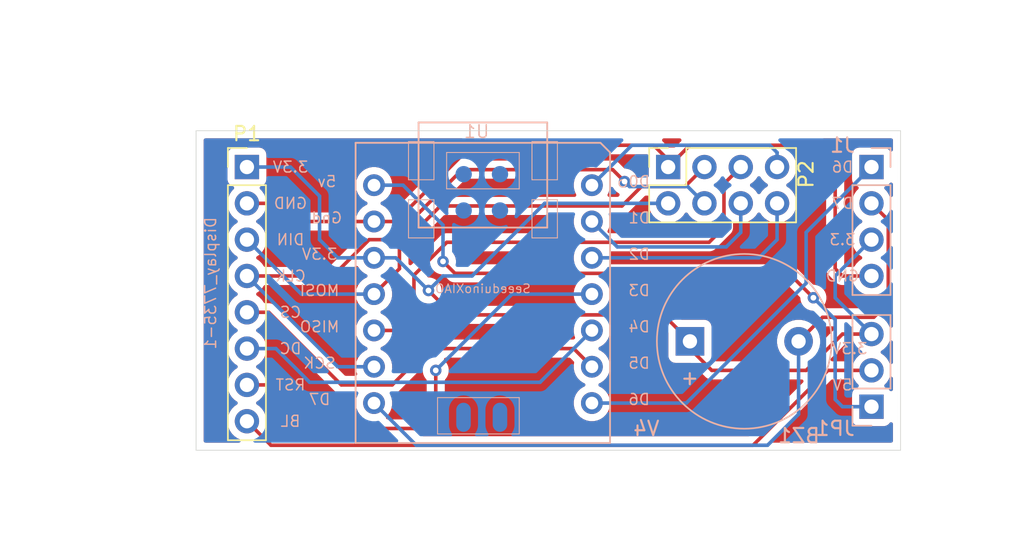
<source format=kicad_pcb>
(kicad_pcb (version 20171130) (host pcbnew "(5.1.10)-1")

  (general
    (thickness 1.6)
    (drawings 36)
    (tracks 126)
    (zones 0)
    (modules 6)
    (nets 16)
  )

  (page A4)
  (layers
    (0 F.Cu signal)
    (31 B.Cu signal)
    (32 B.Adhes user)
    (33 F.Adhes user)
    (34 B.Paste user)
    (35 F.Paste user)
    (36 B.SilkS user)
    (37 F.SilkS user)
    (38 B.Mask user)
    (39 F.Mask user)
    (40 Dwgs.User user)
    (41 Cmts.User user)
    (42 Eco1.User user)
    (43 Eco2.User user)
    (44 Edge.Cuts user)
    (45 Margin user)
    (46 B.CrtYd user)
    (47 F.CrtYd user)
    (48 B.Fab user)
    (49 F.Fab user)
  )

  (setup
    (last_trace_width 0.25)
    (trace_clearance 0.2)
    (zone_clearance 0.508)
    (zone_45_only no)
    (trace_min 0.2)
    (via_size 0.8)
    (via_drill 0.4)
    (via_min_size 0.4)
    (via_min_drill 0.3)
    (uvia_size 0.3)
    (uvia_drill 0.1)
    (uvias_allowed no)
    (uvia_min_size 0.2)
    (uvia_min_drill 0.1)
    (edge_width 0.05)
    (segment_width 0.2)
    (pcb_text_width 0.3)
    (pcb_text_size 1.5 1.5)
    (mod_edge_width 0.12)
    (mod_text_size 1 1)
    (mod_text_width 0.15)
    (pad_size 1.524 1.524)
    (pad_drill 0.889)
    (pad_to_mask_clearance 0)
    (aux_axis_origin 0 0)
    (visible_elements 7FFFFFFF)
    (pcbplotparams
      (layerselection 0x010fc_ffffffff)
      (usegerberextensions false)
      (usegerberattributes true)
      (usegerberadvancedattributes true)
      (creategerberjobfile true)
      (excludeedgelayer true)
      (linewidth 0.100000)
      (plotframeref false)
      (viasonmask false)
      (mode 1)
      (useauxorigin false)
      (hpglpennumber 1)
      (hpglpenspeed 20)
      (hpglpendiameter 15.000000)
      (psnegative false)
      (psa4output false)
      (plotreference true)
      (plotvalue true)
      (plotinvisibletext false)
      (padsonsilk false)
      (subtractmaskfromsilk false)
      (outputformat 1)
      (mirror false)
      (drillshape 1)
      (scaleselection 1)
      (outputdirectory ""))
  )

  (net 0 "")
  (net 1 "Net-(P1-Pad3)")
  (net 2 "Net-(P1-Pad4)")
  (net 3 "Net-(P1-Pad5)")
  (net 4 "Net-(P1-Pad6)")
  (net 5 "Net-(P1-Pad7)")
  (net 6 "Net-(P2-Pad7)")
  (net 7 "Net-(P2-Pad8)")
  (net 8 "Net-(BZ1-Pad1)")
  (net 9 "Net-(BZ1-Pad2)")
  (net 10 "Net-(J1-Pad1)")
  (net 11 "Net-(J1-Pad4)")
  (net 12 "Net-(JP1-Pad1)")
  (net 13 "Net-(JP1-Pad2)")
  (net 14 "Net-(P2-Pad5)")
  (net 15 "Net-(P2-Pad6)")

  (net_class Default "This is the default net class."
    (clearance 0.2)
    (trace_width 0.25)
    (via_dia 0.8)
    (via_drill 0.4)
    (uvia_dia 0.3)
    (uvia_drill 0.1)
    (add_net "Net-(BZ1-Pad1)")
    (add_net "Net-(BZ1-Pad2)")
    (add_net "Net-(J1-Pad1)")
    (add_net "Net-(J1-Pad4)")
    (add_net "Net-(JP1-Pad1)")
    (add_net "Net-(JP1-Pad2)")
    (add_net "Net-(P1-Pad3)")
    (add_net "Net-(P1-Pad4)")
    (add_net "Net-(P1-Pad5)")
    (add_net "Net-(P1-Pad6)")
    (add_net "Net-(P1-Pad7)")
    (add_net "Net-(P2-Pad5)")
    (add_net "Net-(P2-Pad6)")
    (add_net "Net-(P2-Pad7)")
    (add_net "Net-(P2-Pad8)")
  )

  (module XIAM:TomXIAO (layer B.Cu) (tedit 6240C7F5) (tstamp 628F5846)
    (at 137.16 117.348 180)
    (path /623D1EE8)
    (attr smd)
    (fp_text reference U1 (at 9.3345 21.7805) (layer B.SilkS)
      (effects (font (size 0.889 0.889) (thickness 0.1016)) (justify mirror))
    )
    (fp_text value SeeeduinoXIAO (at 8.89 10.795) (layer B.SilkS)
      (effects (font (size 0.6096 0.6096) (thickness 0.0762)) (justify mirror))
    )
    (fp_circle (center -0.889 18.161) (end -0.889 18.415) (layer B.SilkS) (width 0.1))
    (fp_line (start 4.3942 15.06982) (end 4.3942 22.42312) (layer B.SilkS) (width 0.127))
    (fp_line (start 13.39342 15.06982) (end 4.3942 15.06982) (layer B.SilkS) (width 0.127))
    (fp_line (start 13.39342 22.42312) (end 13.39342 15.06982) (layer B.SilkS) (width 0.127))
    (fp_line (start 4.39928 22.42312) (end 13.39342 22.42312) (layer B.SilkS) (width 0.127))
    (fp_line (start 0 20.32762) (end 0 0) (layer B.SilkS) (width 0.127))
    (fp_line (start 0.67056 20.99818) (end 0 20.32762) (layer B.SilkS) (width 0.127))
    (fp_line (start 17.79778 20.99818) (end 0.67056 20.99818) (layer B.SilkS) (width 0.127))
    (fp_line (start 17.79778 0) (end 17.79778 20.99818) (layer B.SilkS) (width 0.127))
    (fp_line (start 0 0) (end 17.79778 0) (layer B.SilkS) (width 0.127))
    (fp_line (start 0 0) (end 0 20.955) (layer Dwgs.User) (width 0.06604))
    (fp_line (start 0 20.955) (end 17.65046 20.955) (layer Dwgs.User) (width 0.06604))
    (fp_line (start 17.65046 0) (end 17.65046 20.955) (layer Dwgs.User) (width 0.06604))
    (fp_line (start 0 0) (end 17.65046 0) (layer Dwgs.User) (width 0.06604))
    (fp_line (start 12.319 18.415) (end 12.319 21.082) (layer B.SilkS) (width 0.06604))
    (fp_line (start 12.319 21.082) (end 14.097 21.082) (layer B.SilkS) (width 0.06604))
    (fp_line (start 14.097 18.415) (end 14.097 21.082) (layer B.SilkS) (width 0.06604))
    (fp_line (start 12.319 18.415) (end 14.097 18.415) (layer B.SilkS) (width 0.06604))
    (fp_line (start 12.319 14.34846) (end 12.319 17.018) (layer B.SilkS) (width 0.06604))
    (fp_line (start 12.319 17.018) (end 14.097 17.018) (layer B.SilkS) (width 0.06604))
    (fp_line (start 14.097 14.34846) (end 14.097 17.018) (layer B.SilkS) (width 0.06604))
    (fp_line (start 12.319 14.34846) (end 14.097 14.34846) (layer B.SilkS) (width 0.06604))
    (fp_line (start 3.683 14.34846) (end 3.683 17.018) (layer B.SilkS) (width 0.06604))
    (fp_line (start 3.683 17.018) (end 5.461 17.018) (layer B.SilkS) (width 0.06604))
    (fp_line (start 5.461 14.34846) (end 5.461 17.018) (layer B.SilkS) (width 0.06604))
    (fp_line (start 3.683 14.34846) (end 5.461 14.34846) (layer B.SilkS) (width 0.06604))
    (fp_line (start 3.683 18.415) (end 3.683 21.082) (layer B.SilkS) (width 0.06604))
    (fp_line (start 3.683 21.082) (end 5.461 21.082) (layer B.SilkS) (width 0.06604))
    (fp_line (start 5.461 18.415) (end 5.461 21.082) (layer B.SilkS) (width 0.06604))
    (fp_line (start 3.683 18.415) (end 5.461 18.415) (layer B.SilkS) (width 0.06604))
    (fp_line (start 6.35 0.635) (end 6.35 3.175) (layer B.SilkS) (width 0.06604))
    (fp_line (start 6.35 3.175) (end 12.065 3.175) (layer B.SilkS) (width 0.06604))
    (fp_line (start 12.065 0.635) (end 12.065 3.175) (layer B.SilkS) (width 0.06604))
    (fp_line (start 6.35 0.635) (end 12.065 0.635) (layer B.SilkS) (width 0.06604))
    (fp_line (start 6.35 17.78) (end 6.35 20.32) (layer B.SilkS) (width 0.06604))
    (fp_line (start 6.35 20.32) (end 11.43 20.32) (layer B.SilkS) (width 0.06604))
    (fp_line (start 11.43 17.78) (end 11.43 20.32) (layer B.SilkS) (width 0.06604))
    (fp_line (start 6.35 17.78) (end 11.43 17.78) (layer B.SilkS) (width 0.06604))
    (fp_line (start 11.95 16.3) (end 11.961684 16.287047) (layer B.Fab) (width 0.0254))
    (fp_line (start 11.449875 16.196876) (end 11.456479 16.213132) (layer B.Fab) (width 0.0254))
    (fp_line (start 11.679744 16.389663) (end 11.697016 16.392203) (layer B.Fab) (width 0.0254))
    (fp_line (start 11.866435 16.362231) (end 11.881928 16.354103) (layer B.Fab) (width 0.0254))
    (fp_line (start 11.937555 16.312447) (end 11.95 16.3) (layer B.Fab) (width 0.0254))
    (fp_line (start 11.961684 16.287047) (end 11.972352 16.273331) (layer B.Fab) (width 0.0254))
    (fp_line (start 11.972352 16.273331) (end 11.982512 16.259107) (layer B.Fab) (width 0.0254))
    (fp_line (start 11.800903 16.386107) (end 11.81792 16.381535) (layer B.Fab) (width 0.0254))
    (fp_line (start 12.02366 16.163348) (end 12.027216 16.146331) (layer B.Fab) (width 0.0254))
    (fp_line (start 12.029756 16.129059) (end 12.03128 16.111787) (layer B.Fab) (width 0.0254))
    (fp_line (start 12.029756 16.059463) (end 12.027216 16.042191) (layer B.Fab) (width 0.0254))
    (fp_line (start 11.612943 16.369596) (end 11.629199 16.3762) (layer B.Fab) (width 0.0254))
    (fp_line (start 11.697016 16.392203) (end 11.714288 16.393727) (layer B.Fab) (width 0.0254))
    (fp_line (start 12.031788 16.09426) (end 12.03128 16.076735) (layer B.Fab) (width 0.0254))
    (fp_line (start 11.731815 16.394235) (end 11.74934 16.393727) (layer B.Fab) (width 0.0254))
    (fp_line (start 11.910884 16.334799) (end 11.9246 16.324131) (layer B.Fab) (width 0.0254))
    (fp_line (start 12.027216 16.042191) (end 12.02366 16.025172) (layer B.Fab) (width 0.0254))
    (fp_line (start 11.491276 16.273331) (end 11.501944 16.287047) (layer B.Fab) (width 0.0254))
    (fp_line (start 11.881928 16.354103) (end 11.89666 16.344959) (layer B.Fab) (width 0.0254))
    (fp_line (start 12.02366 16.025172) (end 12.019088 16.008155) (layer B.Fab) (width 0.0254))
    (fp_line (start 12.019088 16.008155) (end 12.013755 15.991644) (layer B.Fab) (width 0.0254))
    (fp_line (start 11.552744 16.334799) (end 11.566968 16.344959) (layer B.Fab) (width 0.0254))
    (fp_line (start 11.982512 16.259107) (end 11.991656 16.244375) (layer B.Fab) (width 0.0254))
    (fp_line (start 11.74934 16.393727) (end 11.766612 16.392203) (layer B.Fab) (width 0.0254))
    (fp_line (start 11.999784 16.22888) (end 12.007151 16.213132) (layer B.Fab) (width 0.0254))
    (fp_line (start 12.007151 16.213132) (end 12.013755 16.196876) (layer B.Fab) (width 0.0254))
    (fp_line (start 11.645708 16.381535) (end 11.662727 16.386107) (layer B.Fab) (width 0.0254))
    (fp_line (start 12.027216 16.146331) (end 12.029756 16.129059) (layer B.Fab) (width 0.0254))
    (fp_line (start 12.013755 15.991644) (end 12.007151 15.975388) (layer B.Fab) (width 0.0254))
    (fp_line (start 12.007151 15.975388) (end 11.999784 15.95964) (layer B.Fab) (width 0.0254))
    (fp_line (start 11.999784 15.95964) (end 11.991656 15.944147) (layer B.Fab) (width 0.0254))
    (fp_line (start 12.03128 16.076735) (end 12.029756 16.059463) (layer B.Fab) (width 0.0254))
    (fp_line (start 11.456479 16.213132) (end 11.463844 16.22888) (layer B.Fab) (width 0.0254))
    (fp_line (start 11.991656 16.244375) (end 11.999784 16.22888) (layer B.Fab) (width 0.0254))
    (fp_line (start 12.013755 16.196876) (end 12.019088 16.180367) (layer B.Fab) (width 0.0254))
    (fp_line (start 11.991656 15.944147) (end 11.982512 15.929415) (layer B.Fab) (width 0.0254))
    (fp_line (start 11.982512 15.929415) (end 11.972352 15.915191) (layer B.Fab) (width 0.0254))
    (fp_line (start 11.972352 15.915191) (end 11.961684 15.901475) (layer B.Fab) (width 0.0254))
    (fp_line (start 11.501944 16.287047) (end 11.513628 16.3) (layer B.Fab) (width 0.0254))
    (fp_line (start 12.019088 16.180367) (end 12.02366 16.163348) (layer B.Fab) (width 0.0254))
    (fp_line (start 11.95 15.88852) (end 11.937555 15.876075) (layer B.Fab) (width 0.0254))
    (fp_line (start 11.463844 16.22888) (end 11.471972 16.24412) (layer B.Fab) (width 0.0254))
    (fp_line (start 11.937555 15.876075) (end 11.9246 15.864391) (layer B.Fab) (width 0.0254))
    (fp_line (start 11.9246 15.864391) (end 11.910884 15.853723) (layer B.Fab) (width 0.0254))
    (fp_line (start 11.597195 16.362231) (end 11.612943 16.369596) (layer B.Fab) (width 0.0254))
    (fp_line (start 11.471972 16.24412) (end 11.481116 16.259107) (layer B.Fab) (width 0.0254))
    (fp_line (start 11.581955 16.354103) (end 11.597195 16.362231) (layer B.Fab) (width 0.0254))
    (fp_line (start 11.566968 16.344959) (end 11.581955 16.354103) (layer B.Fab) (width 0.0254))
    (fp_line (start 11.629199 16.3762) (end 11.645708 16.381535) (layer B.Fab) (width 0.0254))
    (fp_line (start 11.714288 16.393727) (end 11.731815 16.394235) (layer B.Fab) (width 0.0254))
    (fp_line (start 11.783884 16.389663) (end 11.800903 16.386107) (layer B.Fab) (width 0.0254))
    (fp_line (start 11.850687 16.369596) (end 11.866435 16.362231) (layer B.Fab) (width 0.0254))
    (fp_line (start 11.89666 16.344959) (end 11.910884 16.334799) (layer B.Fab) (width 0.0254))
    (fp_line (start 12.03128 16.111787) (end 12.031788 16.09426) (layer B.Fab) (width 0.0254))
    (fp_line (start 11.961684 15.901475) (end 11.95 15.88852) (layer B.Fab) (width 0.0254))
    (fp_line (start 11.513628 16.3) (end 11.526075 16.312447) (layer B.Fab) (width 0.0254))
    (fp_line (start 11.662727 16.386107) (end 11.679744 16.389663) (layer B.Fab) (width 0.0254))
    (fp_line (start 11.526075 16.312447) (end 11.539028 16.324131) (layer B.Fab) (width 0.0254))
    (fp_line (start 11.481116 16.259107) (end 11.491276 16.273331) (layer B.Fab) (width 0.0254))
    (fp_line (start 11.766612 16.392203) (end 11.783884 16.389663) (layer B.Fab) (width 0.0254))
    (fp_line (start 11.81792 16.381535) (end 11.834431 16.3762) (layer B.Fab) (width 0.0254))
    (fp_line (start 11.834431 16.3762) (end 11.850687 16.369596) (layer B.Fab) (width 0.0254))
    (fp_line (start 11.539028 16.324131) (end 11.552744 16.334799) (layer B.Fab) (width 0.0254))
    (fp_line (start 11.9246 16.324131) (end 11.937555 16.312447) (layer B.Fab) (width 0.0254))
    (fp_line (start 11.74934 15.794795) (end 11.731815 15.794287) (layer B.Fab) (width 0.0254))
    (fp_line (start 5.916992 15.796319) (end 5.89972 15.798859) (layer B.Fab) (width 0.0254))
    (fp_line (start 5.882703 15.802415) (end 5.865684 15.806987) (layer B.Fab) (width 0.0254))
    (fp_line (start 5.865684 15.806987) (end 5.849175 15.81232) (layer B.Fab) (width 0.0254))
    (fp_line (start 5.832919 15.818924) (end 5.817171 15.826291) (layer B.Fab) (width 0.0254))
    (fp_line (start 5.817171 15.826291) (end 5.801931 15.834419) (layer B.Fab) (width 0.0254))
    (fp_line (start 5.801931 15.834419) (end 5.786944 15.843563) (layer B.Fab) (width 0.0254))
    (fp_line (start 11.81792 15.806987) (end 11.800903 15.802415) (layer B.Fab) (width 0.0254))
    (fp_line (start 5.89972 15.798859) (end 5.882703 15.802415) (layer B.Fab) (width 0.0254))
    (fp_line (start 5.786944 15.843563) (end 5.77272 15.853723) (layer B.Fab) (width 0.0254))
    (fp_line (start 5.849175 15.81232) (end 5.832919 15.818924) (layer B.Fab) (width 0.0254))
    (fp_line (start 5.934264 15.794795) (end 5.916992 15.796319) (layer B.Fab) (width 0.0254))
    (fp_line (start 5.77272 15.853723) (end 5.759004 15.864391) (layer B.Fab) (width 0.0254))
    (fp_line (start 5.759004 15.864391) (end 5.746051 15.876075) (layer B.Fab) (width 0.0254))
    (fp_line (start 5.746051 15.876075) (end 5.733604 15.88852) (layer B.Fab) (width 0.0254))
    (fp_line (start 5.72192 15.901475) (end 5.711252 15.915191) (layer B.Fab) (width 0.0254))
    (fp_line (start 11.89666 15.843563) (end 11.881928 15.834419) (layer B.Fab) (width 0.0254))
    (fp_line (start 5.711252 15.915191) (end 5.701092 15.929415) (layer B.Fab) (width 0.0254))
    (fp_line (start 5.951791 15.794287) (end 5.934264 15.794795) (layer B.Fab) (width 0.0254))
    (fp_line (start 11.783884 15.798859) (end 11.766612 15.796319) (layer B.Fab) (width 0.0254))
    (fp_line (start 5.733604 15.88852) (end 5.72192 15.901475) (layer B.Fab) (width 0.0254))
    (fp_line (start 11.800903 15.802415) (end 11.783884 15.798859) (layer B.Fab) (width 0.0254))
    (fp_line (start 11.866435 15.826291) (end 11.850687 15.818924) (layer B.Fab) (width 0.0254))
    (fp_line (start 11.766612 15.796319) (end 11.74934 15.794795) (layer B.Fab) (width 0.0254))
    (fp_line (start 11.910884 15.853723) (end 11.89666 15.843563) (layer B.Fab) (width 0.0254))
    (fp_line (start 11.834431 15.81232) (end 11.81792 15.806987) (layer B.Fab) (width 0.0254))
    (fp_line (start 11.850687 15.818924) (end 11.834431 15.81232) (layer B.Fab) (width 0.0254))
    (fp_line (start 11.881928 15.834419) (end 11.866435 15.826291) (layer B.Fab) (width 0.0254))
    (fp_line (start 0.1009 1.807776) (end 0.1009 3.803455) (layer B.Fab) (width 0.0254))
    (fp_line (start 0.097344 1.807776) (end 0.097344 3.803455) (layer B.Fab) (width 0.0254))
    (fp_line (start 0.097091 3.803455) (end 0.097091 1.807776) (layer B.Fab) (width 0.0254))
    (fp_line (start 0.09582 1.807776) (end 0.09582 3.803455) (layer B.Fab) (width 0.0254))
    (fp_line (start 0.092264 1.807776) (end 0.092264 3.803455) (layer B.Fab) (width 0.0254))
    (fp_line (start 0.097852 1.807776) (end 0.097852 3.803455) (layer B.Fab) (width 0.0254))
    (fp_line (start 0.098615 3.803455) (end 0.098615 1.807776) (layer B.Fab) (width 0.0254))
    (fp_line (start 0.106743 1.807776) (end 0.106743 3.803455) (layer B.Fab) (width 0.0254))
    (fp_line (start 0.102424 1.807776) (end 0.102424 3.803455) (layer B.Fab) (width 0.0254))
    (fp_line (start 0.104711 1.807776) (end 0.104711 3.803455) (layer B.Fab) (width 0.0254))
    (fp_line (start 0.107759 1.807776) (end 0.107759 3.803455) (layer B.Fab) (width 0.0254))
    (fp_line (start 0.100392 1.807776) (end 0.100392 3.803455) (layer B.Fab) (width 0.0254))
    (fp_line (start 0.099884 1.807776) (end 0.099884 3.803455) (layer B.Fab) (width 0.0254))
    (fp_line (start 0.103948 3.803455) (end 0.103948 1.807776) (layer B.Fab) (width 0.0254))
    (fp_line (start 0.107251 1.807776) (end 0.107251 3.803455) (layer B.Fab) (width 0.0254))
    (fp_line (start 0.104964 3.803455) (end 0.104964 1.807776) (layer B.Fab) (width 0.0254))
    (fp_line (start 0.099123 3.803455) (end 0.099123 1.807776) (layer B.Fab) (width 0.0254))
    (fp_line (start 0.101155 3.803455) (end 0.101155 1.807776) (layer B.Fab) (width 0.0254))
    (fp_line (start 0.106235 1.807776) (end 0.106235 3.803455) (layer B.Fab) (width 0.0254))
    (fp_line (start 0.102679 3.803455) (end 0.102679 1.807776) (layer B.Fab) (width 0.0254))
    (fp_line (start 0.097599 3.803455) (end 0.097599 1.807776) (layer B.Fab) (width 0.0254))
    (fp_line (start 0.102679 1.807776) (end 0.102679 3.803455) (layer B.Fab) (width 0.0254))
    (fp_line (start 0.105472 3.803455) (end 0.105472 1.807776) (layer B.Fab) (width 0.0254))
    (fp_line (start 0.099631 3.803455) (end 0.099631 1.807776) (layer B.Fab) (width 0.0254))
    (fp_line (start 0.096075 3.803455) (end 0.096075 1.807776) (layer B.Fab) (width 0.0254))
    (fp_line (start 0.107504 3.803455) (end 0.107504 1.807776) (layer B.Fab) (width 0.0254))
    (fp_line (start 0.095059 3.803455) (end 0.095059 1.807776) (layer B.Fab) (width 0.0254))
    (fp_line (start 0.094804 1.807776) (end 0.094804 3.803455) (layer B.Fab) (width 0.0254))
    (fp_line (start 0.093535 3.803455) (end 0.093535 1.807776) (layer B.Fab) (width 0.0254))
    (fp_line (start 0.09328 1.807776) (end 0.09328 3.803455) (layer B.Fab) (width 0.0254))
    (fp_line (start 0.093027 3.803455) (end 0.093027 1.807776) (layer B.Fab) (width 0.0254))
    (fp_line (start 0.096583 3.803455) (end 0.096583 1.807776) (layer B.Fab) (width 0.0254))
    (fp_line (start 0.105727 1.807776) (end 0.105727 3.803455) (layer B.Fab) (width 0.0254))
    (fp_line (start 0.103187 1.807776) (end 0.103187 3.803455) (layer B.Fab) (width 0.0254))
    (fp_line (start 0.101408 1.807776) (end 0.101408 3.803455) (layer B.Fab) (width 0.0254))
    (fp_line (start 0.098868 1.807776) (end 0.098868 3.803455) (layer B.Fab) (width 0.0254))
    (fp_line (start 0.09836 1.807776) (end 0.09836 3.803455) (layer B.Fab) (width 0.0254))
    (fp_line (start 0.096328 1.807776) (end 0.096328 3.803455) (layer B.Fab) (width 0.0254))
    (fp_line (start 0.102932 3.803455) (end 0.102932 1.807776) (layer B.Fab) (width 0.0254))
    (fp_line (start 0.100139 3.803455) (end 0.100139 1.807776) (layer B.Fab) (width 0.0254))
    (fp_line (start 0.095312 1.807776) (end 0.095312 3.803455) (layer B.Fab) (width 0.0254))
    (fp_line (start 0.098107 3.803455) (end 0.098107 1.807776) (layer B.Fab) (width 0.0254))
    (fp_line (start 0.10344 3.803455) (end 0.10344 1.807776) (layer B.Fab) (width 0.0254))
    (fp_line (start 0.106996 3.803455) (end 0.106996 1.807776) (layer B.Fab) (width 0.0254))
    (fp_line (start 0.101663 3.803455) (end 0.101663 1.807776) (layer B.Fab) (width 0.0254))
    (fp_line (start 0.106488 3.803455) (end 0.106488 1.807776) (layer B.Fab) (width 0.0254))
    (fp_line (start 0.100647 3.803455) (end 0.100647 1.807776) (layer B.Fab) (width 0.0254))
    (fp_line (start 0.103695 1.807776) (end 0.103695 3.803455) (layer B.Fab) (width 0.0254))
    (fp_line (start 0.094551 3.803455) (end 0.094551 1.807776) (layer B.Fab) (width 0.0254))
    (fp_line (start 0.10598 3.803455) (end 0.10598 1.807776) (layer B.Fab) (width 0.0254))
    (fp_line (start 0.096836 1.807776) (end 0.096836 3.803455) (layer B.Fab) (width 0.0254))
    (fp_line (start 0.108012 3.803455) (end 0.108012 1.807776) (layer B.Fab) (width 0.0254))
    (fp_line (start 0.102171 3.803455) (end 0.102171 1.807776) (layer B.Fab) (width 0.0254))
    (fp_line (start 0.095567 3.803455) (end 0.095567 1.807776) (layer B.Fab) (width 0.0254))
    (fp_line (start 0.105219 1.807776) (end 0.105219 3.803455) (layer B.Fab) (width 0.0254))
    (fp_line (start 0.104203 1.807776) (end 0.104203 3.803455) (layer B.Fab) (width 0.0254))
    (fp_line (start 0.104456 3.803455) (end 0.104456 1.807776) (layer B.Fab) (width 0.0254))
    (fp_line (start 0.099376 1.807776) (end 0.099376 3.803455) (layer B.Fab) (width 0.0254))
    (fp_line (start 0.094296 1.807776) (end 0.094296 3.803455) (layer B.Fab) (width 0.0254))
    (fp_line (start 0.094043 3.803455) (end 0.094043 1.807776) (layer B.Fab) (width 0.0254))
    (fp_line (start 0.093788 1.807776) (end 0.093788 3.803455) (layer B.Fab) (width 0.0254))
    (fp_line (start 0.092772 1.807776) (end 0.092772 3.803455) (layer B.Fab) (width 0.0254))
    (fp_line (start 0.101916 1.807776) (end 0.101916 3.803455) (layer B.Fab) (width 0.0254))
    (fp_line (start 0.092519 3.803455) (end 0.092519 1.807776) (layer B.Fab) (width 0.0254))
    (fp_line (start 3.548951 12.603539) (end 3.549712 12.579916) (layer B.Fab) (width 0.0254))
    (fp_line (start 3.545903 12.509559) (end 3.5426 12.486191) (layer B.Fab) (width 0.0254))
    (fp_line (start 3.549459 12.556548) (end 3.548188 12.532927) (layer B.Fab) (width 0.0254))
    (fp_line (start 3.538536 12.463076) (end 3.533203 12.440216) (layer B.Fab) (width 0.0254))
    (fp_line (start 3.436936 12.907576) (end 3.450907 12.88878) (layer B.Fab) (width 0.0254))
    (fp_line (start 3.511612 12.37316) (end 3.502723 12.351571) (layer B.Fab) (width 0.0254))
    (fp_line (start 3.492563 12.330235) (end 3.481895 12.309407) (layer B.Fab) (width 0.0254))
    (fp_line (start 3.481895 12.309407) (end 3.469956 12.289087) (layer B.Fab) (width 0.0254))
    (fp_line (start 3.476052 12.849156) (end 3.487228 12.828328) (layer B.Fab) (width 0.0254))
    (fp_line (start 3.414584 12.21314) (end 3.398836 12.195868) (layer B.Fab) (width 0.0254))
    (fp_line (start 3.22764 12.073695) (end 3.206051 12.064296) (layer B.Fab) (width 0.0254))
    (fp_line (start 3.398836 12.195868) (end 3.382327 12.179104) (layer B.Fab) (width 0.0254))
    (fp_line (start 3.206051 12.064296) (end 3.184207 12.055915) (layer B.Fab) (width 0.0254))
    (fp_line (start 3.116388 12.036611) (end 3.093275 12.032292) (layer B.Fab) (width 0.0254))
    (fp_line (start 3.093275 12.032292) (end 3.07016 12.028736) (layer B.Fab) (width 0.0254))
    (fp_line (start 3.07016 12.028736) (end 3.046792 12.026196) (layer B.Fab) (width 0.0254))
    (fp_line (start 3.547172 12.626907) (end 3.548951 12.603539) (layer B.Fab) (width 0.0254))
    (fp_line (start 3.469956 12.289087) (end 3.457511 12.269275) (layer B.Fab) (width 0.0254))
    (fp_line (start 3.406964 12.943899) (end 3.422204 12.926119) (layer B.Fab) (width 0.0254))
    (fp_line (start 3.248976 12.083855) (end 3.22764 12.073695) (layer B.Fab) (width 0.0254))
    (fp_line (start 3.289871 12.106968) (end 3.269551 12.095031) (layer B.Fab) (width 0.0254))
    (fp_line (start 3.046792 12.026196) (end 3.023424 12.024672) (layer B.Fab) (width 0.0254))
    (fp_line (start 0.124776 1.807776) (end 0.124776 3.803455) (layer B.Fab) (width 0.0254))
    (fp_line (start 3.382327 12.179104) (end 3.365055 12.163103) (layer B.Fab) (width 0.0254))
    (fp_line (start 3.023424 12.024672) (end 2.999803 12.024164) (layer B.Fab) (width 0.0254))
    (fp_line (start 0.124268 1.807776) (end 0.124268 3.803455) (layer B.Fab) (width 0.0254))
    (fp_line (start 3.365055 12.163103) (end 3.347275 12.147863) (layer B.Fab) (width 0.0254))
    (fp_line (start 3.269551 12.095031) (end 3.248976 12.083855) (layer B.Fab) (width 0.0254))
    (fp_line (start 0.12376 1.807776) (end 0.12376 3.803455) (layer B.Fab) (width 0.0254))
    (fp_line (start 0.123507 3.803455) (end 0.123507 1.807776) (layer B.Fab) (width 0.0254))
    (fp_line (start 3.161855 12.048548) (end 3.139248 12.042199) (layer B.Fab) (width 0.0254))
    (fp_line (start 0.123252 1.807776) (end 0.123252 3.803455) (layer B.Fab) (width 0.0254))
    (fp_line (start 3.139248 12.042199) (end 3.116388 12.036611) (layer B.Fab) (width 0.0254))
    (fp_line (start 3.46386 12.869223) (end 3.476052 12.849156) (layer B.Fab) (width 0.0254))
    (fp_line (start 0.122999 3.803455) (end 0.122999 1.807776) (layer B.Fab) (width 0.0254))
    (fp_line (start 0.122744 1.807776) (end 0.122744 3.803455) (layer B.Fab) (width 0.0254))
    (fp_line (start 3.530155 12.719363) (end 3.535996 12.696503) (layer B.Fab) (width 0.0254))
    (fp_line (start 0.122491 3.803455) (end 0.122491 1.807776) (layer B.Fab) (width 0.0254))
    (fp_line (start 3.51974 12.395259) (end 3.511612 12.37316) (layer B.Fab) (width 0.0254))
    (fp_line (start 3.184207 12.055915) (end 3.161855 12.048548) (layer B.Fab) (width 0.0254))
    (fp_line (start 3.515931 12.764067) (end 3.523551 12.741715) (layer B.Fab) (width 0.0254))
    (fp_line (start 3.523551 12.741715) (end 3.530155 12.719363) (layer B.Fab) (width 0.0254))
    (fp_line (start 3.422204 12.926119) (end 3.436936 12.907576) (layer B.Fab) (width 0.0254))
    (fp_line (start 3.450907 12.88878) (end 3.46386 12.869223) (layer B.Fab) (width 0.0254))
    (fp_line (start 3.533203 12.440216) (end 3.527107 12.417611) (layer B.Fab) (width 0.0254))
    (fp_line (start 3.444048 12.249971) (end 3.429824 12.231175) (layer B.Fab) (width 0.0254))
    (fp_line (start 3.548188 12.532927) (end 3.545903 12.509559) (layer B.Fab) (width 0.0254))
    (fp_line (start 3.328732 12.133384) (end 3.309683 12.119668) (layer B.Fab) (width 0.0254))
    (fp_line (start 3.507295 12.785911) (end 3.515931 12.764067) (layer B.Fab) (width 0.0254))
    (fp_line (start 3.457511 12.269275) (end 3.444048 12.249971) (layer B.Fab) (width 0.0254))
    (fp_line (start 0.124015 3.803455) (end 0.124015 1.807776) (layer B.Fab) (width 0.0254))
    (fp_line (start 3.5426 12.486191) (end 3.538536 12.463076) (layer B.Fab) (width 0.0254))
    (fp_line (start 3.502723 12.351571) (end 3.492563 12.330235) (layer B.Fab) (width 0.0254))
    (fp_line (start 3.429824 12.231175) (end 3.414584 12.21314) (layer B.Fab) (width 0.0254))
    (fp_line (start 3.309683 12.119668) (end 3.289871 12.106968) (layer B.Fab) (width 0.0254))
    (fp_line (start 0.124523 3.803455) (end 0.124523 1.807776) (layer B.Fab) (width 0.0254))
    (fp_line (start 3.347275 12.147863) (end 3.328732 12.133384) (layer B.Fab) (width 0.0254))
    (fp_line (start 3.527107 12.417611) (end 3.51974 12.395259) (layer B.Fab) (width 0.0254))
    (fp_line (start 3.487228 12.828328) (end 3.497896 12.807247) (layer B.Fab) (width 0.0254))
    (fp_line (start 3.497896 12.807247) (end 3.507295 12.785911) (layer B.Fab) (width 0.0254))
    (fp_line (start 3.549712 12.579916) (end 3.549459 12.556548) (layer B.Fab) (width 0.0254))
    (fp_line (start 3.535996 12.696503) (end 3.540568 12.673388) (layer B.Fab) (width 0.0254))
    (fp_line (start 3.540568 12.673388) (end 3.544379 12.650275) (layer B.Fab) (width 0.0254))
    (fp_line (start 3.544379 12.650275) (end 3.547172 12.626907) (layer B.Fab) (width 0.0254))
    (fp_line (start 0.119443 3.803455) (end 0.119443 1.807776) (layer B.Fab) (width 0.0254))
    (fp_line (start 0.119696 1.807776) (end 0.119696 3.803455) (layer B.Fab) (width 0.0254))
    (fp_line (start 0.120459 3.803455) (end 0.120459 1.807776) (layer B.Fab) (width 0.0254))
    (fp_line (start 0.117664 3.803455) (end 0.117664 1.807776) (layer B.Fab) (width 0.0254))
    (fp_line (start 0.11868 1.807776) (end 0.11868 3.803455) (layer B.Fab) (width 0.0254))
    (fp_line (start 0.117156 3.803455) (end 0.117156 1.807776) (layer B.Fab) (width 0.0254))
    (fp_line (start 0.112331 1.807776) (end 0.112331 3.803455) (layer B.Fab) (width 0.0254))
    (fp_line (start 0.110552 3.803455) (end 0.110552 1.807776) (layer B.Fab) (width 0.0254))
    (fp_line (start 0.112839 1.807776) (end 0.112839 3.803455) (layer B.Fab) (width 0.0254))
    (fp_line (start 0.112076 3.803455) (end 0.112076 1.807776) (layer B.Fab) (width 0.0254))
    (fp_line (start 0.109791 1.807776) (end 0.109791 3.803455) (layer B.Fab) (width 0.0254))
    (fp_line (start 0.119951 3.803455) (end 0.119951 1.807776) (layer B.Fab) (width 0.0254))
    (fp_line (start 0.117411 1.807776) (end 0.117411 3.803455) (layer B.Fab) (width 0.0254))
    (fp_line (start 0.11614 3.803455) (end 0.11614 1.807776) (layer B.Fab) (width 0.0254))
    (fp_line (start 0.1136 3.803455) (end 0.1136 1.807776) (layer B.Fab) (width 0.0254))
    (fp_line (start 0.11106 3.803455) (end 0.11106 1.807776) (layer B.Fab) (width 0.0254))
    (fp_line (start 0.120967 3.803455) (end 0.120967 1.807776) (layer B.Fab) (width 0.0254))
    (fp_line (start 0.110807 1.807776) (end 0.110807 3.803455) (layer B.Fab) (width 0.0254))
    (fp_line (start 0.120204 1.807776) (end 0.120204 3.803455) (layer B.Fab) (width 0.0254))
    (fp_line (start 0.113092 3.803455) (end 0.113092 1.807776) (layer B.Fab) (width 0.0254))
    (fp_line (start 0.109536 3.803455) (end 0.109536 1.807776) (layer B.Fab) (width 0.0254))
    (fp_line (start 0.120712 1.807776) (end 0.120712 3.803455) (layer B.Fab) (width 0.0254))
    (fp_line (start 0.115379 1.807776) (end 0.115379 3.803455) (layer B.Fab) (width 0.0254))
    (fp_line (start 0.118427 1.807776) (end 0.118427 3.803455) (layer B.Fab) (width 0.0254))
    (fp_line (start 0.114363 1.807776) (end 0.114363 3.803455) (layer B.Fab) (width 0.0254))
    (fp_line (start 0.111823 1.807776) (end 0.111823 3.803455) (layer B.Fab) (width 0.0254))
    (fp_line (start 0.115887 1.807776) (end 0.115887 3.803455) (layer B.Fab) (width 0.0254))
    (fp_line (start 0.113347 1.807776) (end 0.113347 3.803455) (layer B.Fab) (width 0.0254))
    (fp_line (start 0.122236 1.807776) (end 0.122236 3.803455) (layer B.Fab) (width 0.0254))
    (fp_line (start 0.121983 3.803455) (end 0.121983 1.807776) (layer B.Fab) (width 0.0254))
    (fp_line (start 0.116903 1.807776) (end 0.116903 3.803455) (layer B.Fab) (width 0.0254))
    (fp_line (start 0.11868 3.803455) (end 0.11868 1.807776) (layer B.Fab) (width 0.0254))
    (fp_line (start 0.117919 1.807776) (end 0.117919 3.803455) (layer B.Fab) (width 0.0254))
    (fp_line (start 0.114108 3.803455) (end 0.114108 1.807776) (layer B.Fab) (width 0.0254))
    (fp_line (start 0.114871 1.807776) (end 0.114871 3.803455) (layer B.Fab) (width 0.0254))
    (fp_line (start 0.110299 1.807776) (end 0.110299 3.803455) (layer B.Fab) (width 0.0254))
    (fp_line (start 0.109283 1.807776) (end 0.109283 3.803455) (layer B.Fab) (width 0.0254))
    (fp_line (start 0.109028 3.803455) (end 0.109028 1.807776) (layer B.Fab) (width 0.0254))
    (fp_line (start 0.119188 1.807776) (end 0.119188 3.803455) (layer B.Fab) (width 0.0254))
    (fp_line (start 0.10852 3.803455) (end 0.10852 1.807776) (layer B.Fab) (width 0.0254))
    (fp_line (start 0.118935 3.803455) (end 0.118935 1.807776) (layer B.Fab) (width 0.0254))
    (fp_line (start 0.108267 1.807776) (end 0.108267 3.803455) (layer B.Fab) (width 0.0254))
    (fp_line (start 0.116648 3.803455) (end 0.116648 1.807776) (layer B.Fab) (width 0.0254))
    (fp_line (start 0.111568 3.803455) (end 0.111568 1.807776) (layer B.Fab) (width 0.0254))
    (fp_line (start 0.112584 3.803455) (end 0.112584 1.807776) (layer B.Fab) (width 0.0254))
    (fp_line (start 0.121475 3.803455) (end 0.121475 1.807776) (layer B.Fab) (width 0.0254))
    (fp_line (start 0.115632 3.803455) (end 0.115632 1.807776) (layer B.Fab) (width 0.0254))
    (fp_line (start 0.113855 1.807776) (end 0.113855 3.803455) (layer B.Fab) (width 0.0254))
    (fp_line (start 0.115124 3.803455) (end 0.115124 1.807776) (layer B.Fab) (width 0.0254))
    (fp_line (start 0.110044 3.803455) (end 0.110044 1.807776) (layer B.Fab) (width 0.0254))
    (fp_line (start 0.108775 1.807776) (end 0.108775 3.803455) (layer B.Fab) (width 0.0254))
    (fp_line (start 0.116395 1.807776) (end 0.116395 3.803455) (layer B.Fab) (width 0.0254))
    (fp_line (start 0.121728 1.807776) (end 0.121728 3.803455) (layer B.Fab) (width 0.0254))
    (fp_line (start 0.111315 1.807776) (end 0.111315 3.803455) (layer B.Fab) (width 0.0254))
    (fp_line (start 0.118172 3.803455) (end 0.118172 1.807776) (layer B.Fab) (width 0.0254))
    (fp_line (start 0.12122 1.807776) (end 0.12122 3.803455) (layer B.Fab) (width 0.0254))
    (fp_line (start 0.114616 3.803455) (end 0.114616 1.807776) (layer B.Fab) (width 0.0254))
    (fp_line (start 15.895891 20.904767) (end 15.846868 20.908831) (layer B.Fab) (width 0.0254))
    (fp_line (start 1.690179 20.892828) (end 1.641664 20.885208) (layer B.Fab) (width 0.0254))
    (fp_line (start 16.04194 20.885208) (end 15.993427 20.892828) (layer B.Fab) (width 0.0254))
    (fp_line (start 1.885504 20.911879) (end 1.836736 20.908831) (layer B.Fab) (width 0.0254))
    (fp_line (start 16.0902 20.876319) (end 16.04194 20.885208) (layer B.Fab) (width 0.0254))
    (fp_line (start 15.993427 20.892828) (end 15.944659 20.899432) (layer B.Fab) (width 0.0254))
    (fp_line (start 1.641664 20.885208) (end 1.593404 20.876319) (layer B.Fab) (width 0.0254))
    (fp_line (start 1.593404 20.876319) (end 1.545399 20.866412) (layer B.Fab) (width 0.0254))
    (fp_line (start 16.138207 20.866412) (end 16.0902 20.876319) (layer B.Fab) (width 0.0254))
    (fp_line (start 15.7981 20.911879) (end 15.748824 20.913656) (layer B.Fab) (width 0.0254))
    (fp_line (start 1.836736 20.908831) (end 1.787715 20.904767) (layer B.Fab) (width 0.0254))
    (fp_line (start 16.327691 20.814596) (end 16.280955 20.829328) (layer B.Fab) (width 0.0254))
    (fp_line (start 15.699803 20.914164) (end 1.983803 20.914164) (layer B.Fab) (width 0.0254))
    (fp_line (start 16.233711 20.842791) (end 16.186212 20.855236) (layer B.Fab) (width 0.0254))
    (fp_line (start 16.186212 20.855236) (end 16.138207 20.866412) (layer B.Fab) (width 0.0254))
    (fp_line (start 16.280955 20.829328) (end 16.233711 20.842791) (layer B.Fab) (width 0.0254))
    (fp_line (start 15.846868 20.908831) (end 15.7981 20.911879) (layer B.Fab) (width 0.0254))
    (fp_line (start 15.748824 20.913656) (end 15.699803 20.914164) (layer B.Fab) (width 0.0254))
    (fp_line (start 1.983803 20.914164) (end 1.93478 20.913656) (layer B.Fab) (width 0.0254))
    (fp_line (start 15.944659 20.899432) (end 15.895891 20.904767) (layer B.Fab) (width 0.0254))
    (fp_line (start 1.93478 20.913656) (end 1.885504 20.911879) (layer B.Fab) (width 0.0254))
    (fp_line (start 1.787715 20.904767) (end 1.738947 20.899432) (layer B.Fab) (width 0.0254))
    (fp_line (start 1.738947 20.899432) (end 1.690179 20.892828) (layer B.Fab) (width 0.0254))
    (fp_line (start -0.010352 19.272563) (end -0.019241 19.224303) (layer B.Fab) (width 0.0254))
    (fp_line (start -0.047689 18.931187) (end -0.048197 18.882164) (layer B.Fab) (width 0.0254))
    (fp_line (start -0.048197 18.882164) (end -0.048197 1.946207) (layer B.Fab) (width 0.0254))
    (fp_line (start -0.026861 19.175788) (end -0.033465 19.12702) (layer B.Fab) (width 0.0254))
    (fp_line (start -0.045912 1.847908) (end -0.042864 1.79914) (layer B.Fab) (width 0.0254))
    (fp_line (start -0.033465 1.701351) (end -0.026861 1.652583) (layer B.Fab) (width 0.0254))
    (fp_line (start -0.033465 19.12702) (end -0.0388 19.078252) (layer B.Fab) (width 0.0254))
    (fp_line (start -0.026861 1.652583) (end -0.019241 1.604068) (layer B.Fab) (width 0.0254))
    (fp_line (start -0.019241 1.604068) (end -0.010352 1.555808) (layer B.Fab) (width 0.0254))
    (fp_line (start -0.010352 1.555808) (end -0.000445 1.507803) (layer B.Fab) (width 0.0254))
    (fp_line (start -0.045912 18.980463) (end -0.047689 18.931187) (layer B.Fab) (width 0.0254))
    (fp_line (start -0.000445 1.507803) (end 0.010731 1.459796) (layer B.Fab) (width 0.0254))
    (fp_line (start -0.042864 1.79914) (end -0.0388 1.750119) (layer B.Fab) (width 0.0254))
    (fp_line (start -0.0388 1.750119) (end -0.033465 1.701351) (layer B.Fab) (width 0.0254))
    (fp_line (start 0.010731 1.459796) (end 0.023176 1.412299) (layer B.Fab) (width 0.0254))
    (fp_line (start 0.023176 1.412299) (end 0.036639 1.365055) (layer B.Fab) (width 0.0254))
    (fp_line (start 0.010731 19.368575) (end -0.000445 19.320568) (layer B.Fab) (width 0.0254))
    (fp_line (start -0.019241 19.224303) (end -0.026861 19.175788) (layer B.Fab) (width 0.0254))
    (fp_line (start -0.0388 19.078252) (end -0.042864 19.029231) (layer B.Fab) (width 0.0254))
    (fp_line (start -0.042864 19.029231) (end -0.045912 18.980463) (layer B.Fab) (width 0.0254))
    (fp_line (start -0.048197 1.946207) (end -0.047689 1.897184) (layer B.Fab) (width 0.0254))
    (fp_line (start -0.000445 19.320568) (end -0.010352 19.272563) (layer B.Fab) (width 0.0254))
    (fp_line (start -0.047689 1.897184) (end -0.045912 1.847908) (layer B.Fab) (width 0.0254))
    (fp_line (start 0.870267 20.581932) (end 0.829372 20.5545) (layer B.Fab) (width 0.0254))
    (fp_line (start 0.636332 20.403116) (end 0.600011 20.370096) (layer B.Fab) (width 0.0254))
    (fp_line (start 0.600011 20.370096) (end 0.564451 20.336315) (layer B.Fab) (width 0.0254))
    (fp_line (start 1.217484 20.764051) (end 1.172272 20.745) (layer B.Fab) (width 0.0254))
    (fp_line (start 1.545399 20.866412) (end 1.497392 20.855236) (layer B.Fab) (width 0.0254))
    (fp_line (start 1.263204 20.782084) (end 1.217484 20.764051) (layer B.Fab) (width 0.0254))
    (fp_line (start 1.083119 20.703599) (end 1.039431 20.6815) (layer B.Fab) (width 0.0254))
    (fp_line (start 1.449895 20.842791) (end 1.402651 20.829328) (layer B.Fab) (width 0.0254))
    (fp_line (start 1.127568 20.724935) (end 1.083119 20.703599) (layer B.Fab) (width 0.0254))
    (fp_line (start 0.711516 20.466363) (end 0.673416 20.435375) (layer B.Fab) (width 0.0254))
    (fp_line (start 1.497392 20.855236) (end 1.449895 20.842791) (layer B.Fab) (width 0.0254))
    (fp_line (start 0.789495 20.526052) (end 0.750124 20.496843) (layer B.Fab) (width 0.0254))
    (fp_line (start 1.172272 20.745) (end 1.127568 20.724935) (layer B.Fab) (width 0.0254))
    (fp_line (start 1.039431 20.6815) (end 0.996251 20.658132) (layer B.Fab) (width 0.0254))
    (fp_line (start 1.355915 20.814596) (end 1.309432 20.798848) (layer B.Fab) (width 0.0254))
    (fp_line (start 0.953579 20.633748) (end 0.911668 20.608348) (layer B.Fab) (width 0.0254))
    (fp_line (start 1.309432 20.798848) (end 1.263204 20.782084) (layer B.Fab) (width 0.0254))
    (fp_line (start 0.911668 20.608348) (end 0.870267 20.581932) (layer B.Fab) (width 0.0254))
    (fp_line (start 0.996251 20.658132) (end 0.953579 20.633748) (layer B.Fab) (width 0.0254))
    (fp_line (start 1.402651 20.829328) (end 1.355915 20.814596) (layer B.Fab) (width 0.0254))
    (fp_line (start 0.829372 20.5545) (end 0.789495 20.526052) (layer B.Fab) (width 0.0254))
    (fp_line (start 0.750124 20.496843) (end 0.711516 20.466363) (layer B.Fab) (width 0.0254))
    (fp_line (start 0.673416 20.435375) (end 0.636332 20.403116) (layer B.Fab) (width 0.0254))
    (fp_line (start 17.632235 19.510052) (end 17.616487 19.556535) (layer B.Fab) (width 0.0254))
    (fp_line (start 17.451387 19.912388) (end 17.425987 19.954299) (layer B.Fab) (width 0.0254))
    (fp_line (start 17.372139 20.036595) (end 17.343691 20.076472) (layer B.Fab) (width 0.0254))
    (fp_line (start 17.343691 20.076472) (end 17.31448 20.115843) (layer B.Fab) (width 0.0254))
    (fp_line (start 17.31448 20.115843) (end 17.284 20.154451) (layer B.Fab) (width 0.0254))
    (fp_line (start 17.284 20.154451) (end 17.253012 20.192551) (layer B.Fab) (width 0.0254))
    (fp_line (start 17.693956 19.272563) (end 17.684051 19.320568) (layer B.Fab) (width 0.0254))
    (fp_line (start 17.562639 19.693695) (end 17.542572 19.738399) (layer B.Fab) (width 0.0254))
    (fp_line (start 17.702847 19.224303) (end 17.693956 19.272563) (layer B.Fab) (width 0.0254))
    (fp_line (start 17.475771 19.869716) (end 17.451387 19.912388) (layer B.Fab) (width 0.0254))
    (fp_line (start 17.399571 19.9957) (end 17.372139 20.036595) (layer B.Fab) (width 0.0254))
    (fp_line (start 17.599723 19.602763) (end 17.581688 19.648483) (layer B.Fab) (width 0.0254))
    (fp_line (start 17.710467 19.175788) (end 17.702847 19.224303) (layer B.Fab) (width 0.0254))
    (fp_line (start 17.684051 19.320568) (end 17.672875 19.368575) (layer B.Fab) (width 0.0254))
    (fp_line (start 17.646967 19.463316) (end 17.632235 19.510052) (layer B.Fab) (width 0.0254))
    (fp_line (start 17.660428 19.416072) (end 17.646967 19.463316) (layer B.Fab) (width 0.0254))
    (fp_line (start 17.616487 19.556535) (end 17.599723 19.602763) (layer B.Fab) (width 0.0254))
    (fp_line (start 17.581688 19.648483) (end 17.562639 19.693695) (layer B.Fab) (width 0.0254))
    (fp_line (start 17.672875 19.368575) (end 17.660428 19.416072) (layer B.Fab) (width 0.0254))
    (fp_line (start 17.542572 19.738399) (end 17.521236 19.782848) (layer B.Fab) (width 0.0254))
    (fp_line (start 17.521236 19.782848) (end 17.499139 19.826536) (layer B.Fab) (width 0.0254))
    (fp_line (start 17.499139 19.826536) (end 17.475771 19.869716) (layer B.Fab) (width 0.0254))
    (fp_line (start 17.425987 19.954299) (end 17.399571 19.9957) (layer B.Fab) (width 0.0254))
    (fp_line (start 14.301279 1.779328) (end 14.284768 1.796092) (layer B.Fab) (width 0.0254))
    (fp_line (start 17.729516 1.847908) (end 17.731295 1.897184) (layer B.Fab) (width 0.0254))
    (fp_line (start 14.25378 1.831399) (end 14.239556 1.850195) (layer B.Fab) (width 0.0254))
    (fp_line (start 14.171992 1.973384) (end 14.163864 1.995483) (layer B.Fab) (width 0.0254))
    (fp_line (start 14.239556 1.850195) (end 14.226095 1.869499) (layer B.Fab) (width 0.0254))
    (fp_line (start 14.318551 1.763327) (end 14.301279 1.779328) (layer B.Fab) (width 0.0254))
    (fp_line (start 14.284768 1.796092) (end 14.26902 1.813364) (layer B.Fab) (width 0.0254))
    (fp_line (start 14.414055 1.695255) (end 14.393735 1.707192) (layer B.Fab) (width 0.0254))
    (fp_line (start 17.731295 1.897184) (end 17.731803 1.946207) (layer B.Fab) (width 0.0254))
    (fp_line (start 14.613444 1.62896) (end 14.590331 1.632516) (layer B.Fab) (width 0.0254))
    (fp_line (start 14.26902 1.813364) (end 14.25378 1.831399) (layer B.Fab) (width 0.0254))
    (fp_line (start 14.213648 1.889311) (end 14.201711 1.909631) (layer B.Fab) (width 0.0254))
    (fp_line (start 14.141004 2.086415) (end 14.137703 2.109783) (layer B.Fab) (width 0.0254))
    (fp_line (start 14.434628 1.684079) (end 14.414055 1.695255) (layer B.Fab) (width 0.0254))
    (fp_line (start 14.477555 1.66452) (end 14.455964 1.673919) (layer B.Fab) (width 0.0254))
    (fp_line (start 14.163864 1.995483) (end 14.156499 2.017835) (layer B.Fab) (width 0.0254))
    (fp_line (start 14.590331 1.632516) (end 14.567216 1.636835) (layer B.Fab) (width 0.0254))
    (fp_line (start 14.150403 2.04044) (end 14.145068 2.0633) (layer B.Fab) (width 0.0254))
    (fp_line (start 17.722404 1.750119) (end 17.726468 1.79914) (layer B.Fab) (width 0.0254))
    (fp_line (start 14.567216 1.636835) (end 14.544356 1.642423) (layer B.Fab) (width 0.0254))
    (fp_line (start 14.455964 1.673919) (end 14.434628 1.684079) (layer B.Fab) (width 0.0254))
    (fp_line (start 14.354872 1.733608) (end 14.336331 1.748087) (layer B.Fab) (width 0.0254))
    (fp_line (start 14.145068 2.0633) (end 14.141004 2.086415) (layer B.Fab) (width 0.0254))
    (fp_line (start 14.336331 1.748087) (end 14.318551 1.763327) (layer B.Fab) (width 0.0254))
    (fp_line (start 14.137703 2.109783) (end 14.135416 2.133151) (layer B.Fab) (width 0.0254))
    (fp_line (start 14.135416 2.133151) (end 14.134147 2.156772) (layer B.Fab) (width 0.0254))
    (fp_line (start 14.201711 1.909631) (end 14.191043 1.930459) (layer B.Fab) (width 0.0254))
    (fp_line (start 14.373923 1.719892) (end 14.354872 1.733608) (layer B.Fab) (width 0.0254))
    (fp_line (start 14.134147 2.156772) (end 14.133892 2.18014) (layer B.Fab) (width 0.0254))
    (fp_line (start 14.133892 2.18014) (end 14.134655 2.203763) (layer B.Fab) (width 0.0254))
    (fp_line (start 14.134655 2.203763) (end 14.136432 2.227131) (layer B.Fab) (width 0.0254))
    (fp_line (start 14.136432 2.227131) (end 14.139227 2.250499) (layer B.Fab) (width 0.0254))
    (fp_line (start 14.521751 1.648772) (end 14.499399 1.656139) (layer B.Fab) (width 0.0254))
    (fp_line (start 14.226095 1.869499) (end 14.213648 1.889311) (layer B.Fab) (width 0.0254))
    (fp_line (start 14.683803 1.624388) (end 14.66018 1.624896) (layer B.Fab) (width 0.0254))
    (fp_line (start 14.191043 1.930459) (end 14.180883 1.951795) (layer B.Fab) (width 0.0254))
    (fp_line (start 14.180883 1.951795) (end 14.171992 1.973384) (layer B.Fab) (width 0.0254))
    (fp_line (start 14.139227 2.250499) (end 14.143036 2.273612) (layer B.Fab) (width 0.0254))
    (fp_line (start 14.66018 1.624896) (end 14.636812 1.62642) (layer B.Fab) (width 0.0254))
    (fp_line (start 14.499399 1.656139) (end 14.477555 1.66452) (layer B.Fab) (width 0.0254))
    (fp_line (start 17.726468 1.79914) (end 17.729516 1.847908) (layer B.Fab) (width 0.0254))
    (fp_line (start 14.544356 1.642423) (end 14.521751 1.648772) (layer B.Fab) (width 0.0254))
    (fp_line (start 14.143036 2.273612) (end 14.147608 2.296727) (layer B.Fab) (width 0.0254))
    (fp_line (start 14.156499 2.017835) (end 14.150403 2.04044) (layer B.Fab) (width 0.0254))
    (fp_line (start 14.393735 1.707192) (end 14.373923 1.719892) (layer B.Fab) (width 0.0254))
    (fp_line (start 14.636812 1.62642) (end 14.613444 1.62896) (layer B.Fab) (width 0.0254))
    (fp_line (start 17.010188 20.435375) (end 16.972088 20.466363) (layer B.Fab) (width 0.0254))
    (fp_line (start 16.854232 20.5545) (end 16.813339 20.581932) (layer B.Fab) (width 0.0254))
    (fp_line (start 17.047272 20.403116) (end 17.010188 20.435375) (layer B.Fab) (width 0.0254))
    (fp_line (start 17.187735 20.265956) (end 17.153952 20.301516) (layer B.Fab) (width 0.0254))
    (fp_line (start 17.153952 20.301516) (end 17.119155 20.336315) (layer B.Fab) (width 0.0254))
    (fp_line (start 17.083595 20.370096) (end 17.047272 20.403116) (layer B.Fab) (width 0.0254))
    (fp_line (start 16.972088 20.466363) (end 16.93348 20.496843) (layer B.Fab) (width 0.0254))
    (fp_line (start 16.93348 20.496843) (end 16.894111 20.526052) (layer B.Fab) (width 0.0254))
    (fp_line (start 16.894111 20.526052) (end 16.854232 20.5545) (layer B.Fab) (width 0.0254))
    (fp_line (start 16.813339 20.581932) (end 16.771936 20.608348) (layer B.Fab) (width 0.0254))
    (fp_line (start 17.220755 20.229635) (end 17.187735 20.265956) (layer B.Fab) (width 0.0254))
    (fp_line (start 17.119155 20.336315) (end 17.083595 20.370096) (layer B.Fab) (width 0.0254))
    (fp_line (start 16.771936 20.608348) (end 16.730027 20.633748) (layer B.Fab) (width 0.0254))
    (fp_line (start 16.730027 20.633748) (end 16.687355 20.658132) (layer B.Fab) (width 0.0254))
    (fp_line (start 16.687355 20.658132) (end 16.644175 20.6815) (layer B.Fab) (width 0.0254))
    (fp_line (start 16.600487 20.703599) (end 16.556036 20.724935) (layer B.Fab) (width 0.0254))
    (fp_line (start 16.556036 20.724935) (end 16.511332 20.745) (layer B.Fab) (width 0.0254))
    (fp_line (start 16.511332 20.745) (end 16.46612 20.764051) (layer B.Fab) (width 0.0254))
    (fp_line (start 16.4204 20.782084) (end 16.374172 20.798848) (layer B.Fab) (width 0.0254))
    (fp_line (start 16.374172 20.798848) (end 16.327691 20.814596) (layer B.Fab) (width 0.0254))
    (fp_line (start 16.46612 20.764051) (end 16.4204 20.782084) (layer B.Fab) (width 0.0254))
    (fp_line (start 16.644175 20.6815) (end 16.600487 20.703599) (layer B.Fab) (width 0.0254))
    (fp_line (start 17.253012 20.192551) (end 17.220755 20.229635) (layer B.Fab) (width 0.0254))
    (fp_line (start -0.003493 6.343455) (end -0.003493 4.347776) (layer B.Fab) (width 0.0254))
    (fp_line (start 0.00184 4.347776) (end 0.00184 6.343455) (layer B.Fab) (width 0.0254))
    (fp_line (start -0.006288 4.347776) (end -0.006288 6.343455) (layer B.Fab) (width 0.0254))
    (fp_line (start 0.007936 6.343455) (end 0.007936 4.347776) (layer B.Fab) (width 0.0254))
    (fp_line (start 0.003111 6.343455) (end 0.003111 4.347776) (layer B.Fab) (width 0.0254))
    (fp_line (start -0.0007 4.347776) (end -0.0007 6.343455) (layer B.Fab) (width 0.0254))
    (fp_line (start -0.004509 6.343455) (end -0.004509 4.347776) (layer B.Fab) (width 0.0254))
    (fp_line (start -0.006541 6.343455) (end -0.006541 4.347776) (layer B.Fab) (width 0.0254))
    (fp_line (start -0.006796 4.347776) (end -0.006796 6.343455) (layer B.Fab) (width 0.0254))
    (fp_line (start -0.007049 6.343455) (end -0.007049 4.347776) (layer B.Fab) (width 0.0254))
    (fp_line (start 0.007428 6.343455) (end 0.007428 4.347776) (layer B.Fab) (width 0.0254))
    (fp_line (start -0.005272 4.347776) (end -0.005272 6.343455) (layer B.Fab) (width 0.0254))
    (fp_line (start 0.003364 4.347776) (end 0.003364 6.343455) (layer B.Fab) (width 0.0254))
    (fp_line (start -0.007304 4.347776) (end -0.007304 6.343455) (layer B.Fab) (width 0.0254))
    (fp_line (start 0.008444 6.343455) (end 0.008444 4.347776) (layer B.Fab) (width 0.0254))
    (fp_line (start 0.007428 4.347776) (end 0.007428 6.343455) (layer B.Fab) (width 0.0254))
    (fp_line (start 0.005396 4.347776) (end 0.005396 6.343455) (layer B.Fab) (width 0.0254))
    (fp_line (start 0.004635 6.343455) (end 0.004635 4.347776) (layer B.Fab) (width 0.0254))
    (fp_line (start -0.002985 6.343455) (end -0.002985 4.347776) (layer B.Fab) (width 0.0254))
    (fp_line (start 0.004888 4.347776) (end 0.004888 6.343455) (layer B.Fab) (width 0.0254))
    (fp_line (start 0.00438 4.347776) (end 0.00438 6.343455) (layer B.Fab) (width 0.0254))
    (fp_line (start -0.000192 4.347776) (end -0.000192 6.343455) (layer B.Fab) (width 0.0254))
    (fp_line (start 0.007683 4.347776) (end 0.007683 6.343455) (layer B.Fab) (width 0.0254))
    (fp_line (start 0.007175 6.343455) (end 0.007175 4.347776) (layer B.Fab) (width 0.0254))
    (fp_line (start 0.002856 4.347776) (end 0.002856 6.343455) (layer B.Fab) (width 0.0254))
    (fp_line (start 0.005904 4.347776) (end 0.005904 6.343455) (layer B.Fab) (width 0.0254))
    (fp_line (start 0.001587 6.343455) (end 0.001587 4.347776) (layer B.Fab) (width 0.0254))
    (fp_line (start -0.001208 4.347776) (end -0.001208 6.343455) (layer B.Fab) (width 0.0254))
    (fp_line (start -0.001461 6.343455) (end -0.001461 4.347776) (layer B.Fab) (width 0.0254))
    (fp_line (start -0.002224 4.347776) (end -0.002224 6.343455) (layer B.Fab) (width 0.0254))
    (fp_line (start 0.002095 6.343455) (end 0.002095 4.347776) (layer B.Fab) (width 0.0254))
    (fp_line (start 0.008191 4.347776) (end 0.008191 6.343455) (layer B.Fab) (width 0.0254))
    (fp_line (start 0.006667 6.343455) (end 0.006667 4.347776) (layer B.Fab) (width 0.0254))
    (fp_line (start 0.000824 4.347776) (end 0.000824 6.343455) (layer B.Fab) (width 0.0254))
    (fp_line (start 0.001332 4.347776) (end 0.001332 6.343455) (layer B.Fab) (width 0.0254))
    (fp_line (start 0.000316 4.347776) (end 0.000316 6.343455) (layer B.Fab) (width 0.0254))
    (fp_line (start 0.002348 4.347776) (end 0.002348 6.343455) (layer B.Fab) (width 0.0254))
    (fp_line (start -0.000953 6.343455) (end -0.000953 4.347776) (layer B.Fab) (width 0.0254))
    (fp_line (start -0.002477 6.343455) (end -0.002477 4.347776) (layer B.Fab) (width 0.0254))
    (fp_line (start -0.002732 4.347776) (end -0.002732 6.343455) (layer B.Fab) (width 0.0254))
    (fp_line (start 0.004127 6.343455) (end 0.004127 4.347776) (layer B.Fab) (width 0.0254))
    (fp_line (start 0.003619 6.343455) (end 0.003619 4.347776) (layer B.Fab) (width 0.0254))
    (fp_line (start 0.001079 6.343455) (end 0.001079 4.347776) (layer B.Fab) (width 0.0254))
    (fp_line (start 0.002603 6.343455) (end 0.002603 4.347776) (layer B.Fab) (width 0.0254))
    (fp_line (start 0.006412 4.347776) (end 0.006412 6.343455) (layer B.Fab) (width 0.0254))
    (fp_line (start 0.000063 6.343455) (end 0.000063 4.347776) (layer B.Fab) (width 0.0254))
    (fp_line (start -0.001716 4.347776) (end -0.001716 6.343455) (layer B.Fab) (width 0.0254))
    (fp_line (start -0.001969 6.343455) (end -0.001969 4.347776) (layer B.Fab) (width 0.0254))
    (fp_line (start -0.00324 4.347776) (end -0.00324 6.343455) (layer B.Fab) (width 0.0254))
    (fp_line (start 0.005651 6.343455) (end 0.005651 4.347776) (layer B.Fab) (width 0.0254))
    (fp_line (start -0.003748 4.347776) (end -0.003748 6.343455) (layer B.Fab) (width 0.0254))
    (fp_line (start -0.004256 4.347776) (end -0.004256 6.343455) (layer B.Fab) (width 0.0254))
    (fp_line (start -0.004764 4.347776) (end -0.004764 6.343455) (layer B.Fab) (width 0.0254))
    (fp_line (start -0.004001 6.343455) (end -0.004001 4.347776) (layer B.Fab) (width 0.0254))
    (fp_line (start 0.00692 4.347776) (end 0.00692 6.343455) (layer B.Fab) (width 0.0254))
    (fp_line (start 0.000571 6.343455) (end 0.000571 4.347776) (layer B.Fab) (width 0.0254))
    (fp_line (start -0.000445 6.343455) (end -0.000445 4.347776) (layer B.Fab) (width 0.0254))
    (fp_line (start -0.005017 6.343455) (end -0.005017 4.347776) (layer B.Fab) (width 0.0254))
    (fp_line (start -0.005525 6.343455) (end -0.005525 4.347776) (layer B.Fab) (width 0.0254))
    (fp_line (start -0.00578 4.347776) (end -0.00578 6.343455) (layer B.Fab) (width 0.0254))
    (fp_line (start -0.006033 6.343455) (end -0.006033 4.347776) (layer B.Fab) (width 0.0254))
    (fp_line (start 0.005143 6.343455) (end 0.005143 4.347776) (layer B.Fab) (width 0.0254))
    (fp_line (start 0.006159 6.343455) (end 0.006159 4.347776) (layer B.Fab) (width 0.0254))
    (fp_line (start 0.003872 4.347776) (end 0.003872 6.343455) (layer B.Fab) (width 0.0254))
    (fp_line (start 0.074739 4.347776) (end 0.074739 6.343455) (layer B.Fab) (width 0.0254))
    (fp_line (start 0.083883 4.347776) (end 0.083883 6.343455) (layer B.Fab) (width 0.0254))
    (fp_line (start 0.081851 4.347776) (end 0.081851 6.343455) (layer B.Fab) (width 0.0254))
    (fp_line (start 0.082359 4.347776) (end 0.082359 6.343455) (layer B.Fab) (width 0.0254))
    (fp_line (start 0.084391 4.347776) (end 0.084391 6.343455) (layer B.Fab) (width 0.0254))
    (fp_line (start 0.080072 6.343455) (end 0.080072 4.347776) (layer B.Fab) (width 0.0254))
    (fp_line (start 0.079819 4.347776) (end 0.079819 6.343455) (layer B.Fab) (width 0.0254))
    (fp_line (start 0.07804 6.343455) (end 0.07804 4.347776) (layer B.Fab) (width 0.0254))
    (fp_line (start 0.074231 4.347776) (end 0.074231 6.343455) (layer B.Fab) (width 0.0254))
    (fp_line (start 0.072707 4.347776) (end 0.072707 6.343455) (layer B.Fab) (width 0.0254))
    (fp_line (start 0.072199 4.347776) (end 0.072199 6.343455) (layer B.Fab) (width 0.0254))
    (fp_line (start 0.078803 4.347776) (end 0.078803 6.343455) (layer B.Fab) (width 0.0254))
    (fp_line (start 0.070675 6.343455) (end 0.070675 4.347776) (layer B.Fab) (width 0.0254))
    (fp_line (start 0.080835 4.347776) (end 0.080835 6.343455) (layer B.Fab) (width 0.0254))
    (fp_line (start 0.07042 4.347776) (end 0.07042 6.343455) (layer B.Fab) (width 0.0254))
    (fp_line (start 0.070167 6.343455) (end 0.070167 4.347776) (layer B.Fab) (width 0.0254))
    (fp_line (start 0.074992 6.343455) (end 0.074992 4.347776) (layer B.Fab) (width 0.0254))
    (fp_line (start 0.077532 6.343455) (end 0.077532 4.347776) (layer B.Fab) (width 0.0254))
    (fp_line (start 0.081596 6.343455) (end 0.081596 4.347776) (layer B.Fab) (width 0.0254))
    (fp_line (start 0.073468 6.343455) (end 0.073468 4.347776) (layer B.Fab) (width 0.0254))
    (fp_line (start 0.072452 6.343455) (end 0.072452 4.347776) (layer B.Fab) (width 0.0254))
    (fp_line (start 0.070928 4.347776) (end 0.070928 6.343455) (layer B.Fab) (width 0.0254))
    (fp_line (start 0.071691 4.347776) (end 0.071691 6.343455) (layer B.Fab) (width 0.0254))
    (fp_line (start 0.076008 6.343455) (end 0.076008 4.347776) (layer B.Fab) (width 0.0254))
    (fp_line (start 0.069912 4.347776) (end 0.069912 6.343455) (layer B.Fab) (width 0.0254))
    (fp_line (start 0.078548 6.343455) (end 0.078548 4.347776) (layer B.Fab) (width 0.0254))
    (fp_line (start 0.082867 4.347776) (end 0.082867 6.343455) (layer B.Fab) (width 0.0254))
    (fp_line (start 0.079311 4.347776) (end 0.079311 6.343455) (layer B.Fab) (width 0.0254))
    (fp_line (start 0.082612 6.343455) (end 0.082612 4.347776) (layer B.Fab) (width 0.0254))
    (fp_line (start 0.080327 4.347776) (end 0.080327 6.343455) (layer B.Fab) (width 0.0254))
    (fp_line (start 0.079056 6.343455) (end 0.079056 4.347776) (layer B.Fab) (width 0.0254))
    (fp_line (start 0.078295 4.347776) (end 0.078295 6.343455) (layer B.Fab) (width 0.0254))
    (fp_line (start 0.076516 6.343455) (end 0.076516 4.347776) (layer B.Fab) (width 0.0254))
    (fp_line (start 0.084899 4.347776) (end 0.084899 6.343455) (layer B.Fab) (width 0.0254))
    (fp_line (start 0.08312 6.343455) (end 0.08312 4.347776) (layer B.Fab) (width 0.0254))
    (fp_line (start 0.082104 6.343455) (end 0.082104 4.347776) (layer B.Fab) (width 0.0254))
    (fp_line (start 0.081343 4.347776) (end 0.081343 6.343455) (layer B.Fab) (width 0.0254))
    (fp_line (start 0.079564 6.343455) (end 0.079564 4.347776) (layer B.Fab) (width 0.0254))
    (fp_line (start 0.075247 4.347776) (end 0.075247 6.343455) (layer B.Fab) (width 0.0254))
    (fp_line (start 0.084644 6.343455) (end 0.084644 4.347776) (layer B.Fab) (width 0.0254))
    (fp_line (start 0.08566 6.343455) (end 0.08566 4.347776) (layer B.Fab) (width 0.0254))
    (fp_line (start 0.085152 6.343455) (end 0.085152 4.347776) (layer B.Fab) (width 0.0254))
    (fp_line (start 0.084136 6.343455) (end 0.084136 4.347776) (layer B.Fab) (width 0.0254))
    (fp_line (start 0.073976 6.343455) (end 0.073976 4.347776) (layer B.Fab) (width 0.0254))
    (fp_line (start 0.076263 4.347776) (end 0.076263 6.343455) (layer B.Fab) (width 0.0254))
    (fp_line (start 0.0755 6.343455) (end 0.0755 4.347776) (layer B.Fab) (width 0.0254))
    (fp_line (start 0.073215 4.347776) (end 0.073215 6.343455) (layer B.Fab) (width 0.0254))
    (fp_line (start 0.083375 4.347776) (end 0.083375 6.343455) (layer B.Fab) (width 0.0254))
    (fp_line (start 0.07296 6.343455) (end 0.07296 4.347776) (layer B.Fab) (width 0.0254))
    (fp_line (start 0.071944 6.343455) (end 0.071944 4.347776) (layer B.Fab) (width 0.0254))
    (fp_line (start 0.08058 6.343455) (end 0.08058 4.347776) (layer B.Fab) (width 0.0254))
    (fp_line (start 0.074484 6.343455) (end 0.074484 4.347776) (layer B.Fab) (width 0.0254))
    (fp_line (start 0.073723 4.347776) (end 0.073723 6.343455) (layer B.Fab) (width 0.0254))
    (fp_line (start 0.077279 4.347776) (end 0.077279 6.343455) (layer B.Fab) (width 0.0254))
    (fp_line (start 0.076771 4.347776) (end 0.076771 6.343455) (layer B.Fab) (width 0.0254))
    (fp_line (start 0.071436 6.343455) (end 0.071436 4.347776) (layer B.Fab) (width 0.0254))
    (fp_line (start 0.071183 4.347776) (end 0.071183 6.343455) (layer B.Fab) (width 0.0254))
    (fp_line (start 0.085407 4.347776) (end 0.085407 6.343455) (layer B.Fab) (width 0.0254))
    (fp_line (start 0.083628 6.343455) (end 0.083628 4.347776) (layer B.Fab) (width 0.0254))
    (fp_line (start 0.070928 6.343455) (end 0.070928 4.347776) (layer B.Fab) (width 0.0254))
    (fp_line (start 0.081088 6.343455) (end 0.081088 4.347776) (layer B.Fab) (width 0.0254))
    (fp_line (start 0.077024 6.343455) (end 0.077024 4.347776) (layer B.Fab) (width 0.0254))
    (fp_line (start 0.075755 4.347776) (end 0.075755 6.343455) (layer B.Fab) (width 0.0254))
    (fp_line (start 0.077787 4.347776) (end 0.077787 6.343455) (layer B.Fab) (width 0.0254))
    (fp_line (start 0.066611 6.343455) (end 0.066611 4.347776) (layer B.Fab) (width 0.0254))
    (fp_line (start 0.069659 6.343455) (end 0.069659 4.347776) (layer B.Fab) (width 0.0254))
    (fp_line (start 0.06534 4.347776) (end 0.06534 6.343455) (layer B.Fab) (width 0.0254))
    (fp_line (start 0.064579 6.343455) (end 0.064579 4.347776) (layer B.Fab) (width 0.0254))
    (fp_line (start 0.064071 6.343455) (end 0.064071 4.347776) (layer B.Fab) (width 0.0254))
    (fp_line (start 0.068388 4.347776) (end 0.068388 6.343455) (layer B.Fab) (width 0.0254))
    (fp_line (start 0.06788 4.347776) (end 0.06788 6.343455) (layer B.Fab) (width 0.0254))
    (fp_line (start 0.066864 4.347776) (end 0.066864 6.343455) (layer B.Fab) (width 0.0254))
    (fp_line (start 0.059244 4.347776) (end 0.059244 6.343455) (layer B.Fab) (width 0.0254))
    (fp_line (start 0.056451 6.343455) (end 0.056451 4.347776) (layer B.Fab) (width 0.0254))
    (fp_line (start 0.068896 4.347776) (end 0.068896 6.343455) (layer B.Fab) (width 0.0254))
    (fp_line (start 0.066356 4.347776) (end 0.066356 6.343455) (layer B.Fab) (width 0.0254))
    (fp_line (start 0.063816 4.347776) (end 0.063816 6.343455) (layer B.Fab) (width 0.0254))
    (fp_line (start 0.061276 4.347776) (end 0.061276 6.343455) (layer B.Fab) (width 0.0254))
    (fp_line (start 0.058228 4.347776) (end 0.058228 6.343455) (layer B.Fab) (width 0.0254))
    (fp_line (start 0.060007 6.343455) (end 0.060007 4.347776) (layer B.Fab) (width 0.0254))
    (fp_line (start 0.05772 4.347776) (end 0.05772 6.343455) (layer B.Fab) (width 0.0254))
    (fp_line (start 0.057467 6.343455) (end 0.057467 4.347776) (layer B.Fab) (width 0.0254))
    (fp_line (start 0.062547 6.343455) (end 0.062547 4.347776) (layer B.Fab) (width 0.0254))
    (fp_line (start 0.060515 6.343455) (end 0.060515 4.347776) (layer B.Fab) (width 0.0254))
    (fp_line (start 0.063308 4.347776) (end 0.063308 6.343455) (layer B.Fab) (width 0.0254))
    (fp_line (start 0.068135 6.343455) (end 0.068135 4.347776) (layer B.Fab) (width 0.0254))
    (fp_line (start 0.061784 4.347776) (end 0.061784 6.343455) (layer B.Fab) (width 0.0254))
    (fp_line (start 0.062292 4.347776) (end 0.062292 6.343455) (layer B.Fab) (width 0.0254))
    (fp_line (start 0.065087 6.343455) (end 0.065087 4.347776) (layer B.Fab) (width 0.0254))
    (fp_line (start 0.060768 4.347776) (end 0.060768 6.343455) (layer B.Fab) (width 0.0254))
    (fp_line (start 0.06026 4.347776) (end 0.06026 6.343455) (layer B.Fab) (width 0.0254))
    (fp_line (start 0.067627 6.343455) (end 0.067627 4.347776) (layer B.Fab) (width 0.0254))
    (fp_line (start 0.058483 6.343455) (end 0.058483 4.347776) (layer B.Fab) (width 0.0254))
    (fp_line (start 0.057212 4.347776) (end 0.057212 6.343455) (layer B.Fab) (width 0.0254))
    (fp_line (start 0.065595 6.343455) (end 0.065595 4.347776) (layer B.Fab) (width 0.0254))
    (fp_line (start 0.063055 6.343455) (end 0.063055 4.347776) (layer B.Fab) (width 0.0254))
    (fp_line (start 0.061531 6.343455) (end 0.061531 4.347776) (layer B.Fab) (width 0.0254))
    (fp_line (start 0.069404 4.347776) (end 0.069404 6.343455) (layer B.Fab) (width 0.0254))
    (fp_line (start 0.064832 4.347776) (end 0.064832 6.343455) (layer B.Fab) (width 0.0254))
    (fp_line (start 0.059499 6.343455) (end 0.059499 4.347776) (layer B.Fab) (width 0.0254))
    (fp_line (start 0.065848 4.347776) (end 0.065848 6.343455) (layer B.Fab) (width 0.0254))
    (fp_line (start 0.056704 4.347776) (end 0.056704 6.343455) (layer B.Fab) (width 0.0254))
    (fp_line (start 0.056196 4.347776) (end 0.056196 6.343455) (layer B.Fab) (width 0.0254))
    (fp_line (start 0.069151 6.343455) (end 0.069151 4.347776) (layer B.Fab) (width 0.0254))
    (fp_line (start 0.055943 6.343455) (end 0.055943 4.347776) (layer B.Fab) (width 0.0254))
    (fp_line (start 0.055688 4.347776) (end 0.055688 6.343455) (layer B.Fab) (width 0.0254))
    (fp_line (start 0.059752 4.347776) (end 0.059752 6.343455) (layer B.Fab) (width 0.0254))
    (fp_line (start 0.05518 4.347776) (end 0.05518 6.343455) (layer B.Fab) (width 0.0254))
    (fp_line (start 0.067119 6.343455) (end 0.067119 4.347776) (layer B.Fab) (width 0.0254))
    (fp_line (start 0.058736 4.347776) (end 0.058736 6.343455) (layer B.Fab) (width 0.0254))
    (fp_line (start 0.062039 6.343455) (end 0.062039 4.347776) (layer B.Fab) (width 0.0254))
    (fp_line (start 0.056959 6.343455) (end 0.056959 4.347776) (layer B.Fab) (width 0.0254))
    (fp_line (start 0.066103 6.343455) (end 0.066103 4.347776) (layer B.Fab) (width 0.0254))
    (fp_line (start 0.068643 6.343455) (end 0.068643 4.347776) (layer B.Fab) (width 0.0254))
    (fp_line (start 0.064324 4.347776) (end 0.064324 6.343455) (layer B.Fab) (width 0.0254))
    (fp_line (start 0.063563 6.343455) (end 0.063563 4.347776) (layer B.Fab) (width 0.0254))
    (fp_line (start 0.0628 4.347776) (end 0.0628 6.343455) (layer B.Fab) (width 0.0254))
    (fp_line (start 0.061023 6.343455) (end 0.061023 4.347776) (layer B.Fab) (width 0.0254))
    (fp_line (start 0.058991 6.343455) (end 0.058991 4.347776) (layer B.Fab) (width 0.0254))
    (fp_line (start 0.055435 6.343455) (end 0.055435 4.347776) (layer B.Fab) (width 0.0254))
    (fp_line (start 0.05518 6.343455) (end 0.05518 4.347776) (layer B.Fab) (width 0.0254))
    (fp_line (start 0.054927 4.347776) (end 0.054927 6.343455) (layer B.Fab) (width 0.0254))
    (fp_line (start 0.054672 6.343455) (end 0.054672 4.347776) (layer B.Fab) (width 0.0254))
    (fp_line (start 0.054419 4.347776) (end 0.054419 6.343455) (layer B.Fab) (width 0.0254))
    (fp_line (start 0.067372 4.347776) (end 0.067372 6.343455) (layer B.Fab) (width 0.0254))
    (fp_line (start 0.054164 6.343455) (end 0.054164 4.347776) (layer B.Fab) (width 0.0254))
    (fp_line (start 0.053911 4.347776) (end 0.053911 6.343455) (layer B.Fab) (width 0.0254))
    (fp_line (start 0.057975 6.343455) (end 0.057975 4.347776) (layer B.Fab) (width 0.0254))
    (fp_line (start 0.039687 4.347776) (end 0.039687 6.343455) (layer B.Fab) (width 0.0254))
    (fp_line (start 0.053656 6.343455) (end 0.053656 4.347776) (layer B.Fab) (width 0.0254))
    (fp_line (start 0.044512 6.343455) (end 0.044512 4.347776) (layer B.Fab) (width 0.0254))
    (fp_line (start 0.050863 4.347776) (end 0.050863 6.343455) (layer B.Fab) (width 0.0254))
    (fp_line (start 0.041464 6.343455) (end 0.041464 4.347776) (layer B.Fab) (width 0.0254))
    (fp_line (start 0.039179 4.347776) (end 0.039179 6.343455) (layer B.Fab) (width 0.0254))
    (fp_line (start 0.039179 6.343455) (end 0.039179 4.347776) (layer B.Fab) (width 0.0254))
    (fp_line (start 0.042227 4.347776) (end 0.042227 6.343455) (layer B.Fab) (width 0.0254))
    (fp_line (start 0.038924 4.347776) (end 0.038924 6.343455) (layer B.Fab) (width 0.0254))
    (fp_line (start 0.038671 6.343455) (end 0.038671 4.347776) (layer B.Fab) (width 0.0254))
    (fp_line (start 0.038416 4.347776) (end 0.038416 6.343455) (layer B.Fab) (width 0.0254))
    (fp_line (start 0.045783 4.347776) (end 0.045783 6.343455) (layer B.Fab) (width 0.0254))
    (fp_line (start 0.038163 6.343455) (end 0.038163 4.347776) (layer B.Fab) (width 0.0254))
    (fp_line (start 0.046036 6.343455) (end 0.046036 4.347776) (layer B.Fab) (width 0.0254))
    (fp_line (start 0.037908 4.347776) (end 0.037908 6.343455) (layer B.Fab) (width 0.0254))
    (fp_line (start 0.044767 4.347776) (end 0.044767 6.343455) (layer B.Fab) (width 0.0254))
    (fp_line (start 0.052387 4.347776) (end 0.052387 6.343455) (layer B.Fab) (width 0.0254))
    (fp_line (start 0.0501 6.343455) (end 0.0501 4.347776) (layer B.Fab) (width 0.0254))
    (fp_line (start 0.04248 6.343455) (end 0.04248 4.347776) (layer B.Fab) (width 0.0254))
    (fp_line (start 0.040448 6.343455) (end 0.040448 4.347776) (layer B.Fab) (width 0.0254))
    (fp_line (start 0.040195 4.347776) (end 0.040195 6.343455) (layer B.Fab) (width 0.0254))
    (fp_line (start 0.045528 6.343455) (end 0.045528 4.347776) (layer B.Fab) (width 0.0254))
    (fp_line (start 0.051624 6.343455) (end 0.051624 4.347776) (layer B.Fab) (width 0.0254))
    (fp_line (start 0.047307 4.347776) (end 0.047307 6.343455) (layer B.Fab) (width 0.0254))
    (fp_line (start 0.053403 4.347776) (end 0.053403 6.343455) (layer B.Fab) (width 0.0254))
    (fp_line (start 0.05264 6.343455) (end 0.05264 4.347776) (layer B.Fab) (width 0.0254))
    (fp_line (start 0.052132 6.343455) (end 0.052132 4.347776) (layer B.Fab) (width 0.0254))
    (fp_line (start 0.046544 6.343455) (end 0.046544 4.347776) (layer B.Fab) (width 0.0254))
    (fp_line (start 0.048323 4.347776) (end 0.048323 6.343455) (layer B.Fab) (width 0.0254))
    (fp_line (start 0.050355 4.347776) (end 0.050355 6.343455) (layer B.Fab) (width 0.0254))
    (fp_line (start 0.052895 4.347776) (end 0.052895 6.343455) (layer B.Fab) (width 0.0254))
    (fp_line (start 0.051116 6.343455) (end 0.051116 4.347776) (layer B.Fab) (width 0.0254))
    (fp_line (start 0.050608 6.343455) (end 0.050608 4.347776) (layer B.Fab) (width 0.0254))
    (fp_line (start 0.049847 4.347776) (end 0.049847 6.343455) (layer B.Fab) (width 0.0254))
    (fp_line (start 0.049084 6.343455) (end 0.049084 4.347776) (layer B.Fab) (width 0.0254))
    (fp_line (start 0.047815 4.347776) (end 0.047815 6.343455) (layer B.Fab) (width 0.0254))
    (fp_line (start 0.053148 6.343455) (end 0.053148 4.347776) (layer B.Fab) (width 0.0254))
    (fp_line (start 0.046799 4.347776) (end 0.046799 6.343455) (layer B.Fab) (width 0.0254))
    (fp_line (start 0.047052 6.343455) (end 0.047052 4.347776) (layer B.Fab) (width 0.0254))
    (fp_line (start 0.046291 4.347776) (end 0.046291 6.343455) (layer B.Fab) (width 0.0254))
    (fp_line (start 0.044259 4.347776) (end 0.044259 6.343455) (layer B.Fab) (width 0.0254))
    (fp_line (start 0.044004 6.343455) (end 0.044004 4.347776) (layer B.Fab) (width 0.0254))
    (fp_line (start 0.048068 6.343455) (end 0.048068 4.347776) (layer B.Fab) (width 0.0254))
    (fp_line (start 0.051371 4.347776) (end 0.051371 6.343455) (layer B.Fab) (width 0.0254))
    (fp_line (start 0.043751 4.347776) (end 0.043751 6.343455) (layer B.Fab) (width 0.0254))
    (fp_line (start 0.043496 6.343455) (end 0.043496 4.347776) (layer B.Fab) (width 0.0254))
    (fp_line (start 0.041972 6.343455) (end 0.041972 4.347776) (layer B.Fab) (width 0.0254))
    (fp_line (start 0.042988 6.343455) (end 0.042988 4.347776) (layer B.Fab) (width 0.0254))
    (fp_line (start 0.045275 4.347776) (end 0.045275 6.343455) (layer B.Fab) (width 0.0254))
    (fp_line (start 0.051879 4.347776) (end 0.051879 6.343455) (layer B.Fab) (width 0.0254))
    (fp_line (start 0.04502 6.343455) (end 0.04502 4.347776) (layer B.Fab) (width 0.0254))
    (fp_line (start 0.041719 4.347776) (end 0.041719 6.343455) (layer B.Fab) (width 0.0254))
    (fp_line (start 0.041211 4.347776) (end 0.041211 6.343455) (layer B.Fab) (width 0.0254))
    (fp_line (start 0.040956 6.343455) (end 0.040956 4.347776) (layer B.Fab) (width 0.0254))
    (fp_line (start 0.040703 4.347776) (end 0.040703 6.343455) (layer B.Fab) (width 0.0254))
    (fp_line (start 0.03994 6.343455) (end 0.03994 4.347776) (layer B.Fab) (width 0.0254))
    (fp_line (start 0.039432 6.343455) (end 0.039432 4.347776) (layer B.Fab) (width 0.0254))
    (fp_line (start 0.048576 6.343455) (end 0.048576 4.347776) (layer B.Fab) (width 0.0254))
    (fp_line (start 0.049592 6.343455) (end 0.049592 4.347776) (layer B.Fab) (width 0.0254))
    (fp_line (start 0.04756 6.343455) (end 0.04756 4.347776) (layer B.Fab) (width 0.0254))
    (fp_line (start 0.049339 4.347776) (end 0.049339 6.343455) (layer B.Fab) (width 0.0254))
    (fp_line (start 0.048831 4.347776) (end 0.048831 6.343455) (layer B.Fab) (width 0.0254))
    (fp_line (start 0.043243 4.347776) (end 0.043243 6.343455) (layer B.Fab) (width 0.0254))
    (fp_line (start 0.042735 4.347776) (end 0.042735 6.343455) (layer B.Fab) (width 0.0254))
    (fp_line (start 0.037147 6.343455) (end 0.037147 4.347776) (layer B.Fab) (width 0.0254))
    (fp_line (start 0.03232 4.347776) (end 0.03232 6.343455) (layer B.Fab) (width 0.0254))
    (fp_line (start 0.029019 6.343455) (end 0.029019 4.347776) (layer B.Fab) (width 0.0254))
    (fp_line (start 0.022923 4.347776) (end 0.022923 6.343455) (layer B.Fab) (width 0.0254))
    (fp_line (start 0.022668 6.343455) (end 0.022668 4.347776) (layer B.Fab) (width 0.0254))
    (fp_line (start 0.032575 6.343455) (end 0.032575 4.347776) (layer B.Fab) (width 0.0254))
    (fp_line (start 0.029272 4.347776) (end 0.029272 6.343455) (layer B.Fab) (width 0.0254))
    (fp_line (start 0.025463 6.343455) (end 0.025463 4.347776) (layer B.Fab) (width 0.0254))
    (fp_line (start 0.02216 6.343455) (end 0.02216 4.347776) (layer B.Fab) (width 0.0254))
    (fp_line (start 0.021907 4.347776) (end 0.021907 6.343455) (layer B.Fab) (width 0.0254))
    (fp_line (start 0.035623 6.343455) (end 0.035623 4.347776) (layer B.Fab) (width 0.0254))
    (fp_line (start 0.035368 4.347776) (end 0.035368 6.343455) (layer B.Fab) (width 0.0254))
    (fp_line (start 0.034352 4.347776) (end 0.034352 6.343455) (layer B.Fab) (width 0.0254))
    (fp_line (start 0.034099 6.343455) (end 0.034099 4.347776) (layer B.Fab) (width 0.0254))
    (fp_line (start 0.034607 6.343455) (end 0.034607 4.347776) (layer B.Fab) (width 0.0254))
    (fp_line (start 0.032067 6.343455) (end 0.032067 4.347776) (layer B.Fab) (width 0.0254))
    (fp_line (start 0.031559 6.343455) (end 0.031559 4.347776) (layer B.Fab) (width 0.0254))
    (fp_line (start 0.030035 6.343455) (end 0.030035 4.347776) (layer B.Fab) (width 0.0254))
    (fp_line (start 0.028764 4.347776) (end 0.028764 6.343455) (layer B.Fab) (width 0.0254))
    (fp_line (start 0.02724 4.347776) (end 0.02724 6.343455) (layer B.Fab) (width 0.0254))
    (fp_line (start 0.036639 6.343455) (end 0.036639 4.347776) (layer B.Fab) (width 0.0254))
    (fp_line (start 0.026987 6.343455) (end 0.026987 4.347776) (layer B.Fab) (width 0.0254))
    (fp_line (start 0.033336 4.347776) (end 0.033336 6.343455) (layer B.Fab) (width 0.0254))
    (fp_line (start 0.025971 6.343455) (end 0.025971 4.347776) (layer B.Fab) (width 0.0254))
    (fp_line (start 0.025208 4.347776) (end 0.025208 6.343455) (layer B.Fab) (width 0.0254))
    (fp_line (start 0.024955 6.343455) (end 0.024955 4.347776) (layer B.Fab) (width 0.0254))
    (fp_line (start 0.035115 6.343455) (end 0.035115 4.347776) (layer B.Fab) (width 0.0254))
    (fp_line (start 0.026732 4.347776) (end 0.026732 6.343455) (layer B.Fab) (width 0.0254))
    (fp_line (start 0.0247 4.347776) (end 0.0247 6.343455) (layer B.Fab) (width 0.0254))
    (fp_line (start 0.026224 4.347776) (end 0.026224 6.343455) (layer B.Fab) (width 0.0254))
    (fp_line (start 0.026479 6.343455) (end 0.026479 4.347776) (layer B.Fab) (width 0.0254))
    (fp_line (start 0.025716 4.347776) (end 0.025716 6.343455) (layer B.Fab) (width 0.0254))
    (fp_line (start 0.024192 4.347776) (end 0.024192 6.343455) (layer B.Fab) (width 0.0254))
    (fp_line (start 0.023939 6.343455) (end 0.023939 4.347776) (layer B.Fab) (width 0.0254))
    (fp_line (start 0.036892 4.347776) (end 0.036892 6.343455) (layer B.Fab) (width 0.0254))
    (fp_line (start 0.023684 4.347776) (end 0.023684 6.343455) (layer B.Fab) (width 0.0254))
    (fp_line (start 0.032828 4.347776) (end 0.032828 6.343455) (layer B.Fab) (width 0.0254))
    (fp_line (start 0.033844 4.347776) (end 0.033844 6.343455) (layer B.Fab) (width 0.0254))
    (fp_line (start 0.033083 6.343455) (end 0.033083 4.347776) (layer B.Fab) (width 0.0254))
    (fp_line (start 0.031304 4.347776) (end 0.031304 6.343455) (layer B.Fab) (width 0.0254))
    (fp_line (start 0.030288 4.347776) (end 0.030288 6.343455) (layer B.Fab) (width 0.0254))
    (fp_line (start 0.028256 4.347776) (end 0.028256 6.343455) (layer B.Fab) (width 0.0254))
    (fp_line (start 0.028003 6.343455) (end 0.028003 4.347776) (layer B.Fab) (width 0.0254))
    (fp_line (start 0.023431 6.343455) (end 0.023431 4.347776) (layer B.Fab) (width 0.0254))
    (fp_line (start 0.03486 4.347776) (end 0.03486 6.343455) (layer B.Fab) (width 0.0254))
    (fp_line (start 0.037655 6.343455) (end 0.037655 4.347776) (layer B.Fab) (width 0.0254))
    (fp_line (start 0.028511 6.343455) (end 0.028511 4.347776) (layer B.Fab) (width 0.0254))
    (fp_line (start 0.027495 6.343455) (end 0.027495 4.347776) (layer B.Fab) (width 0.0254))
    (fp_line (start 0.031812 4.347776) (end 0.031812 6.343455) (layer B.Fab) (width 0.0254))
    (fp_line (start 0.031051 6.343455) (end 0.031051 4.347776) (layer B.Fab) (width 0.0254))
    (fp_line (start 0.0374 4.347776) (end 0.0374 6.343455) (layer B.Fab) (width 0.0254))
    (fp_line (start 0.02978 4.347776) (end 0.02978 6.343455) (layer B.Fab) (width 0.0254))
    (fp_line (start 0.029527 6.343455) (end 0.029527 4.347776) (layer B.Fab) (width 0.0254))
    (fp_line (start 0.024447 6.343455) (end 0.024447 4.347776) (layer B.Fab) (width 0.0254))
    (fp_line (start 0.030543 6.343455) (end 0.030543 4.347776) (layer B.Fab) (width 0.0254))
    (fp_line (start 0.023431 4.347776) (end 0.023431 6.343455) (layer B.Fab) (width 0.0254))
    (fp_line (start 0.023176 6.343455) (end 0.023176 4.347776) (layer B.Fab) (width 0.0254))
    (fp_line (start 0.022415 4.347776) (end 0.022415 6.343455) (layer B.Fab) (width 0.0254))
    (fp_line (start 0.036131 6.343455) (end 0.036131 4.347776) (layer B.Fab) (width 0.0254))
    (fp_line (start 0.033591 6.343455) (end 0.033591 4.347776) (layer B.Fab) (width 0.0254))
    (fp_line (start 0.036384 4.347776) (end 0.036384 6.343455) (layer B.Fab) (width 0.0254))
    (fp_line (start 0.035876 4.347776) (end 0.035876 6.343455) (layer B.Fab) (width 0.0254))
    (fp_line (start 0.030796 4.347776) (end 0.030796 6.343455) (layer B.Fab) (width 0.0254))
    (fp_line (start 0.027748 4.347776) (end 0.027748 6.343455) (layer B.Fab) (width 0.0254))
    (fp_line (start 0.018096 6.343455) (end 0.018096 4.347776) (layer B.Fab) (width 0.0254))
    (fp_line (start 0.020891 4.347776) (end 0.020891 6.343455) (layer B.Fab) (width 0.0254))
    (fp_line (start 0.009715 4.347776) (end 0.009715 6.343455) (layer B.Fab) (width 0.0254))
    (fp_line (start 0.017588 6.343455) (end 0.017588 4.347776) (layer B.Fab) (width 0.0254))
    (fp_line (start 0.016827 4.347776) (end 0.016827 6.343455) (layer B.Fab) (width 0.0254))
    (fp_line (start 0.014287 4.347776) (end 0.014287 6.343455) (layer B.Fab) (width 0.0254))
    (fp_line (start 0.013524 6.343455) (end 0.013524 4.347776) (layer B.Fab) (width 0.0254))
    (fp_line (start 0.011239 4.347776) (end 0.011239 6.343455) (layer B.Fab) (width 0.0254))
    (fp_line (start 0.018859 4.347776) (end 0.018859 6.343455) (layer B.Fab) (width 0.0254))
    (fp_line (start 0.018604 6.343455) (end 0.018604 4.347776) (layer B.Fab) (width 0.0254))
    (fp_line (start 0.01454 6.343455) (end 0.01454 4.347776) (layer B.Fab) (width 0.0254))
    (fp_line (start 0.010476 6.343455) (end 0.010476 4.347776) (layer B.Fab) (width 0.0254))
    (fp_line (start 0.010223 4.347776) (end 0.010223 6.343455) (layer B.Fab) (width 0.0254))
    (fp_line (start 0.011747 4.347776) (end 0.011747 6.343455) (layer B.Fab) (width 0.0254))
    (fp_line (start 0.020636 6.343455) (end 0.020636 4.347776) (layer B.Fab) (width 0.0254))
    (fp_line (start 0.015048 6.343455) (end 0.015048 4.347776) (layer B.Fab) (width 0.0254))
    (fp_line (start 0.010731 4.347776) (end 0.010731 6.343455) (layer B.Fab) (width 0.0254))
    (fp_line (start 0.00946 6.343455) (end 0.00946 4.347776) (layer B.Fab) (width 0.0254))
    (fp_line (start 0.009207 4.347776) (end 0.009207 6.343455) (layer B.Fab) (width 0.0254))
    (fp_line (start 0.013779 4.347776) (end 0.013779 6.343455) (layer B.Fab) (width 0.0254))
    (fp_line (start 0.012763 4.347776) (end 0.012763 6.343455) (layer B.Fab) (width 0.0254))
    (fp_line (start 0.019367 4.347776) (end 0.019367 6.343455) (layer B.Fab) (width 0.0254))
    (fp_line (start 0.013271 4.347776) (end 0.013271 6.343455) (layer B.Fab) (width 0.0254))
    (fp_line (start 0.016064 6.343455) (end 0.016064 4.347776) (layer B.Fab) (width 0.0254))
    (fp_line (start 0.008952 6.343455) (end 0.008952 4.347776) (layer B.Fab) (width 0.0254))
    (fp_line (start 0.008699 4.347776) (end 0.008699 6.343455) (layer B.Fab) (width 0.0254))
    (fp_line (start 0.012508 6.343455) (end 0.012508 4.347776) (layer B.Fab) (width 0.0254))
    (fp_line (start 0.021399 4.347776) (end 0.021399 6.343455) (layer B.Fab) (width 0.0254))
    (fp_line (start 0.016319 4.347776) (end 0.016319 6.343455) (layer B.Fab) (width 0.0254))
    (fp_line (start 0.015811 4.347776) (end 0.015811 6.343455) (layer B.Fab) (width 0.0254))
    (fp_line (start 0.020128 6.343455) (end 0.020128 4.347776) (layer B.Fab) (width 0.0254))
    (fp_line (start 0.01708 6.343455) (end 0.01708 4.347776) (layer B.Fab) (width 0.0254))
    (fp_line (start 0.020383 4.347776) (end 0.020383 6.343455) (layer B.Fab) (width 0.0254))
    (fp_line (start 0.012 6.343455) (end 0.012 4.347776) (layer B.Fab) (width 0.0254))
    (fp_line (start 0.015556 6.343455) (end 0.015556 4.347776) (layer B.Fab) (width 0.0254))
    (fp_line (start 0.010984 6.343455) (end 0.010984 4.347776) (layer B.Fab) (width 0.0254))
    (fp_line (start 0.019112 6.343455) (end 0.019112 4.347776) (layer B.Fab) (width 0.0254))
    (fp_line (start 0.01962 6.343455) (end 0.01962 4.347776) (layer B.Fab) (width 0.0254))
    (fp_line (start 0.017843 4.347776) (end 0.017843 6.343455) (layer B.Fab) (width 0.0254))
    (fp_line (start 0.021652 6.343455) (end 0.021652 4.347776) (layer B.Fab) (width 0.0254))
    (fp_line (start 0.017335 4.347776) (end 0.017335 6.343455) (layer B.Fab) (width 0.0254))
    (fp_line (start 0.015303 4.347776) (end 0.015303 6.343455) (layer B.Fab) (width 0.0254))
    (fp_line (start 0.014795 4.347776) (end 0.014795 6.343455) (layer B.Fab) (width 0.0254))
    (fp_line (start 0.016572 6.343455) (end 0.016572 4.347776) (layer B.Fab) (width 0.0254))
    (fp_line (start 0.014032 6.343455) (end 0.014032 4.347776) (layer B.Fab) (width 0.0254))
    (fp_line (start 0.013016 6.343455) (end 0.013016 4.347776) (layer B.Fab) (width 0.0254))
    (fp_line (start 0.018351 4.347776) (end 0.018351 6.343455) (layer B.Fab) (width 0.0254))
    (fp_line (start 0.012255 4.347776) (end 0.012255 6.343455) (layer B.Fab) (width 0.0254))
    (fp_line (start 0.021144 6.343455) (end 0.021144 4.347776) (layer B.Fab) (width 0.0254))
    (fp_line (start 0.019875 4.347776) (end 0.019875 6.343455) (layer B.Fab) (width 0.0254))
    (fp_line (start 0.011492 6.343455) (end 0.011492 4.347776) (layer B.Fab) (width 0.0254))
    (fp_line (start 0.009968 6.343455) (end 0.009968 4.347776) (layer B.Fab) (width 0.0254))
    (fp_line (start 17.729516 18.980463) (end 17.726468 19.029231) (layer B.Fab) (width 0.0254))
    (fp_line (start 17.726468 19.029231) (end 17.722404 19.078252) (layer B.Fab) (width 0.0254))
    (fp_line (start 17.722404 19.078252) (end 17.717071 19.12702) (layer B.Fab) (width 0.0254))
    (fp_line (start 17.717071 19.12702) (end 17.710467 19.175788) (layer B.Fab) (width 0.0254))
    (fp_line (start 17.731803 1.946207) (end 17.731803 18.882164) (layer B.Fab) (width 0.0254))
    (fp_line (start 17.731803 18.882164) (end 17.731295 18.931187) (layer B.Fab) (width 0.0254))
    (fp_line (start 17.731295 18.931187) (end 17.729516 18.980463) (layer B.Fab) (width 0.0254))
    (fp_line (start 0.051371 1.318319) (end 0.067119 1.271836) (layer B.Fab) (width 0.0254))
    (fp_line (start 0.311467 0.791776) (end 0.339915 0.751899) (layer B.Fab) (width 0.0254))
    (fp_line (start 0.067119 1.271836) (end 0.083883 1.225608) (layer B.Fab) (width 0.0254))
    (fp_line (start 0.339915 0.751899) (end 0.369124 0.712528) (layer B.Fab) (width 0.0254))
    (fp_line (start 0.120967 1.134676) (end 0.141032 1.089972) (layer B.Fab) (width 0.0254))
    (fp_line (start 0.399604 0.67392) (end 0.430592 0.63582) (layer B.Fab) (width 0.0254))
    (fp_line (start 0.430592 0.63582) (end 0.462851 0.598736) (layer B.Fab) (width 0.0254))
    (fp_line (start 0.232219 0.915983) (end 0.257619 0.874072) (layer B.Fab) (width 0.0254))
    (fp_line (start 0.462851 0.598736) (end 0.495871 0.562415) (layer B.Fab) (width 0.0254))
    (fp_line (start 0.529652 0.526855) (end 0.564451 0.492056) (layer B.Fab) (width 0.0254))
    (fp_line (start 0.101916 1.179888) (end 0.120967 1.134676) (layer B.Fab) (width 0.0254))
    (fp_line (start 0.600011 0.458275) (end 0.636332 0.425255) (layer B.Fab) (width 0.0254))
    (fp_line (start 0.083883 1.225608) (end 0.101916 1.179888) (layer B.Fab) (width 0.0254))
    (fp_line (start 0.369124 0.712528) (end 0.399604 0.67392) (layer B.Fab) (width 0.0254))
    (fp_line (start 0.036639 1.365055) (end 0.051371 1.318319) (layer B.Fab) (width 0.0254))
    (fp_line (start 0.162368 1.045523) (end 0.184467 1.001835) (layer B.Fab) (width 0.0254))
    (fp_line (start 0.257619 0.874072) (end 0.284035 0.832671) (layer B.Fab) (width 0.0254))
    (fp_line (start 0.184467 1.001835) (end 0.207835 0.958655) (layer B.Fab) (width 0.0254))
    (fp_line (start 0.564451 0.492056) (end 0.600011 0.458275) (layer B.Fab) (width 0.0254))
    (fp_line (start 0.495871 0.562415) (end 0.529652 0.526855) (layer B.Fab) (width 0.0254))
    (fp_line (start 0.284035 0.832671) (end 0.311467 0.791776) (layer B.Fab) (width 0.0254))
    (fp_line (start 0.141032 1.089972) (end 0.162368 1.045523) (layer B.Fab) (width 0.0254))
    (fp_line (start 0.207835 0.958655) (end 0.232219 0.915983) (layer B.Fab) (width 0.0254))
    (fp_line (start -0.015432 3.803455) (end -0.015432 1.807776) (layer B.Fab) (width 0.0254))
    (fp_line (start -0.01594 3.803455) (end -0.01594 1.807776) (layer B.Fab) (width 0.0254))
    (fp_line (start -0.016193 1.807776) (end -0.016193 3.803455) (layer B.Fab) (width 0.0254))
    (fp_line (start -0.013145 1.807776) (end -0.013145 3.803455) (layer B.Fab) (width 0.0254))
    (fp_line (start -0.001969 3.803455) (end -0.001969 1.807776) (layer B.Fab) (width 0.0254))
    (fp_line (start -0.006288 1.807776) (end -0.006288 3.803455) (layer B.Fab) (width 0.0254))
    (fp_line (start -0.003748 1.807776) (end -0.003748 3.803455) (layer B.Fab) (width 0.0254))
    (fp_line (start -0.007304 1.807776) (end -0.007304 3.803455) (layer B.Fab) (width 0.0254))
    (fp_line (start -0.004001 3.803455) (end -0.004001 1.807776) (layer B.Fab) (width 0.0254))
    (fp_line (start -0.005525 3.803455) (end -0.005525 1.807776) (layer B.Fab) (width 0.0254))
    (fp_line (start -0.005272 1.807776) (end -0.005272 3.803455) (layer B.Fab) (width 0.0254))
    (fp_line (start -0.007812 1.807776) (end -0.007812 3.803455) (layer B.Fab) (width 0.0254))
    (fp_line (start -0.00832 1.807776) (end -0.00832 3.803455) (layer B.Fab) (width 0.0254))
    (fp_line (start -0.001208 1.807776) (end -0.001208 3.803455) (layer B.Fab) (width 0.0254))
    (fp_line (start -0.002985 3.803455) (end -0.002985 1.807776) (layer B.Fab) (width 0.0254))
    (fp_line (start -0.008573 1.807776) (end -0.008573 3.803455) (layer B.Fab) (width 0.0254))
    (fp_line (start -0.009336 3.803455) (end -0.009336 1.807776) (layer B.Fab) (width 0.0254))
    (fp_line (start -0.004256 1.807776) (end -0.004256 3.803455) (layer B.Fab) (width 0.0254))
    (fp_line (start -0.006541 3.803455) (end -0.006541 1.807776) (layer B.Fab) (width 0.0254))
    (fp_line (start -0.010097 1.807776) (end -0.010097 3.803455) (layer B.Fab) (width 0.0254))
    (fp_line (start -0.007049 3.803455) (end -0.007049 1.807776) (layer B.Fab) (width 0.0254))
    (fp_line (start -0.010605 1.807776) (end -0.010605 3.803455) (layer B.Fab) (width 0.0254))
    (fp_line (start -0.002477 3.803455) (end -0.002477 1.807776) (layer B.Fab) (width 0.0254))
    (fp_line (start -0.00324 1.807776) (end -0.00324 3.803455) (layer B.Fab) (width 0.0254))
    (fp_line (start -0.012384 3.803455) (end -0.012384 1.807776) (layer B.Fab) (width 0.0254))
    (fp_line (start -0.012892 3.803455) (end -0.012892 1.807776) (layer B.Fab) (width 0.0254))
    (fp_line (start -0.000953 3.803455) (end -0.000953 1.807776) (layer B.Fab) (width 0.0254))
    (fp_line (start -0.006033 3.803455) (end -0.006033 1.807776) (layer B.Fab) (width 0.0254))
    (fp_line (start -0.008065 3.803455) (end -0.008065 1.807776) (layer B.Fab) (width 0.0254))
    (fp_line (start -0.004509 3.803455) (end -0.004509 1.807776) (layer B.Fab) (width 0.0254))
    (fp_line (start -0.008828 3.803455) (end -0.008828 1.807776) (layer B.Fab) (width 0.0254))
    (fp_line (start -0.001716 1.807776) (end -0.001716 3.803455) (layer B.Fab) (width 0.0254))
    (fp_line (start -0.009081 1.807776) (end -0.009081 3.803455) (layer B.Fab) (width 0.0254))
    (fp_line (start -0.001461 3.803455) (end -0.001461 1.807776) (layer B.Fab) (width 0.0254))
    (fp_line (start -0.004764 1.807776) (end -0.004764 3.803455) (layer B.Fab) (width 0.0254))
    (fp_line (start -0.003493 3.803455) (end -0.003493 1.807776) (layer B.Fab) (width 0.0254))
    (fp_line (start -0.011621 1.807776) (end -0.011621 3.803455) (layer B.Fab) (width 0.0254))
    (fp_line (start -0.011876 3.803455) (end -0.011876 1.807776) (layer B.Fab) (width 0.0254))
    (fp_line (start -0.000445 3.803455) (end -0.000445 1.807776) (layer B.Fab) (width 0.0254))
    (fp_line (start -0.002224 1.807776) (end -0.002224 3.803455) (layer B.Fab) (width 0.0254))
    (fp_line (start -0.006796 1.807776) (end -0.006796 3.803455) (layer B.Fab) (width 0.0254))
    (fp_line (start -0.012637 1.807776) (end -0.012637 3.803455) (layer B.Fab) (width 0.0254))
    (fp_line (start -0.005017 3.803455) (end -0.005017 1.807776) (layer B.Fab) (width 0.0254))
    (fp_line (start -0.0007 1.807776) (end -0.0007 3.803455) (layer B.Fab) (width 0.0254))
    (fp_line (start -0.00832 3.803455) (end -0.00832 1.807776) (layer B.Fab) (width 0.0254))
    (fp_line (start -0.011113 1.807776) (end -0.011113 3.803455) (layer B.Fab) (width 0.0254))
    (fp_line (start -0.013653 1.807776) (end -0.013653 3.803455) (layer B.Fab) (width 0.0254))
    (fp_line (start -0.013908 3.803455) (end -0.013908 1.807776) (layer B.Fab) (width 0.0254))
    (fp_line (start -0.014669 1.807776) (end -0.014669 3.803455) (layer B.Fab) (width 0.0254))
    (fp_line (start -0.002732 1.807776) (end -0.002732 3.803455) (layer B.Fab) (width 0.0254))
    (fp_line (start -0.009589 1.807776) (end -0.009589 3.803455) (layer B.Fab) (width 0.0254))
    (fp_line (start -0.014161 1.807776) (end -0.014161 3.803455) (layer B.Fab) (width 0.0254))
    (fp_line (start -0.014416 3.803455) (end -0.014416 1.807776) (layer B.Fab) (width 0.0254))
    (fp_line (start -0.014924 3.803455) (end -0.014924 1.807776) (layer B.Fab) (width 0.0254))
    (fp_line (start -0.015177 1.807776) (end -0.015177 3.803455) (layer B.Fab) (width 0.0254))
    (fp_line (start -0.015685 1.807776) (end -0.015685 3.803455) (layer B.Fab) (width 0.0254))
    (fp_line (start -0.010352 3.803455) (end -0.010352 1.807776) (layer B.Fab) (width 0.0254))
    (fp_line (start -0.011368 3.803455) (end -0.011368 1.807776) (layer B.Fab) (width 0.0254))
    (fp_line (start -0.00578 1.807776) (end -0.00578 3.803455) (layer B.Fab) (width 0.0254))
    (fp_line (start -0.012129 1.807776) (end -0.012129 3.803455) (layer B.Fab) (width 0.0254))
    (fp_line (start -0.007557 3.803455) (end -0.007557 1.807776) (layer B.Fab) (width 0.0254))
    (fp_line (start -0.009844 3.803455) (end -0.009844 1.807776) (layer B.Fab) (width 0.0254))
    (fp_line (start -0.01086 3.803455) (end -0.01086 1.807776) (layer B.Fab) (width 0.0254))
    (fp_line (start -0.0134 3.803455) (end -0.0134 1.807776) (layer B.Fab) (width 0.0254))
    (fp_line (start -0.028893 3.803455) (end -0.028893 1.807776) (layer B.Fab) (width 0.0254))
    (fp_line (start -0.024829 3.803455) (end -0.024829 1.807776) (layer B.Fab) (width 0.0254))
    (fp_line (start -0.029401 3.803455) (end -0.029401 1.807776) (layer B.Fab) (width 0.0254))
    (fp_line (start -0.022544 3.803455) (end -0.022544 1.807776) (layer B.Fab) (width 0.0254))
    (fp_line (start -0.016956 3.803455) (end -0.016956 1.807776) (layer B.Fab) (width 0.0254))
    (fp_line (start -0.021273 1.807776) (end -0.021273 3.803455) (layer B.Fab) (width 0.0254))
    (fp_line (start -0.01848 3.803455) (end -0.01848 1.807776) (layer B.Fab) (width 0.0254))
    (fp_line (start -0.022036 3.803455) (end -0.022036 1.807776) (layer B.Fab) (width 0.0254))
    (fp_line (start -0.022289 1.807776) (end -0.022289 3.803455) (layer B.Fab) (width 0.0254))
    (fp_line (start -0.02356 3.803455) (end -0.02356 1.807776) (layer B.Fab) (width 0.0254))
    (fp_line (start -0.024321 3.803455) (end -0.024321 1.807776) (layer B.Fab) (width 0.0254))
    (fp_line (start -0.026353 3.803455) (end -0.026353 1.807776) (layer B.Fab) (width 0.0254))
    (fp_line (start -0.022797 1.807776) (end -0.022797 3.803455) (layer B.Fab) (width 0.0254))
    (fp_line (start -0.016448 3.803455) (end -0.016448 1.807776) (layer B.Fab) (width 0.0254))
    (fp_line (start -0.018225 1.807776) (end -0.018225 3.803455) (layer B.Fab) (width 0.0254))
    (fp_line (start -0.018988 3.803455) (end -0.018988 1.807776) (layer B.Fab) (width 0.0254))
    (fp_line (start -0.025845 3.803455) (end -0.025845 1.807776) (layer B.Fab) (width 0.0254))
    (fp_line (start -0.02102 3.803455) (end -0.02102 1.807776) (layer B.Fab) (width 0.0254))
    (fp_line (start -0.016701 1.807776) (end -0.016701 3.803455) (layer B.Fab) (width 0.0254))
    (fp_line (start -0.017972 3.803455) (end -0.017972 1.807776) (layer B.Fab) (width 0.0254))
    (fp_line (start -0.017717 1.807776) (end -0.017717 3.803455) (layer B.Fab) (width 0.0254))
    (fp_line (start -0.019749 1.807776) (end -0.019749 3.803455) (layer B.Fab) (width 0.0254))
    (fp_line (start -0.020512 3.803455) (end -0.020512 1.807776) (layer B.Fab) (width 0.0254))
    (fp_line (start -0.024068 3.803455) (end -0.024068 1.807776) (layer B.Fab) (width 0.0254))
    (fp_line (start -0.019241 1.807776) (end -0.019241 3.803455) (layer B.Fab) (width 0.0254))
    (fp_line (start -0.024576 1.807776) (end -0.024576 3.803455) (layer B.Fab) (width 0.0254))
    (fp_line (start -0.025592 1.807776) (end -0.025592 3.803455) (layer B.Fab) (width 0.0254))
    (fp_line (start -0.020004 3.803455) (end -0.020004 1.807776) (layer B.Fab) (width 0.0254))
    (fp_line (start -0.020765 1.807776) (end -0.020765 3.803455) (layer B.Fab) (width 0.0254))
    (fp_line (start -0.023813 1.807776) (end -0.023813 3.803455) (layer B.Fab) (width 0.0254))
    (fp_line (start -0.026861 3.803455) (end -0.026861 1.807776) (layer B.Fab) (width 0.0254))
    (fp_line (start -0.025337 3.803455) (end -0.025337 1.807776) (layer B.Fab) (width 0.0254))
    (fp_line (start -0.023052 3.803455) (end -0.023052 1.807776) (layer B.Fab) (width 0.0254))
    (fp_line (start -0.025084 1.807776) (end -0.025084 3.803455) (layer B.Fab) (width 0.0254))
    (fp_line (start -0.020257 1.807776) (end -0.020257 3.803455) (layer B.Fab) (width 0.0254))
    (fp_line (start -0.027624 1.807776) (end -0.027624 3.803455) (layer B.Fab) (width 0.0254))
    (fp_line (start -0.018733 1.807776) (end -0.018733 3.803455) (layer B.Fab) (width 0.0254))
    (fp_line (start -0.02864 1.807776) (end -0.02864 3.803455) (layer B.Fab) (width 0.0254))
    (fp_line (start -0.029148 1.807776) (end -0.029148 3.803455) (layer B.Fab) (width 0.0254))
    (fp_line (start -0.029656 1.807776) (end -0.029656 3.803455) (layer B.Fab) (width 0.0254))
    (fp_line (start -0.030164 1.807776) (end -0.030164 3.803455) (layer B.Fab) (width 0.0254))
    (fp_line (start -0.027116 1.807776) (end -0.027116 3.803455) (layer B.Fab) (width 0.0254))
    (fp_line (start -0.030417 3.803455) (end -0.030417 1.807776) (layer B.Fab) (width 0.0254))
    (fp_line (start -0.030672 1.807776) (end -0.030672 3.803455) (layer B.Fab) (width 0.0254))
    (fp_line (start -0.028132 1.807776) (end -0.028132 3.803455) (layer B.Fab) (width 0.0254))
    (fp_line (start -0.030925 3.803455) (end -0.030925 1.807776) (layer B.Fab) (width 0.0254))
    (fp_line (start -0.021781 1.807776) (end -0.021781 3.803455) (layer B.Fab) (width 0.0254))
    (fp_line (start -0.017464 3.803455) (end -0.017464 1.807776) (layer B.Fab) (width 0.0254))
    (fp_line (start -0.024321 1.807776) (end -0.024321 3.803455) (layer B.Fab) (width 0.0254))
    (fp_line (start -0.0261 1.807776) (end -0.0261 3.803455) (layer B.Fab) (width 0.0254))
    (fp_line (start -0.03118 1.807776) (end -0.03118 3.803455) (layer B.Fab) (width 0.0254))
    (fp_line (start -0.031688 1.807776) (end -0.031688 3.803455) (layer B.Fab) (width 0.0254))
    (fp_line (start -0.026608 1.807776) (end -0.026608 3.803455) (layer B.Fab) (width 0.0254))
    (fp_line (start -0.019496 3.803455) (end -0.019496 1.807776) (layer B.Fab) (width 0.0254))
    (fp_line (start -0.031941 3.803455) (end -0.031941 1.807776) (layer B.Fab) (width 0.0254))
    (fp_line (start -0.032196 1.807776) (end -0.032196 3.803455) (layer B.Fab) (width 0.0254))
    (fp_line (start -0.023305 1.807776) (end -0.023305 3.803455) (layer B.Fab) (width 0.0254))
    (fp_line (start -0.028385 3.803455) (end -0.028385 1.807776) (layer B.Fab) (width 0.0254))
    (fp_line (start -0.029909 3.803455) (end -0.029909 1.807776) (layer B.Fab) (width 0.0254))
    (fp_line (start -0.031433 3.803455) (end -0.031433 1.807776) (layer B.Fab) (width 0.0254))
    (fp_line (start -0.017209 1.807776) (end -0.017209 3.803455) (layer B.Fab) (width 0.0254))
    (fp_line (start -0.021528 3.803455) (end -0.021528 1.807776) (layer B.Fab) (width 0.0254))
    (fp_line (start -0.027369 3.803455) (end -0.027369 1.807776) (layer B.Fab) (width 0.0254))
    (fp_line (start -0.027877 3.803455) (end -0.027877 1.807776) (layer B.Fab) (width 0.0254))
    (fp_line (start -0.036513 3.803455) (end -0.036513 1.807776) (layer B.Fab) (width 0.0254))
    (fp_line (start -0.045912 3.803455) (end -0.045912 1.807776) (layer B.Fab) (width 0.0254))
    (fp_line (start -0.036768 1.807776) (end -0.036768 3.803455) (layer B.Fab) (width 0.0254))
    (fp_line (start -0.046165 1.807776) (end -0.046165 3.803455) (layer B.Fab) (width 0.0254))
    (fp_line (start -0.037529 3.803455) (end -0.037529 1.807776) (layer B.Fab) (width 0.0254))
    (fp_line (start -0.040069 1.807776) (end -0.040069 3.803455) (layer B.Fab) (width 0.0254))
    (fp_line (start -0.032704 1.807776) (end -0.032704 3.803455) (layer B.Fab) (width 0.0254))
    (fp_line (start -0.042101 1.807776) (end -0.042101 3.803455) (layer B.Fab) (width 0.0254))
    (fp_line (start -0.034989 3.803455) (end -0.034989 1.807776) (layer B.Fab) (width 0.0254))
    (fp_line (start -0.043117 1.807776) (end -0.043117 3.803455) (layer B.Fab) (width 0.0254))
    (fp_line (start -0.032449 3.803455) (end -0.032449 1.807776) (layer B.Fab) (width 0.0254))
    (fp_line (start -0.033973 3.803455) (end -0.033973 1.807776) (layer B.Fab) (width 0.0254))
    (fp_line (start -0.038545 3.803455) (end -0.038545 1.807776) (layer B.Fab) (width 0.0254))
    (fp_line (start -0.034481 3.803455) (end -0.034481 1.807776) (layer B.Fab) (width 0.0254))
    (fp_line (start -0.039816 1.807776) (end -0.039816 3.803455) (layer B.Fab) (width 0.0254))
    (fp_line (start -0.045404 3.803455) (end -0.045404 1.807776) (layer B.Fab) (width 0.0254))
    (fp_line (start -0.04642 3.803455) (end -0.04642 1.807776) (layer B.Fab) (width 0.0254))
    (fp_line (start -0.037784 1.807776) (end -0.037784 3.803455) (layer B.Fab) (width 0.0254))
    (fp_line (start -0.035244 1.807776) (end -0.035244 3.803455) (layer B.Fab) (width 0.0254))
    (fp_line (start -0.036005 3.803455) (end -0.036005 1.807776) (layer B.Fab) (width 0.0254))
    (fp_line (start -0.039053 3.803455) (end -0.039053 1.807776) (layer B.Fab) (width 0.0254))
    (fp_line (start -0.040577 1.807776) (end -0.040577 3.803455) (layer B.Fab) (width 0.0254))
    (fp_line (start -0.041593 1.807776) (end -0.041593 3.803455) (layer B.Fab) (width 0.0254))
    (fp_line (start -0.04134 3.803455) (end -0.04134 1.807776) (layer B.Fab) (width 0.0254))
    (fp_line (start -0.037276 1.807776) (end -0.037276 3.803455) (layer B.Fab) (width 0.0254))
    (fp_line (start -0.033465 3.803455) (end -0.033465 1.807776) (layer B.Fab) (width 0.0254))
    (fp_line (start -0.039561 3.803455) (end -0.039561 1.807776) (layer B.Fab) (width 0.0254))
    (fp_line (start -0.038292 1.807776) (end -0.038292 3.803455) (layer B.Fab) (width 0.0254))
    (fp_line (start -0.0388 1.807776) (end -0.0388 3.803455) (layer B.Fab) (width 0.0254))
    (fp_line (start -0.035497 3.803455) (end -0.035497 1.807776) (layer B.Fab) (width 0.0254))
    (fp_line (start -0.040832 3.803455) (end -0.040832 1.807776) (layer B.Fab) (width 0.0254))
    (fp_line (start -0.041085 1.807776) (end -0.041085 3.803455) (layer B.Fab) (width 0.0254))
    (fp_line (start -0.035752 1.807776) (end -0.035752 3.803455) (layer B.Fab) (width 0.0254))
    (fp_line (start -0.038037 3.803455) (end -0.038037 1.807776) (layer B.Fab) (width 0.0254))
    (fp_line (start -0.041848 3.803455) (end -0.041848 1.807776) (layer B.Fab) (width 0.0254))
    (fp_line (start -0.039308 1.807776) (end -0.039308 3.803455) (layer B.Fab) (width 0.0254))
    (fp_line (start -0.042609 1.807776) (end -0.042609 3.803455) (layer B.Fab) (width 0.0254))
    (fp_line (start -0.043372 3.803455) (end -0.043372 1.807776) (layer B.Fab) (width 0.0254))
    (fp_line (start -0.04388 3.803455) (end -0.04388 1.807776) (layer B.Fab) (width 0.0254))
    (fp_line (start -0.032957 3.803455) (end -0.032957 1.807776) (layer B.Fab) (width 0.0254))
    (fp_line (start -0.044133 1.807776) (end -0.044133 3.803455) (layer B.Fab) (width 0.0254))
    (fp_line (start -0.043625 1.807776) (end -0.043625 3.803455) (layer B.Fab) (width 0.0254))
    (fp_line (start -0.040069 3.803455) (end -0.040069 1.807776) (layer B.Fab) (width 0.0254))
    (fp_line (start -0.044388 3.803455) (end -0.044388 1.807776) (layer B.Fab) (width 0.0254))
    (fp_line (start -0.042356 3.803455) (end -0.042356 1.807776) (layer B.Fab) (width 0.0254))
    (fp_line (start -0.042864 3.803455) (end -0.042864 1.807776) (layer B.Fab) (width 0.0254))
    (fp_line (start -0.044641 1.807776) (end -0.044641 3.803455) (layer B.Fab) (width 0.0254))
    (fp_line (start -0.044896 3.803455) (end -0.044896 1.807776) (layer B.Fab) (width 0.0254))
    (fp_line (start -0.045657 1.807776) (end -0.045657 3.803455) (layer B.Fab) (width 0.0254))
    (fp_line (start -0.033212 1.807776) (end -0.033212 3.803455) (layer B.Fab) (width 0.0254))
    (fp_line (start -0.034228 1.807776) (end -0.034228 3.803455) (layer B.Fab) (width 0.0254))
    (fp_line (start -0.03626 1.807776) (end -0.03626 3.803455) (layer B.Fab) (width 0.0254))
    (fp_line (start -0.037021 3.803455) (end -0.037021 1.807776) (layer B.Fab) (width 0.0254))
    (fp_line (start -0.03372 1.807776) (end -0.03372 3.803455) (layer B.Fab) (width 0.0254))
    (fp_line (start -0.034736 1.807776) (end -0.034736 3.803455) (layer B.Fab) (width 0.0254))
    (fp_line (start -0.040324 3.803455) (end -0.040324 1.807776) (layer B.Fab) (width 0.0254))
    (fp_line (start -0.045149 1.807776) (end -0.045149 3.803455) (layer B.Fab) (width 0.0254))
    (fp_line (start -0.061405 3.803455) (end -0.061405 1.807776) (layer B.Fab) (width 0.0254))
    (fp_line (start -0.06166 1.807776) (end -0.06166 3.803455) (layer B.Fab) (width 0.0254))
    (fp_line (start -0.048705 1.807776) (end -0.048705 3.803455) (layer B.Fab) (width 0.0254))
    (fp_line (start -0.053277 1.807776) (end -0.053277 3.803455) (layer B.Fab) (width 0.0254))
    (fp_line (start -0.053532 3.803455) (end -0.053532 1.807776) (layer B.Fab) (width 0.0254))
    (fp_line (start -0.054801 1.807776) (end -0.054801 3.803455) (layer B.Fab) (width 0.0254))
    (fp_line (start -0.049976 3.803455) (end -0.049976 1.807776) (layer B.Fab) (width 0.0254))
    (fp_line (start -0.058865 3.803455) (end -0.058865 1.807776) (layer B.Fab) (width 0.0254))
    (fp_line (start -0.060389 3.803455) (end -0.060389 1.807776) (layer B.Fab) (width 0.0254))
    (fp_line (start -0.054293 1.807776) (end -0.054293 3.803455) (layer B.Fab) (width 0.0254))
    (fp_line (start -0.060644 1.807776) (end -0.060644 3.803455) (layer B.Fab) (width 0.0254))
    (fp_line (start -0.050229 1.807776) (end -0.050229 3.803455) (layer B.Fab) (width 0.0254))
    (fp_line (start -0.047944 3.803455) (end -0.047944 1.807776) (layer B.Fab) (width 0.0254))
    (fp_line (start -0.051245 1.807776) (end -0.051245 3.803455) (layer B.Fab) (width 0.0254))
    (fp_line (start -0.057596 1.807776) (end -0.057596 3.803455) (layer B.Fab) (width 0.0254))
    (fp_line (start -0.056833 3.803455) (end -0.056833 1.807776) (layer B.Fab) (width 0.0254))
    (fp_line (start -0.058357 3.803455) (end -0.058357 1.807776) (layer B.Fab) (width 0.0254))
    (fp_line (start -0.061913 3.803455) (end -0.061913 1.807776) (layer B.Fab) (width 0.0254))
    (fp_line (start -0.062168 1.807776) (end -0.062168 3.803455) (layer B.Fab) (width 0.0254))
    (fp_line (start -0.062421 3.803455) (end -0.062421 1.807776) (layer B.Fab) (width 0.0254))
    (fp_line (start -0.052008 3.803455) (end -0.052008 1.807776) (layer B.Fab) (width 0.0254))
    (fp_line (start -0.049721 1.807776) (end -0.049721 3.803455) (layer B.Fab) (width 0.0254))
    (fp_line (start -0.04896 3.803455) (end -0.04896 1.807776) (layer B.Fab) (width 0.0254))
    (fp_line (start -0.054548 3.803455) (end -0.054548 1.807776) (layer B.Fab) (width 0.0254))
    (fp_line (start -0.050737 1.807776) (end -0.050737 3.803455) (layer B.Fab) (width 0.0254))
    (fp_line (start -0.050992 3.803455) (end -0.050992 1.807776) (layer B.Fab) (width 0.0254))
    (fp_line (start -0.047181 1.807776) (end -0.047181 3.803455) (layer B.Fab) (width 0.0254))
    (fp_line (start -0.055564 3.803455) (end -0.055564 1.807776) (layer B.Fab) (width 0.0254))
    (fp_line (start -0.051753 1.807776) (end -0.051753 3.803455) (layer B.Fab) (width 0.0254))
    (fp_line (start -0.0515 3.803455) (end -0.0515 1.807776) (layer B.Fab) (width 0.0254))
    (fp_line (start -0.049468 3.803455) (end -0.049468 1.807776) (layer B.Fab) (width 0.0254))
    (fp_line (start -0.052769 1.807776) (end -0.052769 3.803455) (layer B.Fab) (width 0.0254))
    (fp_line (start -0.055817 1.807776) (end -0.055817 3.803455) (layer B.Fab) (width 0.0254))
    (fp_line (start -0.056072 3.803455) (end -0.056072 1.807776) (layer B.Fab) (width 0.0254))
    (fp_line (start -0.056072 1.807776) (end -0.056072 3.803455) (layer B.Fab) (width 0.0254))
    (fp_line (start -0.053785 1.807776) (end -0.053785 3.803455) (layer B.Fab) (width 0.0254))
    (fp_line (start -0.055309 1.807776) (end -0.055309 3.803455) (layer B.Fab) (width 0.0254))
    (fp_line (start -0.05658 1.807776) (end -0.05658 3.803455) (layer B.Fab) (width 0.0254))
    (fp_line (start -0.057088 1.807776) (end -0.057088 3.803455) (layer B.Fab) (width 0.0254))
    (fp_line (start -0.057341 3.803455) (end -0.057341 1.807776) (layer B.Fab) (width 0.0254))
    (fp_line (start -0.058104 1.807776) (end -0.058104 3.803455) (layer B.Fab) (width 0.0254))
    (fp_line (start -0.05404 3.803455) (end -0.05404 1.807776) (layer B.Fab) (width 0.0254))
    (fp_line (start -0.047436 3.803455) (end -0.047436 1.807776) (layer B.Fab) (width 0.0254))
    (fp_line (start -0.049213 1.807776) (end -0.049213 3.803455) (layer B.Fab) (width 0.0254))
    (fp_line (start -0.052261 1.807776) (end -0.052261 3.803455) (layer B.Fab) (width 0.0254))
    (fp_line (start -0.057849 3.803455) (end -0.057849 1.807776) (layer B.Fab) (width 0.0254))
    (fp_line (start -0.058612 1.807776) (end -0.058612 3.803455) (layer B.Fab) (width 0.0254))
    (fp_line (start -0.050484 3.803455) (end -0.050484 1.807776) (layer B.Fab) (width 0.0254))
    (fp_line (start -0.056325 3.803455) (end -0.056325 1.807776) (layer B.Fab) (width 0.0254))
    (fp_line (start -0.05912 1.807776) (end -0.05912 3.803455) (layer B.Fab) (width 0.0254))
    (fp_line (start -0.059373 3.803455) (end -0.059373 1.807776) (layer B.Fab) (width 0.0254))
    (fp_line (start -0.059628 1.807776) (end -0.059628 3.803455) (layer B.Fab) (width 0.0254))
    (fp_line (start -0.059881 3.803455) (end -0.059881 1.807776) (layer B.Fab) (width 0.0254))
    (fp_line (start -0.060136 1.807776) (end -0.060136 3.803455) (layer B.Fab) (width 0.0254))
    (fp_line (start -0.047689 1.807776) (end -0.047689 3.803455) (layer B.Fab) (width 0.0254))
    (fp_line (start -0.048452 3.803455) (end -0.048452 1.807776) (layer B.Fab) (width 0.0254))
    (fp_line (start -0.052516 3.803455) (end -0.052516 1.807776) (layer B.Fab) (width 0.0254))
    (fp_line (start -0.046928 3.803455) (end -0.046928 1.807776) (layer B.Fab) (width 0.0254))
    (fp_line (start -0.048197 1.807776) (end -0.048197 3.803455) (layer B.Fab) (width 0.0254))
    (fp_line (start -0.060897 3.803455) (end -0.060897 1.807776) (layer B.Fab) (width 0.0254))
    (fp_line (start -0.053024 3.803455) (end -0.053024 1.807776) (layer B.Fab) (width 0.0254))
    (fp_line (start -0.055056 3.803455) (end -0.055056 1.807776) (layer B.Fab) (width 0.0254))
    (fp_line (start -0.061152 1.807776) (end -0.061152 3.803455) (layer B.Fab) (width 0.0254))
    (fp_line (start -0.046673 1.807776) (end -0.046673 3.803455) (layer B.Fab) (width 0.0254))
    (fp_line (start -0.069025 3.803455) (end -0.069025 1.807776) (layer B.Fab) (width 0.0254))
    (fp_line (start -0.071312 1.807776) (end -0.071312 3.803455) (layer B.Fab) (width 0.0254))
    (fp_line (start -0.075884 3.803455) (end -0.075884 1.807776) (layer B.Fab) (width 0.0254))
    (fp_line (start -0.063945 3.803455) (end -0.063945 1.807776) (layer B.Fab) (width 0.0254))
    (fp_line (start -0.065724 1.807776) (end -0.065724 3.803455) (layer B.Fab) (width 0.0254))
    (fp_line (start -0.068772 1.807776) (end -0.068772 3.803455) (layer B.Fab) (width 0.0254))
    (fp_line (start -0.064708 1.807776) (end -0.064708 3.803455) (layer B.Fab) (width 0.0254))
    (fp_line (start -0.063437 3.803455) (end -0.063437 1.807776) (layer B.Fab) (width 0.0254))
    (fp_line (start -0.068264 1.807776) (end -0.068264 3.803455) (layer B.Fab) (width 0.0254))
    (fp_line (start -0.069788 1.807776) (end -0.069788 3.803455) (layer B.Fab) (width 0.0254))
    (fp_line (start -0.066485 3.803455) (end -0.066485 1.807776) (layer B.Fab) (width 0.0254))
    (fp_line (start -0.067756 1.807776) (end -0.067756 3.803455) (layer B.Fab) (width 0.0254))
    (fp_line (start -0.072836 3.803455) (end -0.072836 1.807776) (layer B.Fab) (width 0.0254))
    (fp_line (start -0.073597 1.807776) (end -0.073597 3.803455) (layer B.Fab) (width 0.0254))
    (fp_line (start -0.064961 3.803455) (end -0.064961 1.807776) (layer B.Fab) (width 0.0254))
    (fp_line (start -0.065216 1.807776) (end -0.065216 3.803455) (layer B.Fab) (width 0.0254))
    (fp_line (start -0.070804 1.807776) (end -0.070804 3.803455) (layer B.Fab) (width 0.0254))
    (fp_line (start -0.074105 1.807776) (end -0.074105 3.803455) (layer B.Fab) (width 0.0254))
    (fp_line (start -0.072581 1.807776) (end -0.072581 3.803455) (layer B.Fab) (width 0.0254))
    (fp_line (start -0.076137 1.807776) (end -0.076137 3.803455) (layer B.Fab) (width 0.0254))
    (fp_line (start -0.066232 1.807776) (end -0.066232 3.803455) (layer B.Fab) (width 0.0254))
    (fp_line (start -0.075376 3.803455) (end -0.075376 1.807776) (layer B.Fab) (width 0.0254))
    (fp_line (start -0.076392 3.803455) (end -0.076392 1.807776) (layer B.Fab) (width 0.0254))
    (fp_line (start -0.0642 1.807776) (end -0.0642 3.803455) (layer B.Fab) (width 0.0254))
    (fp_line (start -0.0769 3.803455) (end -0.0769 1.807776) (layer B.Fab) (width 0.0254))
    (fp_line (start -0.077661 1.807776) (end -0.077661 3.803455) (layer B.Fab) (width 0.0254))
    (fp_line (start -0.069533 3.803455) (end -0.069533 1.807776) (layer B.Fab) (width 0.0254))
    (fp_line (start -0.070296 1.807776) (end -0.070296 3.803455) (layer B.Fab) (width 0.0254))
    (fp_line (start -0.066993 3.803455) (end -0.066993 1.807776) (layer B.Fab) (width 0.0254))
    (fp_line (start -0.06674 1.807776) (end -0.06674 3.803455) (layer B.Fab) (width 0.0254))
    (fp_line (start -0.068009 3.803455) (end -0.068009 1.807776) (layer B.Fab) (width 0.0254))
    (fp_line (start -0.06928 1.807776) (end -0.06928 3.803455) (layer B.Fab) (width 0.0254))
    (fp_line (start -0.065977 3.803455) (end -0.065977 1.807776) (layer B.Fab) (width 0.0254))
    (fp_line (start -0.070041 3.803455) (end -0.070041 1.807776) (layer B.Fab) (width 0.0254))
    (fp_line (start -0.065469 3.803455) (end -0.065469 1.807776) (layer B.Fab) (width 0.0254))
    (fp_line (start -0.070549 3.803455) (end -0.070549 1.807776) (layer B.Fab) (width 0.0254))
    (fp_line (start -0.072073 1.807776) (end -0.072073 3.803455) (layer B.Fab) (width 0.0254))
    (fp_line (start -0.073089 1.807776) (end -0.073089 3.803455) (layer B.Fab) (width 0.0254))
    (fp_line (start -0.072328 3.803455) (end -0.072328 1.807776) (layer B.Fab) (width 0.0254))
    (fp_line (start -0.07182 3.803455) (end -0.07182 1.807776) (layer B.Fab) (width 0.0254))
    (fp_line (start -0.073344 3.803455) (end -0.073344 1.807776) (layer B.Fab) (width 0.0254))
    (fp_line (start -0.071057 3.803455) (end -0.071057 1.807776) (layer B.Fab) (width 0.0254))
    (fp_line (start -0.062676 1.807776) (end -0.062676 3.803455) (layer B.Fab) (width 0.0254))
    (fp_line (start -0.07182 1.807776) (end -0.07182 3.803455) (layer B.Fab) (width 0.0254))
    (fp_line (start -0.071565 3.803455) (end -0.071565 1.807776) (layer B.Fab) (width 0.0254))
    (fp_line (start -0.07436 3.803455) (end -0.07436 1.807776) (layer B.Fab) (width 0.0254))
    (fp_line (start -0.074613 1.807776) (end -0.074613 3.803455) (layer B.Fab) (width 0.0254))
    (fp_line (start -0.075121 1.807776) (end -0.075121 3.803455) (layer B.Fab) (width 0.0254))
    (fp_line (start -0.075629 1.807776) (end -0.075629 3.803455) (layer B.Fab) (width 0.0254))
    (fp_line (start -0.063692 1.807776) (end -0.063692 3.803455) (layer B.Fab) (width 0.0254))
    (fp_line (start -0.068517 3.803455) (end -0.068517 1.807776) (layer B.Fab) (width 0.0254))
    (fp_line (start -0.076645 1.807776) (end -0.076645 3.803455) (layer B.Fab) (width 0.0254))
    (fp_line (start -0.077408 3.803455) (end -0.077408 1.807776) (layer B.Fab) (width 0.0254))
    (fp_line (start -0.077916 3.803455) (end -0.077916 1.807776) (layer B.Fab) (width 0.0254))
    (fp_line (start -0.062929 3.803455) (end -0.062929 1.807776) (layer B.Fab) (width 0.0254))
    (fp_line (start -0.074868 3.803455) (end -0.074868 1.807776) (layer B.Fab) (width 0.0254))
    (fp_line (start -0.078169 1.807776) (end -0.078169 3.803455) (layer B.Fab) (width 0.0254))
    (fp_line (start -0.067501 3.803455) (end -0.067501 1.807776) (layer B.Fab) (width 0.0254))
    (fp_line (start -0.077153 1.807776) (end -0.077153 3.803455) (layer B.Fab) (width 0.0254))
    (fp_line (start -0.078424 3.803455) (end -0.078424 1.807776) (layer B.Fab) (width 0.0254))
    (fp_line (start -0.073852 3.803455) (end -0.073852 1.807776) (layer B.Fab) (width 0.0254))
    (fp_line (start -0.064453 3.803455) (end -0.064453 1.807776) (layer B.Fab) (width 0.0254))
    (fp_line (start -0.063184 1.807776) (end -0.063184 3.803455) (layer B.Fab) (width 0.0254))
    (fp_line (start -0.067248 1.807776) (end -0.067248 3.803455) (layer B.Fab) (width 0.0254))
    (fp_line (start -0.079948 3.803455) (end -0.079948 1.807776) (layer B.Fab) (width 0.0254))
    (fp_line (start -0.090869 3.803455) (end -0.090869 1.807776) (layer B.Fab) (width 0.0254))
    (fp_line (start -0.091124 1.807776) (end -0.091124 3.803455) (layer B.Fab) (width 0.0254))
    (fp_line (start -0.089853 3.803455) (end -0.089853 1.807776) (layer B.Fab) (width 0.0254))
    (fp_line (start -0.080456 3.803455) (end -0.080456 1.807776) (layer B.Fab) (width 0.0254))
    (fp_line (start -0.081217 1.807776) (end -0.081217 3.803455) (layer B.Fab) (width 0.0254))
    (fp_line (start -0.087313 1.807776) (end -0.087313 3.803455) (layer B.Fab) (width 0.0254))
    (fp_line (start -0.091377 3.803455) (end -0.091377 1.807776) (layer B.Fab) (width 0.0254))
    (fp_line (start -0.091632 1.807776) (end -0.091632 3.803455) (layer B.Fab) (width 0.0254))
    (fp_line (start -0.091885 3.803455) (end -0.091885 1.807776) (layer B.Fab) (width 0.0254))
    (fp_line (start -0.082488 3.803455) (end -0.082488 1.807776) (layer B.Fab) (width 0.0254))
    (fp_line (start -0.08198 3.803455) (end -0.08198 1.807776) (layer B.Fab) (width 0.0254))
    (fp_line (start -0.084012 3.803455) (end -0.084012 1.807776) (layer B.Fab) (width 0.0254))
    (fp_line (start -0.08452 3.803455) (end -0.08452 1.807776) (layer B.Fab) (width 0.0254))
    (fp_line (start -0.085536 3.803455) (end -0.085536 1.807776) (layer B.Fab) (width 0.0254))
    (fp_line (start -0.086297 1.807776) (end -0.086297 3.803455) (layer B.Fab) (width 0.0254))
    (fp_line (start -0.088837 3.803455) (end -0.088837 1.807776) (layer B.Fab) (width 0.0254))
    (fp_line (start -0.090616 1.807776) (end -0.090616 3.803455) (layer B.Fab) (width 0.0254))
    (fp_line (start -0.09214 1.807776) (end -0.09214 3.803455) (layer B.Fab) (width 0.0254))
    (fp_line (start -0.092393 3.803455) (end -0.092393 1.807776) (layer B.Fab) (width 0.0254))
    (fp_line (start -0.092648 1.807776) (end -0.092648 3.803455) (layer B.Fab) (width 0.0254))
    (fp_line (start -0.086552 3.803455) (end -0.086552 1.807776) (layer B.Fab) (width 0.0254))
    (fp_line (start -0.081725 1.807776) (end -0.081725 3.803455) (layer B.Fab) (width 0.0254))
    (fp_line (start -0.087821 1.807776) (end -0.087821 3.803455) (layer B.Fab) (width 0.0254))
    (fp_line (start -0.088076 1.807776) (end -0.088076 3.803455) (layer B.Fab) (width 0.0254))
    (fp_line (start -0.084773 1.807776) (end -0.084773 3.803455) (layer B.Fab) (width 0.0254))
    (fp_line (start -0.085281 1.807776) (end -0.085281 3.803455) (layer B.Fab) (width 0.0254))
    (fp_line (start -0.089345 3.803455) (end -0.089345 1.807776) (layer B.Fab) (width 0.0254))
    (fp_line (start -0.078677 1.807776) (end -0.078677 3.803455) (layer B.Fab) (width 0.0254))
    (fp_line (start -0.082996 3.803455) (end -0.082996 1.807776) (layer B.Fab) (width 0.0254))
    (fp_line (start -0.079185 1.807776) (end -0.079185 3.803455) (layer B.Fab) (width 0.0254))
    (fp_line (start -0.086044 3.803455) (end -0.086044 1.807776) (layer B.Fab) (width 0.0254))
    (fp_line (start -0.07944 3.803455) (end -0.07944 1.807776) (layer B.Fab) (width 0.0254))
    (fp_line (start -0.080709 1.807776) (end -0.080709 3.803455) (layer B.Fab) (width 0.0254))
    (fp_line (start -0.085028 3.803455) (end -0.085028 1.807776) (layer B.Fab) (width 0.0254))
    (fp_line (start -0.088329 3.803455) (end -0.088329 1.807776) (layer B.Fab) (width 0.0254))
    (fp_line (start -0.0896 1.807776) (end -0.0896 3.803455) (layer B.Fab) (width 0.0254))
    (fp_line (start -0.080964 3.803455) (end -0.080964 1.807776) (layer B.Fab) (width 0.0254))
    (fp_line (start -0.083249 1.807776) (end -0.083249 3.803455) (layer B.Fab) (width 0.0254))
    (fp_line (start -0.085789 1.807776) (end -0.085789 3.803455) (layer B.Fab) (width 0.0254))
    (fp_line (start -0.08706 3.803455) (end -0.08706 1.807776) (layer B.Fab) (width 0.0254))
    (fp_line (start -0.082233 1.807776) (end -0.082233 3.803455) (layer B.Fab) (width 0.0254))
    (fp_line (start -0.083757 1.807776) (end -0.083757 3.803455) (layer B.Fab) (width 0.0254))
    (fp_line (start -0.088584 1.807776) (end -0.088584 3.803455) (layer B.Fab) (width 0.0254))
    (fp_line (start -0.090361 3.803455) (end -0.090361 1.807776) (layer B.Fab) (width 0.0254))
    (fp_line (start -0.082741 1.807776) (end -0.082741 3.803455) (layer B.Fab) (width 0.0254))
    (fp_line (start -0.084265 1.807776) (end -0.084265 3.803455) (layer B.Fab) (width 0.0254))
    (fp_line (start -0.078932 3.803455) (end -0.078932 1.807776) (layer B.Fab) (width 0.0254))
    (fp_line (start -0.081472 3.803455) (end -0.081472 1.807776) (layer B.Fab) (width 0.0254))
    (fp_line (start -0.080201 1.807776) (end -0.080201 3.803455) (layer B.Fab) (width 0.0254))
    (fp_line (start -0.089092 1.807776) (end -0.089092 3.803455) (layer B.Fab) (width 0.0254))
    (fp_line (start -0.079693 1.807776) (end -0.079693 3.803455) (layer B.Fab) (width 0.0254))
    (fp_line (start -0.087568 3.803455) (end -0.087568 1.807776) (layer B.Fab) (width 0.0254))
    (fp_line (start -0.087821 3.803455) (end -0.087821 1.807776) (layer B.Fab) (width 0.0254))
    (fp_line (start -0.090108 1.807776) (end -0.090108 3.803455) (layer B.Fab) (width 0.0254))
    (fp_line (start -0.083504 3.803455) (end -0.083504 1.807776) (layer B.Fab) (width 0.0254))
    (fp_line (start -0.086805 1.807776) (end -0.086805 3.803455) (layer B.Fab) (width 0.0254))
    (fp_line (start 0.207835 19.869716) (end 0.184467 19.826536) (layer B.Fab) (width 0.0254))
    (fp_line (start 0.101916 19.648483) (end 0.083883 19.602763) (layer B.Fab) (width 0.0254))
    (fp_line (start 0.339915 20.076472) (end 0.311467 20.036595) (layer B.Fab) (width 0.0254))
    (fp_line (start 0.529652 20.301516) (end 0.495871 20.265956) (layer B.Fab) (width 0.0254))
    (fp_line (start 0.257619 19.954299) (end 0.232219 19.912388) (layer B.Fab) (width 0.0254))
    (fp_line (start 0.141032 19.738399) (end 0.120967 19.693695) (layer B.Fab) (width 0.0254))
    (fp_line (start 0.083883 19.602763) (end 0.067119 19.556535) (layer B.Fab) (width 0.0254))
    (fp_line (start 0.120967 19.693695) (end 0.101916 19.648483) (layer B.Fab) (width 0.0254))
    (fp_line (start 0.067119 19.556535) (end 0.051371 19.510052) (layer B.Fab) (width 0.0254))
    (fp_line (start 0.495871 20.265956) (end 0.462851 20.229635) (layer B.Fab) (width 0.0254))
    (fp_line (start 0.284035 19.9957) (end 0.257619 19.954299) (layer B.Fab) (width 0.0254))
    (fp_line (start 0.036639 19.463316) (end 0.023176 19.416072) (layer B.Fab) (width 0.0254))
    (fp_line (start 0.564451 20.336315) (end 0.529652 20.301516) (layer B.Fab) (width 0.0254))
    (fp_line (start 0.184467 19.826536) (end 0.162368 19.782848) (layer B.Fab) (width 0.0254))
    (fp_line (start 0.051371 19.510052) (end 0.036639 19.463316) (layer B.Fab) (width 0.0254))
    (fp_line (start 0.023176 19.416072) (end 0.010731 19.368575) (layer B.Fab) (width 0.0254))
    (fp_line (start 0.430592 20.192551) (end 0.399604 20.154451) (layer B.Fab) (width 0.0254))
    (fp_line (start 0.369124 20.115843) (end 0.339915 20.076472) (layer B.Fab) (width 0.0254))
    (fp_line (start 0.162368 19.782848) (end 0.141032 19.738399) (layer B.Fab) (width 0.0254))
    (fp_line (start 0.399604 20.154451) (end 0.369124 20.115843) (layer B.Fab) (width 0.0254))
    (fp_line (start 0.462851 20.229635) (end 0.430592 20.192551) (layer B.Fab) (width 0.0254))
    (fp_line (start 0.232219 19.912388) (end 0.207835 19.869716) (layer B.Fab) (width 0.0254))
    (fp_line (start 0.311467 20.036595) (end 0.284035 19.9957) (layer B.Fab) (width 0.0254))
    (fp_line (start 2.479864 12.395259) (end 2.472499 12.417611) (layer B.Fab) (width 0.0254))
    (fp_line (start 2.929444 12.028736) (end 2.906331 12.032292) (layer B.Fab) (width 0.0254))
    (fp_line (start 2.617279 12.179104) (end 2.600768 12.195868) (layer B.Fab) (width 0.0254))
    (fp_line (start 2.562668 12.907576) (end 2.5774 12.926119) (layer B.Fab) (width 0.0254))
    (fp_line (start 2.782632 13.07928) (end 2.804476 13.088171) (layer B.Fab) (width 0.0254))
    (fp_line (start 2.652331 12.147863) (end 2.634551 12.163103) (layer B.Fab) (width 0.0254))
    (fp_line (start 2.837751 12.048548) (end 2.815399 12.055915) (layer B.Fab) (width 0.0254))
    (fp_line (start 2.730055 12.095031) (end 2.709735 12.106968) (layer B.Fab) (width 0.0254))
    (fp_line (start 2.461068 12.463076) (end 2.457004 12.486191) (layer B.Fab) (width 0.0254))
    (fp_line (start 2.97618 12.024672) (end 2.952812 12.026196) (layer B.Fab) (width 0.0254))
    (fp_line (start 2.535744 12.869223) (end 2.548699 12.88878) (layer B.Fab) (width 0.0254))
    (fp_line (start 2.750628 12.083855) (end 2.730055 12.095031) (layer B.Fab) (width 0.0254))
    (fp_line (start 2.555556 12.249971) (end 2.542095 12.269275) (layer B.Fab) (width 0.0254))
    (fp_line (start 2.472499 12.417611) (end 2.466403 12.440216) (layer B.Fab) (width 0.0254))
    (fp_line (start 2.453703 12.509559) (end 2.451416 12.532927) (layer B.Fab) (width 0.0254))
    (fp_line (start 2.451416 12.532927) (end 2.450147 12.556548) (layer B.Fab) (width 0.0254))
    (fp_line (start 2.492311 12.785911) (end 2.501708 12.807247) (layer B.Fab) (width 0.0254))
    (fp_line (start 2.487992 12.37316) (end 2.479864 12.395259) (layer B.Fab) (width 0.0254))
    (fp_line (start 2.476055 12.741715) (end 2.483675 12.764067) (layer B.Fab) (width 0.0254))
    (fp_line (start 2.634551 12.163103) (end 2.617279 12.179104) (layer B.Fab) (width 0.0254))
    (fp_line (start 2.5774 12.926119) (end 2.59264 12.943899) (layer B.Fab) (width 0.0254))
    (fp_line (start 2.670872 12.133384) (end 2.652331 12.147863) (layer B.Fab) (width 0.0254))
    (fp_line (start 2.452432 12.626907) (end 2.455227 12.650275) (layer B.Fab) (width 0.0254))
    (fp_line (start 2.463608 12.696503) (end 2.469451 12.719363) (layer B.Fab) (width 0.0254))
    (fp_line (start 2.449892 12.579916) (end 2.450655 12.603539) (layer B.Fab) (width 0.0254))
    (fp_line (start 2.457004 12.486191) (end 2.453703 12.509559) (layer B.Fab) (width 0.0254))
    (fp_line (start 2.455227 12.650275) (end 2.459036 12.673388) (layer B.Fab) (width 0.0254))
    (fp_line (start 2.771964 12.073695) (end 2.750628 12.083855) (layer B.Fab) (width 0.0254))
    (fp_line (start 2.906331 12.032292) (end 2.883216 12.036611) (layer B.Fab) (width 0.0254))
    (fp_line (start 2.56978 12.231175) (end 2.555556 12.249971) (layer B.Fab) (width 0.0254))
    (fp_line (start 2.450147 12.556548) (end 2.449892 12.579916) (layer B.Fab) (width 0.0254))
    (fp_line (start 2.483675 12.764067) (end 2.492311 12.785911) (layer B.Fab) (width 0.0254))
    (fp_line (start 2.59264 12.943899) (end 2.608896 12.960916) (layer B.Fab) (width 0.0254))
    (fp_line (start 2.815399 12.055915) (end 2.793555 12.064296) (layer B.Fab) (width 0.0254))
    (fp_line (start 2.62566 12.977172) (end 2.64344 12.99292) (layer B.Fab) (width 0.0254))
    (fp_line (start 2.709735 12.106968) (end 2.689923 12.119668) (layer B.Fab) (width 0.0254))
    (fp_line (start 2.450655 12.603539) (end 2.452432 12.626907) (layer B.Fab) (width 0.0254))
    (fp_line (start 2.64344 12.99292) (end 2.661475 13.007652) (layer B.Fab) (width 0.0254))
    (fp_line (start 2.680271 13.021623) (end 2.699828 13.034831) (layer B.Fab) (width 0.0254))
    (fp_line (start 2.740215 13.05896) (end 2.761296 13.069628) (layer B.Fab) (width 0.0254))
    (fp_line (start 2.512376 12.828328) (end 2.523552 12.848903) (layer B.Fab) (width 0.0254))
    (fp_line (start 2.793555 12.064296) (end 2.771964 12.073695) (layer B.Fab) (width 0.0254))
    (fp_line (start 2.600768 12.195868) (end 2.58502 12.21314) (layer B.Fab) (width 0.0254))
    (fp_line (start 2.58502 12.21314) (end 2.56978 12.231175) (layer B.Fab) (width 0.0254))
    (fp_line (start 2.883216 12.036611) (end 2.860356 12.042199) (layer B.Fab) (width 0.0254))
    (fp_line (start 2.689923 12.119668) (end 2.670872 12.133384) (layer B.Fab) (width 0.0254))
    (fp_line (start 2.529648 12.289087) (end 2.517711 12.309407) (layer B.Fab) (width 0.0254))
    (fp_line (start 2.517711 12.309407) (end 2.507043 12.330235) (layer B.Fab) (width 0.0254))
    (fp_line (start 2.496883 12.351571) (end 2.487992 12.37316) (layer B.Fab) (width 0.0254))
    (fp_line (start 2.459036 12.673388) (end 2.463608 12.696503) (layer B.Fab) (width 0.0254))
    (fp_line (start 2.469451 12.719363) (end 2.476055 12.741715) (layer B.Fab) (width 0.0254))
    (fp_line (start 2.501708 12.807247) (end 2.512376 12.828328) (layer B.Fab) (width 0.0254))
    (fp_line (start 2.548699 12.88878) (end 2.562668 12.907576) (layer B.Fab) (width 0.0254))
    (fp_line (start 2.608896 12.960916) (end 2.62566 12.977172) (layer B.Fab) (width 0.0254))
    (fp_line (start 2.661475 13.007652) (end 2.680271 13.021623) (layer B.Fab) (width 0.0254))
    (fp_line (start 2.699828 13.034831) (end 2.719895 13.047276) (layer B.Fab) (width 0.0254))
    (fp_line (start 2.952812 12.026196) (end 2.929444 12.028736) (layer B.Fab) (width 0.0254))
    (fp_line (start 2.542095 12.269275) (end 2.529648 12.289087) (layer B.Fab) (width 0.0254))
    (fp_line (start 2.523552 12.848903) (end 2.535744 12.869223) (layer B.Fab) (width 0.0254))
    (fp_line (start 2.719895 13.047276) (end 2.740215 13.05896) (layer B.Fab) (width 0.0254))
    (fp_line (start 2.507043 12.330235) (end 2.496883 12.351571) (layer B.Fab) (width 0.0254))
    (fp_line (start 2.860356 12.042199) (end 2.837751 12.048548) (layer B.Fab) (width 0.0254))
    (fp_line (start 2.466403 12.440216) (end 2.461068 12.463076) (layer B.Fab) (width 0.0254))
    (fp_line (start 2.761296 13.069628) (end 2.782632 13.07928) (layer B.Fab) (width 0.0254))
    (fp_line (start 3.127819 13.108744) (end 3.150679 13.102903) (layer B.Fab) (width 0.0254))
    (fp_line (start 3.390708 12.960916) (end 3.406964 12.943899) (layer B.Fab) (width 0.0254))
    (fp_line (start 2.871787 13.108744) (end 2.894647 13.113824) (layer B.Fab) (width 0.0254))
    (fp_line (start 2.988119 13.123984) (end 3.011487 13.123984) (layer B.Fab) (width 0.0254))
    (fp_line (start 2.964496 13.122968) (end 2.988119 13.123984) (layer B.Fab) (width 0.0254))
    (fp_line (start 3.081844 13.117888) (end 3.104959 13.113824) (layer B.Fab) (width 0.0254))
    (fp_line (start 3.216972 13.07928) (end 3.238308 13.069628) (layer B.Fab) (width 0.0254))
    (fp_line (start 3.279711 13.047276) (end 3.299776 13.034831) (layer B.Fab) (width 0.0254))
    (fp_line (start 3.104959 13.113824) (end 3.127819 13.108744) (layer B.Fab) (width 0.0254))
    (fp_line (start 3.058476 13.120936) (end 3.081844 13.117888) (layer B.Fab) (width 0.0254))
    (fp_line (start 3.299776 13.034831) (end 3.319335 13.021623) (layer B.Fab) (width 0.0254))
    (fp_line (start 3.319335 13.021623) (end 3.338131 13.007652) (layer B.Fab) (width 0.0254))
    (fp_line (start 2.804476 13.088171) (end 2.826575 13.096044) (layer B.Fab) (width 0.0254))
    (fp_line (start 2.941128 13.120936) (end 2.964496 13.122968) (layer B.Fab) (width 0.0254))
    (fp_line (start 2.894647 13.113824) (end 2.91776 13.117888) (layer B.Fab) (width 0.0254))
    (fp_line (start 3.011487 13.123984) (end 3.035108 13.122968) (layer B.Fab) (width 0.0254))
    (fp_line (start 3.195128 13.088171) (end 3.216972 13.07928) (layer B.Fab) (width 0.0254))
    (fp_line (start 3.356164 12.99292) (end 3.373944 12.977172) (layer B.Fab) (width 0.0254))
    (fp_line (start 2.91776 13.117888) (end 2.941128 13.120936) (layer B.Fab) (width 0.0254))
    (fp_line (start 2.826575 13.096044) (end 2.848927 13.102903) (layer B.Fab) (width 0.0254))
    (fp_line (start 3.035108 13.122968) (end 3.058476 13.120936) (layer B.Fab) (width 0.0254))
    (fp_line (start 3.150679 13.102903) (end 3.173031 13.096044) (layer B.Fab) (width 0.0254))
    (fp_line (start 3.173031 13.096044) (end 3.195128 13.088171) (layer B.Fab) (width 0.0254))
    (fp_line (start 3.259391 13.05896) (end 3.279711 13.047276) (layer B.Fab) (width 0.0254))
    (fp_line (start 3.338131 13.007652) (end 3.356164 12.99292) (layer B.Fab) (width 0.0254))
    (fp_line (start 3.238308 13.069628) (end 3.259391 13.05896) (layer B.Fab) (width 0.0254))
    (fp_line (start 2.848927 13.102903) (end 2.871787 13.108744) (layer B.Fab) (width 0.0254))
    (fp_line (start 3.373944 12.977172) (end 3.390708 12.960916) (layer B.Fab) (width 0.0254))
    (fp_line (start 1.172272 0.083371) (end 1.217484 0.06432) (layer B.Fab) (width 0.0254))
    (fp_line (start 1.039431 0.146871) (end 1.083119 0.124772) (layer B.Fab) (width 0.0254))
    (fp_line (start 15.7981 -0.083508) (end 15.846868 -0.08046) (layer B.Fab) (width 0.0254))
    (fp_line (start 15.895891 -0.076396) (end 15.944659 -0.071061) (layer B.Fab) (width 0.0254))
    (fp_line (start 1.738947 -0.071061) (end 1.787715 -0.076396) (layer B.Fab) (width 0.0254))
    (fp_line (start 0.673416 0.392996) (end 0.711516 0.362008) (layer B.Fab) (width 0.0254))
    (fp_line (start 0.870267 0.246439) (end 0.911668 0.220023) (layer B.Fab) (width 0.0254))
    (fp_line (start 0.636332 0.425255) (end 0.673416 0.392996) (layer B.Fab) (width 0.0254))
    (fp_line (start 1.593404 -0.047948) (end 1.641664 -0.056837) (layer B.Fab) (width 0.0254))
    (fp_line (start 1.690179 -0.064457) (end 1.738947 -0.071061) (layer B.Fab) (width 0.0254))
    (fp_line (start 1.93478 -0.085285) (end 1.983803 -0.085793) (layer B.Fab) (width 0.0254))
    (fp_line (start 15.748824 -0.085285) (end 15.7981 -0.083508) (layer B.Fab) (width 0.0254))
    (fp_line (start 16.04194 -0.056837) (end 16.0902 -0.047948) (layer B.Fab) (width 0.0254))
    (fp_line (start 1.263204 0.046287) (end 1.309432 0.029523) (layer B.Fab) (width 0.0254))
    (fp_line (start 16.138207 -0.038041) (end 16.186212 -0.026865) (layer B.Fab) (width 0.0254))
    (fp_line (start 1.885504 -0.083508) (end 1.93478 -0.085285) (layer B.Fab) (width 0.0254))
    (fp_line (start 0.750124 0.331528) (end 0.789495 0.302319) (layer B.Fab) (width 0.0254))
    (fp_line (start 16.327691 0.013775) (end 16.374172 0.029523) (layer B.Fab) (width 0.0254))
    (fp_line (start 16.374172 0.029523) (end 16.4204 0.046287) (layer B.Fab) (width 0.0254))
    (fp_line (start 1.402651 -0.000957) (end 1.449895 -0.01442) (layer B.Fab) (width 0.0254))
    (fp_line (start 16.0902 -0.047948) (end 16.138207 -0.038041) (layer B.Fab) (width 0.0254))
    (fp_line (start 1.449895 -0.01442) (end 1.497392 -0.026865) (layer B.Fab) (width 0.0254))
    (fp_line (start 16.186212 -0.026865) (end 16.233711 -0.01442) (layer B.Fab) (width 0.0254))
    (fp_line (start 1.217484 0.06432) (end 1.263204 0.046287) (layer B.Fab) (width 0.0254))
    (fp_line (start 15.846868 -0.08046) (end 15.895891 -0.076396) (layer B.Fab) (width 0.0254))
    (fp_line (start 0.711516 0.362008) (end 0.750124 0.331528) (layer B.Fab) (width 0.0254))
    (fp_line (start 1.083119 0.124772) (end 1.127568 0.103436) (layer B.Fab) (width 0.0254))
    (fp_line (start 1.309432 0.029523) (end 1.355915 0.013775) (layer B.Fab) (width 0.0254))
    (fp_line (start 16.233711 -0.01442) (end 16.280955 -0.000957) (layer B.Fab) (width 0.0254))
    (fp_line (start 1.641664 -0.056837) (end 1.690179 -0.064457) (layer B.Fab) (width 0.0254))
    (fp_line (start 1.355915 0.013775) (end 1.402651 -0.000957) (layer B.Fab) (width 0.0254))
    (fp_line (start 16.280955 -0.000957) (end 16.327691 0.013775) (layer B.Fab) (width 0.0254))
    (fp_line (start 0.829372 0.273871) (end 0.870267 0.246439) (layer B.Fab) (width 0.0254))
    (fp_line (start 0.996251 0.170239) (end 1.039431 0.146871) (layer B.Fab) (width 0.0254))
    (fp_line (start 1.497392 -0.026865) (end 1.545399 -0.038041) (layer B.Fab) (width 0.0254))
    (fp_line (start 1.787715 -0.076396) (end 1.836736 -0.08046) (layer B.Fab) (width 0.0254))
    (fp_line (start 1.836736 -0.08046) (end 1.885504 -0.083508) (layer B.Fab) (width 0.0254))
    (fp_line (start 15.699803 -0.085793) (end 15.748824 -0.085285) (layer B.Fab) (width 0.0254))
    (fp_line (start 15.993427 -0.064457) (end 16.04194 -0.056837) (layer B.Fab) (width 0.0254))
    (fp_line (start 0.911668 0.220023) (end 0.953579 0.194623) (layer B.Fab) (width 0.0254))
    (fp_line (start 0.789495 0.302319) (end 0.829372 0.273871) (layer B.Fab) (width 0.0254))
    (fp_line (start 1.983803 -0.085793) (end 15.699803 -0.085793) (layer B.Fab) (width 0.0254))
    (fp_line (start 0.953579 0.194623) (end 0.996251 0.170239) (layer B.Fab) (width 0.0254))
    (fp_line (start 1.545399 -0.038041) (end 1.593404 -0.047948) (layer B.Fab) (width 0.0254))
    (fp_line (start 1.127568 0.103436) (end 1.172272 0.083371) (layer B.Fab) (width 0.0254))
    (fp_line (start 15.944659 -0.071061) (end 15.993427 -0.064457) (layer B.Fab) (width 0.0254))
    (fp_line (start 0.058736 1.807776) (end 0.058736 3.803455) (layer B.Fab) (width 0.0254))
    (fp_line (start 0.048831 1.807776) (end 0.048831 3.803455) (layer B.Fab) (width 0.0254))
    (fp_line (start 0.06026 1.807776) (end 0.06026 3.803455) (layer B.Fab) (width 0.0254))
    (fp_line (start 0.048323 1.807776) (end 0.048323 3.803455) (layer B.Fab) (width 0.0254))
    (fp_line (start 0.050863 1.807776) (end 0.050863 3.803455) (layer B.Fab) (width 0.0254))
    (fp_line (start 0.048068 3.803455) (end 0.048068 1.807776) (layer B.Fab) (width 0.0254))
    (fp_line (start 0.056196 1.807776) (end 0.056196 3.803455) (layer B.Fab) (width 0.0254))
    (fp_line (start 0.04756 3.803455) (end 0.04756 1.807776) (layer B.Fab) (width 0.0254))
    (fp_line (start 0.059499 3.803455) (end 0.059499 1.807776) (layer B.Fab) (width 0.0254))
    (fp_line (start 0.047307 1.807776) (end 0.047307 3.803455) (layer B.Fab) (width 0.0254))
    (fp_line (start 0.059752 1.807776) (end 0.059752 3.803455) (layer B.Fab) (width 0.0254))
    (fp_line (start 0.046036 3.803455) (end 0.046036 1.807776) (layer B.Fab) (width 0.0254))
    (fp_line (start 0.046544 3.803455) (end 0.046544 1.807776) (layer B.Fab) (width 0.0254))
    (fp_line (start 0.057467 3.803455) (end 0.057467 1.807776) (layer B.Fab) (width 0.0254))
    (fp_line (start 0.047815 1.807776) (end 0.047815 3.803455) (layer B.Fab) (width 0.0254))
    (fp_line (start 0.051879 1.807776) (end 0.051879 3.803455) (layer B.Fab) (width 0.0254))
    (fp_line (start 0.049592 3.803455) (end 0.049592 1.807776) (layer B.Fab) (width 0.0254))
    (fp_line (start 0.057975 3.803455) (end 0.057975 1.807776) (layer B.Fab) (width 0.0254))
    (fp_line (start 0.056451 3.803455) (end 0.056451 1.807776) (layer B.Fab) (width 0.0254))
    (fp_line (start 0.060768 1.807776) (end 0.060768 3.803455) (layer B.Fab) (width 0.0254))
    (fp_line (start 0.061531 3.803455) (end 0.061531 1.807776) (layer B.Fab) (width 0.0254))
    (fp_line (start 0.05518 3.803455) (end 0.05518 1.807776) (layer B.Fab) (width 0.0254))
    (fp_line (start 0.054927 1.807776) (end 0.054927 3.803455) (layer B.Fab) (width 0.0254))
    (fp_line (start 0.053403 1.807776) (end 0.053403 3.803455) (layer B.Fab) (width 0.0254))
    (fp_line (start 0.05772 1.807776) (end 0.05772 3.803455) (layer B.Fab) (width 0.0254))
    (fp_line (start 0.05264 3.803455) (end 0.05264 1.807776) (layer B.Fab) (width 0.0254))
    (fp_line (start 0.051116 3.803455) (end 0.051116 1.807776) (layer B.Fab) (width 0.0254))
    (fp_line (start 0.060007 3.803455) (end 0.060007 1.807776) (layer B.Fab) (width 0.0254))
    (fp_line (start 0.055943 3.803455) (end 0.055943 1.807776) (layer B.Fab) (width 0.0254))
    (fp_line (start 0.056959 3.803455) (end 0.056959 1.807776) (layer B.Fab) (width 0.0254))
    (fp_line (start 0.049084 3.803455) (end 0.049084 1.807776) (layer B.Fab) (width 0.0254))
    (fp_line (start 0.061276 1.807776) (end 0.061276 3.803455) (layer B.Fab) (width 0.0254))
    (fp_line (start 0.057212 1.807776) (end 0.057212 3.803455) (layer B.Fab) (width 0.0254))
    (fp_line (start 0.061023 3.803455) (end 0.061023 1.807776) (layer B.Fab) (width 0.0254))
    (fp_line (start 0.060515 3.803455) (end 0.060515 1.807776) (layer B.Fab) (width 0.0254))
    (fp_line (start 0.054419 1.807776) (end 0.054419 3.803455) (layer B.Fab) (width 0.0254))
    (fp_line (start 0.047052 3.803455) (end 0.047052 1.807776) (layer B.Fab) (width 0.0254))
    (fp_line (start 0.046799 1.807776) (end 0.046799 3.803455) (layer B.Fab) (width 0.0254))
    (fp_line (start 0.046291 1.807776) (end 0.046291 3.803455) (layer B.Fab) (width 0.0254))
    (fp_line (start 0.058228 1.807776) (end 0.058228 3.803455) (layer B.Fab) (width 0.0254))
    (fp_line (start 0.053911 1.807776) (end 0.053911 3.803455) (layer B.Fab) (width 0.0254))
    (fp_line (start 0.059244 1.807776) (end 0.059244 3.803455) (layer B.Fab) (width 0.0254))
    (fp_line (start 0.055688 1.807776) (end 0.055688 3.803455) (layer B.Fab) (width 0.0254))
    (fp_line (start 0.052895 1.807776) (end 0.052895 3.803455) (layer B.Fab) (width 0.0254))
    (fp_line (start 0.061784 1.807776) (end 0.061784 3.803455) (layer B.Fab) (width 0.0254))
    (fp_line (start 0.058483 3.803455) (end 0.058483 1.807776) (layer B.Fab) (width 0.0254))
    (fp_line (start 0.055435 3.803455) (end 0.055435 1.807776) (layer B.Fab) (width 0.0254))
    (fp_line (start 0.052132 3.803455) (end 0.052132 1.807776) (layer B.Fab) (width 0.0254))
    (fp_line (start 0.052387 1.807776) (end 0.052387 3.803455) (layer B.Fab) (width 0.0254))
    (fp_line (start 0.051371 1.807776) (end 0.051371 3.803455) (layer B.Fab) (width 0.0254))
    (fp_line (start 0.050608 3.803455) (end 0.050608 1.807776) (layer B.Fab) (width 0.0254))
    (fp_line (start 0.058991 3.803455) (end 0.058991 1.807776) (layer B.Fab) (width 0.0254))
    (fp_line (start 0.0501 3.803455) (end 0.0501 1.807776) (layer B.Fab) (width 0.0254))
    (fp_line (start 0.049847 1.807776) (end 0.049847 3.803455) (layer B.Fab) (width 0.0254))
    (fp_line (start 0.056704 1.807776) (end 0.056704 3.803455) (layer B.Fab) (width 0.0254))
    (fp_line (start 0.05518 1.807776) (end 0.05518 3.803455) (layer B.Fab) (width 0.0254))
    (fp_line (start 0.054672 3.803455) (end 0.054672 1.807776) (layer B.Fab) (width 0.0254))
    (fp_line (start 0.049339 1.807776) (end 0.049339 3.803455) (layer B.Fab) (width 0.0254))
    (fp_line (start 0.054164 3.803455) (end 0.054164 1.807776) (layer B.Fab) (width 0.0254))
    (fp_line (start 0.051624 3.803455) (end 0.051624 1.807776) (layer B.Fab) (width 0.0254))
    (fp_line (start 0.050355 1.807776) (end 0.050355 3.803455) (layer B.Fab) (width 0.0254))
    (fp_line (start 0.053656 3.803455) (end 0.053656 1.807776) (layer B.Fab) (width 0.0254))
    (fp_line (start 0.048576 3.803455) (end 0.048576 1.807776) (layer B.Fab) (width 0.0254))
    (fp_line (start 0.053148 3.803455) (end 0.053148 1.807776) (layer B.Fab) (width 0.0254))
    (fp_line (start 0.077532 3.803455) (end 0.077532 1.807776) (layer B.Fab) (width 0.0254))
    (fp_line (start 0.090487 3.803455) (end 0.090487 1.807776) (layer B.Fab) (width 0.0254))
    (fp_line (start 0.087184 1.807776) (end 0.087184 3.803455) (layer B.Fab) (width 0.0254))
    (fp_line (start 0.085915 1.807776) (end 0.085915 3.803455) (layer B.Fab) (width 0.0254))
    (fp_line (start 0.079819 1.807776) (end 0.079819 3.803455) (layer B.Fab) (width 0.0254))
    (fp_line (start 0.089979 3.803455) (end 0.089979 1.807776) (layer B.Fab) (width 0.0254))
    (fp_line (start 0.091248 1.807776) (end 0.091248 3.803455) (layer B.Fab) (width 0.0254))
    (fp_line (start 0.090232 1.807776) (end 0.090232 3.803455) (layer B.Fab) (width 0.0254))
    (fp_line (start 0.086423 1.807776) (end 0.086423 3.803455) (layer B.Fab) (width 0.0254))
    (fp_line (start 0.083883 1.807776) (end 0.083883 3.803455) (layer B.Fab) (width 0.0254))
    (fp_line (start 0.080327 1.807776) (end 0.080327 3.803455) (layer B.Fab) (width 0.0254))
    (fp_line (start 0.08312 3.803455) (end 0.08312 1.807776) (layer B.Fab) (width 0.0254))
    (fp_line (start 0.078548 3.803455) (end 0.078548 1.807776) (layer B.Fab) (width 0.0254))
    (fp_line (start 0.084391 1.807776) (end 0.084391 3.803455) (layer B.Fab) (width 0.0254))
    (fp_line (start 0.090995 3.803455) (end 0.090995 1.807776) (layer B.Fab) (width 0.0254))
    (fp_line (start 0.088708 1.807776) (end 0.088708 3.803455) (layer B.Fab) (width 0.0254))
    (fp_line (start 0.084899 1.807776) (end 0.084899 3.803455) (layer B.Fab) (width 0.0254))
    (fp_line (start 0.082104 3.803455) (end 0.082104 1.807776) (layer B.Fab) (width 0.0254))
    (fp_line (start 0.07804 3.803455) (end 0.07804 1.807776) (layer B.Fab) (width 0.0254))
    (fp_line (start 0.077787 1.807776) (end 0.077787 3.803455) (layer B.Fab) (width 0.0254))
    (fp_line (start 0.077279 1.807776) (end 0.077279 3.803455) (layer B.Fab) (width 0.0254))
    (fp_line (start 0.086931 1.807776) (end 0.086931 3.803455) (layer B.Fab) (width 0.0254))
    (fp_line (start 0.08566 3.803455) (end 0.08566 1.807776) (layer B.Fab) (width 0.0254))
    (fp_line (start 0.077024 3.803455) (end 0.077024 1.807776) (layer B.Fab) (width 0.0254))
    (fp_line (start 0.092011 3.803455) (end 0.092011 1.807776) (layer B.Fab) (width 0.0254))
    (fp_line (start 0.089471 3.803455) (end 0.089471 1.807776) (layer B.Fab) (width 0.0254))
    (fp_line (start 0.089724 1.807776) (end 0.089724 3.803455) (layer B.Fab) (width 0.0254))
    (fp_line (start 0.076771 1.807776) (end 0.076771 3.803455) (layer B.Fab) (width 0.0254))
    (fp_line (start 0.076516 3.803455) (end 0.076516 1.807776) (layer B.Fab) (width 0.0254))
    (fp_line (start 0.09074 1.807776) (end 0.09074 3.803455) (layer B.Fab) (width 0.0254))
    (fp_line (start 0.08058 3.803455) (end 0.08058 1.807776) (layer B.Fab) (width 0.0254))
    (fp_line (start 0.076263 1.807776) (end 0.076263 3.803455) (layer B.Fab) (width 0.0254))
    (fp_line (start 0.088455 3.803455) (end 0.088455 1.807776) (layer B.Fab) (width 0.0254))
    (fp_line (start 0.084644 3.803455) (end 0.084644 1.807776) (layer B.Fab) (width 0.0254))
    (fp_line (start 0.084136 3.803455) (end 0.084136 1.807776) (layer B.Fab) (width 0.0254))
    (fp_line (start 0.091503 3.803455) (end 0.091503 1.807776) (layer B.Fab) (width 0.0254))
    (fp_line (start 0.087947 3.803455) (end 0.087947 1.807776) (layer B.Fab) (width 0.0254))
    (fp_line (start 0.082867 1.807776) (end 0.082867 3.803455) (layer B.Fab) (width 0.0254))
    (fp_line (start 0.083628 3.803455) (end 0.083628 1.807776) (layer B.Fab) (width 0.0254))
    (fp_line (start 0.082359 1.807776) (end 0.082359 3.803455) (layer B.Fab) (width 0.0254))
    (fp_line (start 0.087692 1.807776) (end 0.087692 3.803455) (layer B.Fab) (width 0.0254))
    (fp_line (start 0.081851 1.807776) (end 0.081851 3.803455) (layer B.Fab) (width 0.0254))
    (fp_line (start 0.087439 3.803455) (end 0.087439 1.807776) (layer B.Fab) (width 0.0254))
    (fp_line (start 0.091756 1.807776) (end 0.091756 3.803455) (layer B.Fab) (width 0.0254))
    (fp_line (start 0.085152 3.803455) (end 0.085152 1.807776) (layer B.Fab) (width 0.0254))
    (fp_line (start 0.081596 3.803455) (end 0.081596 1.807776) (layer B.Fab) (width 0.0254))
    (fp_line (start 0.080072 3.803455) (end 0.080072 1.807776) (layer B.Fab) (width 0.0254))
    (fp_line (start 0.083375 1.807776) (end 0.083375 3.803455) (layer B.Fab) (width 0.0254))
    (fp_line (start 0.085407 1.807776) (end 0.085407 3.803455) (layer B.Fab) (width 0.0254))
    (fp_line (start 0.0882 1.807776) (end 0.0882 3.803455) (layer B.Fab) (width 0.0254))
    (fp_line (start 0.088963 3.803455) (end 0.088963 1.807776) (layer B.Fab) (width 0.0254))
    (fp_line (start 0.089216 1.807776) (end 0.089216 3.803455) (layer B.Fab) (width 0.0254))
    (fp_line (start 0.086168 3.803455) (end 0.086168 1.807776) (layer B.Fab) (width 0.0254))
    (fp_line (start 0.082612 3.803455) (end 0.082612 1.807776) (layer B.Fab) (width 0.0254))
    (fp_line (start 0.086931 3.803455) (end 0.086931 1.807776) (layer B.Fab) (width 0.0254))
    (fp_line (start 0.081343 1.807776) (end 0.081343 3.803455) (layer B.Fab) (width 0.0254))
    (fp_line (start 0.081088 3.803455) (end 0.081088 1.807776) (layer B.Fab) (width 0.0254))
    (fp_line (start 0.080835 1.807776) (end 0.080835 3.803455) (layer B.Fab) (width 0.0254))
    (fp_line (start 0.079311 1.807776) (end 0.079311 3.803455) (layer B.Fab) (width 0.0254))
    (fp_line (start 0.079056 3.803455) (end 0.079056 1.807776) (layer B.Fab) (width 0.0254))
    (fp_line (start 0.086676 3.803455) (end 0.086676 1.807776) (layer B.Fab) (width 0.0254))
    (fp_line (start 0.079564 3.803455) (end 0.079564 1.807776) (layer B.Fab) (width 0.0254))
    (fp_line (start 0.078803 1.807776) (end 0.078803 3.803455) (layer B.Fab) (width 0.0254))
    (fp_line (start 0.078295 1.807776) (end 0.078295 3.803455) (layer B.Fab) (width 0.0254))
    (fp_line (start 0.076008 3.803455) (end 0.076008 1.807776) (layer B.Fab) (width 0.0254))
    (fp_line (start 0.069912 1.807776) (end 0.069912 3.803455) (layer B.Fab) (width 0.0254))
    (fp_line (start 0.065848 1.807776) (end 0.065848 3.803455) (layer B.Fab) (width 0.0254))
    (fp_line (start 0.07296 3.803455) (end 0.07296 1.807776) (layer B.Fab) (width 0.0254))
    (fp_line (start 0.070928 3.803455) (end 0.070928 1.807776) (layer B.Fab) (width 0.0254))
    (fp_line (start 0.069659 3.803455) (end 0.069659 1.807776) (layer B.Fab) (width 0.0254))
    (fp_line (start 0.068896 1.807776) (end 0.068896 3.803455) (layer B.Fab) (width 0.0254))
    (fp_line (start 0.066611 3.803455) (end 0.066611 1.807776) (layer B.Fab) (width 0.0254))
    (fp_line (start 0.066103 3.803455) (end 0.066103 1.807776) (layer B.Fab) (width 0.0254))
    (fp_line (start 0.063816 1.807776) (end 0.063816 3.803455) (layer B.Fab) (width 0.0254))
    (fp_line (start 0.074739 1.807776) (end 0.074739 3.803455) (layer B.Fab) (width 0.0254))
    (fp_line (start 0.06788 1.807776) (end 0.06788 3.803455) (layer B.Fab) (width 0.0254))
    (fp_line (start 0.074484 3.803455) (end 0.074484 1.807776) (layer B.Fab) (width 0.0254))
    (fp_line (start 0.072452 3.803455) (end 0.072452 1.807776) (layer B.Fab) (width 0.0254))
    (fp_line (start 0.069151 3.803455) (end 0.069151 1.807776) (layer B.Fab) (width 0.0254))
    (fp_line (start 0.062547 3.803455) (end 0.062547 1.807776) (layer B.Fab) (width 0.0254))
    (fp_line (start 0.074231 1.807776) (end 0.074231 3.803455) (layer B.Fab) (width 0.0254))
    (fp_line (start 0.07042 1.807776) (end 0.07042 3.803455) (layer B.Fab) (width 0.0254))
    (fp_line (start 0.075755 1.807776) (end 0.075755 3.803455) (layer B.Fab) (width 0.0254))
    (fp_line (start 0.066356 1.807776) (end 0.066356 3.803455) (layer B.Fab) (width 0.0254))
    (fp_line (start 0.065087 3.803455) (end 0.065087 1.807776) (layer B.Fab) (width 0.0254))
    (fp_line (start 0.063563 3.803455) (end 0.063563 1.807776) (layer B.Fab) (width 0.0254))
    (fp_line (start 0.068643 3.803455) (end 0.068643 1.807776) (layer B.Fab) (width 0.0254))
    (fp_line (start 0.062039 3.803455) (end 0.062039 1.807776) (layer B.Fab) (width 0.0254))
    (fp_line (start 0.075247 1.807776) (end 0.075247 3.803455) (layer B.Fab) (width 0.0254))
    (fp_line (start 0.073468 3.803455) (end 0.073468 1.807776) (layer B.Fab) (width 0.0254))
    (fp_line (start 0.0755 3.803455) (end 0.0755 1.807776) (layer B.Fab) (width 0.0254))
    (fp_line (start 0.071944 3.803455) (end 0.071944 1.807776) (layer B.Fab) (width 0.0254))
    (fp_line (start 0.071436 3.803455) (end 0.071436 1.807776) (layer B.Fab) (width 0.0254))
    (fp_line (start 0.072707 1.807776) (end 0.072707 3.803455) (layer B.Fab) (width 0.0254))
    (fp_line (start 0.064832 1.807776) (end 0.064832 3.803455) (layer B.Fab) (width 0.0254))
    (fp_line (start 0.071183 1.807776) (end 0.071183 3.803455) (layer B.Fab) (width 0.0254))
    (fp_line (start 0.073976 3.803455) (end 0.073976 1.807776) (layer B.Fab) (width 0.0254))
    (fp_line (start 0.063308 1.807776) (end 0.063308 3.803455) (layer B.Fab) (width 0.0254))
    (fp_line (start 0.066864 1.807776) (end 0.066864 3.803455) (layer B.Fab) (width 0.0254))
    (fp_line (start 0.071691 1.807776) (end 0.071691 3.803455) (layer B.Fab) (width 0.0254))
    (fp_line (start 0.0628 1.807776) (end 0.0628 3.803455) (layer B.Fab) (width 0.0254))
    (fp_line (start 0.070928 1.807776) (end 0.070928 3.803455) (layer B.Fab) (width 0.0254))
    (fp_line (start 0.074992 3.803455) (end 0.074992 1.807776) (layer B.Fab) (width 0.0254))
    (fp_line (start 0.070675 3.803455) (end 0.070675 1.807776) (layer B.Fab) (width 0.0254))
    (fp_line (start 0.073723 1.807776) (end 0.073723 3.803455) (layer B.Fab) (width 0.0254))
    (fp_line (start 0.064579 3.803455) (end 0.064579 1.807776) (layer B.Fab) (width 0.0254))
    (fp_line (start 0.062292 1.807776) (end 0.062292 3.803455) (layer B.Fab) (width 0.0254))
    (fp_line (start 0.069404 1.807776) (end 0.069404 3.803455) (layer B.Fab) (width 0.0254))
    (fp_line (start 0.072199 1.807776) (end 0.072199 3.803455) (layer B.Fab) (width 0.0254))
    (fp_line (start 0.067627 3.803455) (end 0.067627 1.807776) (layer B.Fab) (width 0.0254))
    (fp_line (start 0.068388 1.807776) (end 0.068388 3.803455) (layer B.Fab) (width 0.0254))
    (fp_line (start 0.068135 3.803455) (end 0.068135 1.807776) (layer B.Fab) (width 0.0254))
    (fp_line (start 0.067372 1.807776) (end 0.067372 3.803455) (layer B.Fab) (width 0.0254))
    (fp_line (start 0.067119 3.803455) (end 0.067119 1.807776) (layer B.Fab) (width 0.0254))
    (fp_line (start 0.063055 3.803455) (end 0.063055 1.807776) (layer B.Fab) (width 0.0254))
    (fp_line (start 0.070167 3.803455) (end 0.070167 1.807776) (layer B.Fab) (width 0.0254))
    (fp_line (start 0.064324 1.807776) (end 0.064324 3.803455) (layer B.Fab) (width 0.0254))
    (fp_line (start 0.065595 3.803455) (end 0.065595 1.807776) (layer B.Fab) (width 0.0254))
    (fp_line (start 0.06534 1.807776) (end 0.06534 3.803455) (layer B.Fab) (width 0.0254))
    (fp_line (start 0.064071 3.803455) (end 0.064071 1.807776) (layer B.Fab) (width 0.0254))
    (fp_line (start 0.073215 1.807776) (end 0.073215 3.803455) (layer B.Fab) (width 0.0254))
    (fp_line (start 0.043496 3.803455) (end 0.043496 1.807776) (layer B.Fab) (width 0.0254))
    (fp_line (start 0.03994 3.803455) (end 0.03994 1.807776) (layer B.Fab) (width 0.0254))
    (fp_line (start 0.039179 3.803455) (end 0.039179 1.807776) (layer B.Fab) (width 0.0254))
    (fp_line (start 0.036892 1.807776) (end 0.036892 3.803455) (layer B.Fab) (width 0.0254))
    (fp_line (start 0.044512 3.803455) (end 0.044512 1.807776) (layer B.Fab) (width 0.0254))
    (fp_line (start 0.03486 1.807776) (end 0.03486 3.803455) (layer B.Fab) (width 0.0254))
    (fp_line (start 0.041972 3.803455) (end 0.041972 1.807776) (layer B.Fab) (width 0.0254))
    (fp_line (start 0.040703 1.807776) (end 0.040703 3.803455) (layer B.Fab) (width 0.0254))
    (fp_line (start 0.035876 1.807776) (end 0.035876 3.803455) (layer B.Fab) (width 0.0254))
    (fp_line (start 0.042735 1.807776) (end 0.042735 3.803455) (layer B.Fab) (width 0.0254))
    (fp_line (start 0.044004 3.803455) (end 0.044004 1.807776) (layer B.Fab) (width 0.0254))
    (fp_line (start 0.039687 1.807776) (end 0.039687 3.803455) (layer B.Fab) (width 0.0254))
    (fp_line (start 0.038163 3.803455) (end 0.038163 1.807776) (layer B.Fab) (width 0.0254))
    (fp_line (start 0.035368 1.807776) (end 0.035368 3.803455) (layer B.Fab) (width 0.0254))
    (fp_line (start 0.041464 3.803455) (end 0.041464 1.807776) (layer B.Fab) (width 0.0254))
    (fp_line (start 0.035115 3.803455) (end 0.035115 1.807776) (layer B.Fab) (width 0.0254))
    (fp_line (start 0.034607 3.803455) (end 0.034607 1.807776) (layer B.Fab) (width 0.0254))
    (fp_line (start 0.041719 1.807776) (end 0.041719 3.803455) (layer B.Fab) (width 0.0254))
    (fp_line (start 0.044767 1.807776) (end 0.044767 3.803455) (layer B.Fab) (width 0.0254))
    (fp_line (start 0.043751 1.807776) (end 0.043751 3.803455) (layer B.Fab) (width 0.0254))
    (fp_line (start 0.038924 1.807776) (end 0.038924 3.803455) (layer B.Fab) (width 0.0254))
    (fp_line (start 0.040195 1.807776) (end 0.040195 3.803455) (layer B.Fab) (width 0.0254))
    (fp_line (start 0.045528 3.803455) (end 0.045528 1.807776) (layer B.Fab) (width 0.0254))
    (fp_line (start 0.042988 3.803455) (end 0.042988 1.807776) (layer B.Fab) (width 0.0254))
    (fp_line (start 0.039432 3.803455) (end 0.039432 1.807776) (layer B.Fab) (width 0.0254))
    (fp_line (start 0.036639 3.803455) (end 0.036639 1.807776) (layer B.Fab) (width 0.0254))
    (fp_line (start 0.044259 1.807776) (end 0.044259 3.803455) (layer B.Fab) (width 0.0254))
    (fp_line (start 0.036131 3.803455) (end 0.036131 1.807776) (layer B.Fab) (width 0.0254))
    (fp_line (start 0.035623 3.803455) (end 0.035623 1.807776) (layer B.Fab) (width 0.0254))
    (fp_line (start 0.034099 3.803455) (end 0.034099 1.807776) (layer B.Fab) (width 0.0254))
    (fp_line (start 0.033336 1.807776) (end 0.033336 3.803455) (layer B.Fab) (width 0.0254))
    (fp_line (start 0.039179 1.807776) (end 0.039179 3.803455) (layer B.Fab) (width 0.0254))
    (fp_line (start 0.045783 1.807776) (end 0.045783 3.803455) (layer B.Fab) (width 0.0254))
    (fp_line (start 0.04502 3.803455) (end 0.04502 1.807776) (layer B.Fab) (width 0.0254))
    (fp_line (start 0.033083 3.803455) (end 0.033083 1.807776) (layer B.Fab) (width 0.0254))
    (fp_line (start 0.042227 1.807776) (end 0.042227 3.803455) (layer B.Fab) (width 0.0254))
    (fp_line (start 0.040956 3.803455) (end 0.040956 1.807776) (layer B.Fab) (width 0.0254))
    (fp_line (start 0.032828 1.807776) (end 0.032828 3.803455) (layer B.Fab) (width 0.0254))
    (fp_line (start 0.036384 1.807776) (end 0.036384 3.803455) (layer B.Fab) (width 0.0254))
    (fp_line (start 0.032575 3.803455) (end 0.032575 1.807776) (layer B.Fab) (width 0.0254))
    (fp_line (start 0.040448 3.803455) (end 0.040448 1.807776) (layer B.Fab) (width 0.0254))
    (fp_line (start 0.0374 1.807776) (end 0.0374 3.803455) (layer B.Fab) (width 0.0254))
    (fp_line (start 0.03232 1.807776) (end 0.03232 3.803455) (layer B.Fab) (width 0.0254))
    (fp_line (start 0.04248 3.803455) (end 0.04248 1.807776) (layer B.Fab) (width 0.0254))
    (fp_line (start 0.041211 1.807776) (end 0.041211 3.803455) (layer B.Fab) (width 0.0254))
    (fp_line (start 0.043243 1.807776) (end 0.043243 3.803455) (layer B.Fab) (width 0.0254))
    (fp_line (start 0.038416 1.807776) (end 0.038416 3.803455) (layer B.Fab) (width 0.0254))
    (fp_line (start 0.031304 1.807776) (end 0.031304 3.803455) (layer B.Fab) (width 0.0254))
    (fp_line (start 0.037655 3.803455) (end 0.037655 1.807776) (layer B.Fab) (width 0.0254))
    (fp_line (start 0.034352 1.807776) (end 0.034352 3.803455) (layer B.Fab) (width 0.0254))
    (fp_line (start 0.033591 3.803455) (end 0.033591 1.807776) (layer B.Fab) (width 0.0254))
    (fp_line (start 0.031812 1.807776) (end 0.031812 3.803455) (layer B.Fab) (width 0.0254))
    (fp_line (start 0.031051 3.803455) (end 0.031051 1.807776) (layer B.Fab) (width 0.0254))
    (fp_line (start 0.030796 1.807776) (end 0.030796 3.803455) (layer B.Fab) (width 0.0254))
    (fp_line (start 0.030543 3.803455) (end 0.030543 1.807776) (layer B.Fab) (width 0.0254))
    (fp_line (start 0.030288 1.807776) (end 0.030288 3.803455) (layer B.Fab) (width 0.0254))
    (fp_line (start 0.030035 3.803455) (end 0.030035 1.807776) (layer B.Fab) (width 0.0254))
    (fp_line (start 0.038671 3.803455) (end 0.038671 1.807776) (layer B.Fab) (width 0.0254))
    (fp_line (start 0.031559 3.803455) (end 0.031559 1.807776) (layer B.Fab) (width 0.0254))
    (fp_line (start 0.033844 1.807776) (end 0.033844 3.803455) (layer B.Fab) (width 0.0254))
    (fp_line (start 0.032067 3.803455) (end 0.032067 1.807776) (layer B.Fab) (width 0.0254))
    (fp_line (start 0.037908 1.807776) (end 0.037908 3.803455) (layer B.Fab) (width 0.0254))
    (fp_line (start 0.037147 3.803455) (end 0.037147 1.807776) (layer B.Fab) (width 0.0254))
    (fp_line (start 0.045275 1.807776) (end 0.045275 3.803455) (layer B.Fab) (width 0.0254))
    (fp_line (start 0.021652 3.803455) (end 0.021652 1.807776) (layer B.Fab) (width 0.0254))
    (fp_line (start 0.020383 1.807776) (end 0.020383 3.803455) (layer B.Fab) (width 0.0254))
    (fp_line (start 0.02978 1.807776) (end 0.02978 3.803455) (layer B.Fab) (width 0.0254))
    (fp_line (start 0.026479 3.803455) (end 0.026479 1.807776) (layer B.Fab) (width 0.0254))
    (fp_line (start 0.023684 1.807776) (end 0.023684 3.803455) (layer B.Fab) (width 0.0254))
    (fp_line (start 0.01962 3.803455) (end 0.01962 1.807776) (layer B.Fab) (width 0.0254))
    (fp_line (start 0.018859 1.807776) (end 0.018859 3.803455) (layer B.Fab) (width 0.0254))
    (fp_line (start 0.02216 3.803455) (end 0.02216 1.807776) (layer B.Fab) (width 0.0254))
    (fp_line (start 0.029272 1.807776) (end 0.029272 3.803455) (layer B.Fab) (width 0.0254))
    (fp_line (start 0.020891 1.807776) (end 0.020891 3.803455) (layer B.Fab) (width 0.0254))
    (fp_line (start 0.025208 1.807776) (end 0.025208 3.803455) (layer B.Fab) (width 0.0254))
    (fp_line (start 0.022923 1.807776) (end 0.022923 3.803455) (layer B.Fab) (width 0.0254))
    (fp_line (start 0.022415 1.807776) (end 0.022415 3.803455) (layer B.Fab) (width 0.0254))
    (fp_line (start 0.021399 1.807776) (end 0.021399 3.803455) (layer B.Fab) (width 0.0254))
    (fp_line (start 0.019112 3.803455) (end 0.019112 1.807776) (layer B.Fab) (width 0.0254))
    (fp_line (start 0.018604 3.803455) (end 0.018604 1.807776) (layer B.Fab) (width 0.0254))
    (fp_line (start 0.018351 1.807776) (end 0.018351 3.803455) (layer B.Fab) (width 0.0254))
    (fp_line (start 0.029019 3.803455) (end 0.029019 1.807776) (layer B.Fab) (width 0.0254))
    (fp_line (start 0.028764 1.807776) (end 0.028764 3.803455) (layer B.Fab) (width 0.0254))
    (fp_line (start 0.025463 3.803455) (end 0.025463 1.807776) (layer B.Fab) (width 0.0254))
    (fp_line (start 0.023939 3.803455) (end 0.023939 1.807776) (layer B.Fab) (width 0.0254))
    (fp_line (start 0.023431 1.807776) (end 0.023431 3.803455) (layer B.Fab) (width 0.0254))
    (fp_line (start 0.021144 3.803455) (end 0.021144 1.807776) (layer B.Fab) (width 0.0254))
    (fp_line (start 0.019875 1.807776) (end 0.019875 3.803455) (layer B.Fab) (width 0.0254))
    (fp_line (start 0.018096 3.803455) (end 0.018096 1.807776) (layer B.Fab) (width 0.0254))
    (fp_line (start 0.017843 1.807776) (end 0.017843 3.803455) (layer B.Fab) (width 0.0254))
    (fp_line (start 0.017588 3.803455) (end 0.017588 1.807776) (layer B.Fab) (width 0.0254))
    (fp_line (start 0.026224 1.807776) (end 0.026224 3.803455) (layer B.Fab) (width 0.0254))
    (fp_line (start 0.027748 1.807776) (end 0.027748 3.803455) (layer B.Fab) (width 0.0254))
    (fp_line (start 0.019367 1.807776) (end 0.019367 3.803455) (layer B.Fab) (width 0.0254))
    (fp_line (start 0.017335 1.807776) (end 0.017335 3.803455) (layer B.Fab) (width 0.0254))
    (fp_line (start 0.01708 3.803455) (end 0.01708 1.807776) (layer B.Fab) (width 0.0254))
    (fp_line (start 0.027495 3.803455) (end 0.027495 1.807776) (layer B.Fab) (width 0.0254))
    (fp_line (start 0.025971 3.803455) (end 0.025971 1.807776) (layer B.Fab) (width 0.0254))
    (fp_line (start 0.016827 1.807776) (end 0.016827 3.803455) (layer B.Fab) (width 0.0254))
    (fp_line (start 0.016572 3.803455) (end 0.016572 1.807776) (layer B.Fab) (width 0.0254))
    (fp_line (start 0.016319 1.807776) (end 0.016319 3.803455) (layer B.Fab) (width 0.0254))
    (fp_line (start 0.016064 3.803455) (end 0.016064 1.807776) (layer B.Fab) (width 0.0254))
    (fp_line (start 0.024955 3.803455) (end 0.024955 1.807776) (layer B.Fab) (width 0.0254))
    (fp_line (start 0.015811 1.807776) (end 0.015811 3.803455) (layer B.Fab) (width 0.0254))
    (fp_line (start 0.022668 3.803455) (end 0.022668 1.807776) (layer B.Fab) (width 0.0254))
    (fp_line (start 0.015556 3.803455) (end 0.015556 1.807776) (layer B.Fab) (width 0.0254))
    (fp_line (start 0.015048 3.803455) (end 0.015048 1.807776) (layer B.Fab) (width 0.0254))
    (fp_line (start 0.014795 1.807776) (end 0.014795 3.803455) (layer B.Fab) (width 0.0254))
    (fp_line (start 0.026987 3.803455) (end 0.026987 1.807776) (layer B.Fab) (width 0.0254))
    (fp_line (start 0.025716 1.807776) (end 0.025716 3.803455) (layer B.Fab) (width 0.0254))
    (fp_line (start 0.023431 3.803455) (end 0.023431 1.807776) (layer B.Fab) (width 0.0254))
    (fp_line (start 0.024192 1.807776) (end 0.024192 3.803455) (layer B.Fab) (width 0.0254))
    (fp_line (start 0.020636 3.803455) (end 0.020636 1.807776) (layer B.Fab) (width 0.0254))
    (fp_line (start 0.024447 3.803455) (end 0.024447 1.807776) (layer B.Fab) (width 0.0254))
    (fp_line (start 0.020128 3.803455) (end 0.020128 1.807776) (layer B.Fab) (width 0.0254))
    (fp_line (start 0.01454 3.803455) (end 0.01454 1.807776) (layer B.Fab) (width 0.0254))
    (fp_line (start 0.014287 1.807776) (end 0.014287 3.803455) (layer B.Fab) (width 0.0254))
    (fp_line (start 0.014032 3.803455) (end 0.014032 1.807776) (layer B.Fab) (width 0.0254))
    (fp_line (start 0.015303 1.807776) (end 0.015303 3.803455) (layer B.Fab) (width 0.0254))
    (fp_line (start 0.028003 3.803455) (end 0.028003 1.807776) (layer B.Fab) (width 0.0254))
    (fp_line (start 0.028256 1.807776) (end 0.028256 3.803455) (layer B.Fab) (width 0.0254))
    (fp_line (start 0.02724 1.807776) (end 0.02724 3.803455) (layer B.Fab) (width 0.0254))
    (fp_line (start 0.028511 3.803455) (end 0.028511 1.807776) (layer B.Fab) (width 0.0254))
    (fp_line (start 0.026732 1.807776) (end 0.026732 3.803455) (layer B.Fab) (width 0.0254))
    (fp_line (start 0.0247 1.807776) (end 0.0247 3.803455) (layer B.Fab) (width 0.0254))
    (fp_line (start 0.029527 3.803455) (end 0.029527 1.807776) (layer B.Fab) (width 0.0254))
    (fp_line (start 0.021907 1.807776) (end 0.021907 3.803455) (layer B.Fab) (width 0.0254))
    (fp_line (start 0.023176 3.803455) (end 0.023176 1.807776) (layer B.Fab) (width 0.0254))
    (fp_line (start 0.003619 3.803455) (end 0.003619 1.807776) (layer B.Fab) (width 0.0254))
    (fp_line (start 0.003111 3.803455) (end 0.003111 1.807776) (layer B.Fab) (width 0.0254))
    (fp_line (start 0.000063 3.803455) (end 0.000063 1.807776) (layer B.Fab) (width 0.0254))
    (fp_line (start 0.004635 3.803455) (end 0.004635 1.807776) (layer B.Fab) (width 0.0254))
    (fp_line (start -0.000192 1.807776) (end -0.000192 3.803455) (layer B.Fab) (width 0.0254))
    (fp_line (start 0.012763 1.807776) (end 0.012763 3.803455) (layer B.Fab) (width 0.0254))
    (fp_line (start 0.005143 3.803455) (end 0.005143 1.807776) (layer B.Fab) (width 0.0254))
    (fp_line (start 0.013779 1.807776) (end 0.013779 3.803455) (layer B.Fab) (width 0.0254))
    (fp_line (start 0.00184 1.807776) (end 0.00184 3.803455) (layer B.Fab) (width 0.0254))
    (fp_line (start 0.010223 1.807776) (end 0.010223 3.803455) (layer B.Fab) (width 0.0254))
    (fp_line (start 0.007683 1.807776) (end 0.007683 3.803455) (layer B.Fab) (width 0.0254))
    (fp_line (start 0.00692 1.807776) (end 0.00692 3.803455) (layer B.Fab) (width 0.0254))
    (fp_line (start 0.012508 3.803455) (end 0.012508 1.807776) (layer B.Fab) (width 0.0254))
    (fp_line (start 0.010476 3.803455) (end 0.010476 1.807776) (layer B.Fab) (width 0.0254))
    (fp_line (start 0.007428 3.803455) (end 0.007428 1.807776) (layer B.Fab) (width 0.0254))
    (fp_line (start 0.009968 3.803455) (end 0.009968 1.807776) (layer B.Fab) (width 0.0254))
    (fp_line (start 0.009715 1.807776) (end 0.009715 3.803455) (layer B.Fab) (width 0.0254))
    (fp_line (start 0.008444 3.803455) (end 0.008444 1.807776) (layer B.Fab) (width 0.0254))
    (fp_line (start 0.006667 3.803455) (end 0.006667 1.807776) (layer B.Fab) (width 0.0254))
    (fp_line (start 0.011492 3.803455) (end 0.011492 1.807776) (layer B.Fab) (width 0.0254))
    (fp_line (start 0.011239 1.807776) (end 0.011239 3.803455) (layer B.Fab) (width 0.0254))
    (fp_line (start 0.009207 1.807776) (end 0.009207 3.803455) (layer B.Fab) (width 0.0254))
    (fp_line (start 0.006159 3.803455) (end 0.006159 1.807776) (layer B.Fab) (width 0.0254))
    (fp_line (start 0.005651 3.803455) (end 0.005651 1.807776) (layer B.Fab) (width 0.0254))
    (fp_line (start 0.005396 1.807776) (end 0.005396 3.803455) (layer B.Fab) (width 0.0254))
    (fp_line (start 0.003872 1.807776) (end 0.003872 3.803455) (layer B.Fab) (width 0.0254))
    (fp_line (start 0.003364 1.807776) (end 0.003364 3.803455) (layer B.Fab) (width 0.0254))
    (fp_line (start 0.010984 3.803455) (end 0.010984 1.807776) (layer B.Fab) (width 0.0254))
    (fp_line (start 0.008699 1.807776) (end 0.008699 3.803455) (layer B.Fab) (width 0.0254))
    (fp_line (start 0.002603 3.803455) (end 0.002603 1.807776) (layer B.Fab) (width 0.0254))
    (fp_line (start 0.012 3.803455) (end 0.012 1.807776) (layer B.Fab) (width 0.0254))
    (fp_line (start 0.013016 3.803455) (end 0.013016 1.807776) (layer B.Fab) (width 0.0254))
    (fp_line (start 0.011747 1.807776) (end 0.011747 3.803455) (layer B.Fab) (width 0.0254))
    (fp_line (start 0.010731 1.807776) (end 0.010731 3.803455) (layer B.Fab) (width 0.0254))
    (fp_line (start 0.00946 3.803455) (end 0.00946 1.807776) (layer B.Fab) (width 0.0254))
    (fp_line (start 0.002348 1.807776) (end 0.002348 3.803455) (layer B.Fab) (width 0.0254))
    (fp_line (start 0.013524 3.803455) (end 0.013524 1.807776) (layer B.Fab) (width 0.0254))
    (fp_line (start 0.002095 3.803455) (end 0.002095 1.807776) (layer B.Fab) (width 0.0254))
    (fp_line (start 0.013271 1.807776) (end 0.013271 3.803455) (layer B.Fab) (width 0.0254))
    (fp_line (start 0.007428 1.807776) (end 0.007428 3.803455) (layer B.Fab) (width 0.0254))
    (fp_line (start 0.001587 3.803455) (end 0.001587 1.807776) (layer B.Fab) (width 0.0254))
    (fp_line (start 0.012255 1.807776) (end 0.012255 3.803455) (layer B.Fab) (width 0.0254))
    (fp_line (start 0.007936 3.803455) (end 0.007936 1.807776) (layer B.Fab) (width 0.0254))
    (fp_line (start 0.005904 1.807776) (end 0.005904 3.803455) (layer B.Fab) (width 0.0254))
    (fp_line (start 0.004888 1.807776) (end 0.004888 3.803455) (layer B.Fab) (width 0.0254))
    (fp_line (start 0.001332 1.807776) (end 0.001332 3.803455) (layer B.Fab) (width 0.0254))
    (fp_line (start 0.00438 1.807776) (end 0.00438 3.803455) (layer B.Fab) (width 0.0254))
    (fp_line (start 0.001079 3.803455) (end 0.001079 1.807776) (layer B.Fab) (width 0.0254))
    (fp_line (start 0.000824 1.807776) (end 0.000824 3.803455) (layer B.Fab) (width 0.0254))
    (fp_line (start 0.000571 3.803455) (end 0.000571 1.807776) (layer B.Fab) (width 0.0254))
    (fp_line (start 0.004127 3.803455) (end 0.004127 1.807776) (layer B.Fab) (width 0.0254))
    (fp_line (start 0.007175 3.803455) (end 0.007175 1.807776) (layer B.Fab) (width 0.0254))
    (fp_line (start 0.000316 1.807776) (end 0.000316 3.803455) (layer B.Fab) (width 0.0254))
    (fp_line (start 0.002856 1.807776) (end 0.002856 3.803455) (layer B.Fab) (width 0.0254))
    (fp_line (start 0.008191 1.807776) (end 0.008191 3.803455) (layer B.Fab) (width 0.0254))
    (fp_line (start 0.006412 1.807776) (end 0.006412 3.803455) (layer B.Fab) (width 0.0254))
    (fp_line (start 0.008952 3.803455) (end 0.008952 1.807776) (layer B.Fab) (width 0.0254))
    (fp_line (start 17.350803 14.500919) (end 17.350803 16.496596) (layer B.Fab) (width 0.0254))
    (fp_line (start 17.349532 16.496596) (end 17.349532 14.500919) (layer B.Fab) (width 0.0254))
    (fp_line (start 17.349024 16.496596) (end 17.349024 14.500919) (layer B.Fab) (width 0.0254))
    (fp_line (start 17.344199 14.500919) (end 17.344199 16.496596) (layer B.Fab) (width 0.0254))
    (fp_line (start 17.350548 16.496596) (end 17.350548 14.500919) (layer B.Fab) (width 0.0254))
    (fp_line (start 17.351056 16.496596) (end 17.351056 14.500919) (layer B.Fab) (width 0.0254))
    (fp_line (start 17.344707 14.500919) (end 17.344707 16.496596) (layer B.Fab) (width 0.0254))
    (fp_line (start 17.351311 14.500919) (end 17.351311 16.496596) (layer B.Fab) (width 0.0254))
    (fp_line (start 17.351819 14.500919) (end 17.351819 16.496596) (layer B.Fab) (width 0.0254))
    (fp_line (start 17.353088 16.496596) (end 17.353088 14.500919) (layer B.Fab) (width 0.0254))
    (fp_line (start 17.353343 14.500919) (end 17.353343 16.496596) (layer B.Fab) (width 0.0254))
    (fp_line (start 17.353851 14.500919) (end 17.353851 16.496596) (layer B.Fab) (width 0.0254))
    (fp_line (start 17.342928 14.500919) (end 17.342928 16.496596) (layer B.Fab) (width 0.0254))
    (fp_line (start 17.341659 16.496596) (end 17.341659 14.500919) (layer B.Fab) (width 0.0254))
    (fp_line (start 17.352072 16.496596) (end 17.352072 14.500919) (layer B.Fab) (width 0.0254))
    (fp_line (start 17.347755 14.500919) (end 17.347755 16.496596) (layer B.Fab) (width 0.0254))
    (fp_line (start 17.352327 14.500919) (end 17.352327 16.496596) (layer B.Fab) (width 0.0254))
    (fp_line (start 17.354359 14.500919) (end 17.354359 16.496596) (layer B.Fab) (width 0.0254))
    (fp_line (start 17.354612 16.496596) (end 17.354612 14.500919) (layer B.Fab) (width 0.0254))
    (fp_line (start 17.35512 16.496596) (end 17.35512 14.500919) (layer B.Fab) (width 0.0254))
    (fp_line (start 17.355375 14.500919) (end 17.355375 16.496596) (layer B.Fab) (width 0.0254))
    (fp_line (start 17.355628 16.496596) (end 17.355628 14.500919) (layer B.Fab) (width 0.0254))
    (fp_line (start 17.34496 16.496596) (end 17.34496 14.500919) (layer B.Fab) (width 0.0254))
    (fp_line (start 17.355883 14.500919) (end 17.355883 16.496596) (layer B.Fab) (width 0.0254))
    (fp_line (start 17.356136 16.496596) (end 17.356136 14.500919) (layer B.Fab) (width 0.0254))
    (fp_line (start 17.356391 14.500919) (end 17.356391 16.496596) (layer B.Fab) (width 0.0254))
    (fp_line (start 17.356644 16.496596) (end 17.356644 14.500919) (layer B.Fab) (width 0.0254))
    (fp_line (start 17.347247 14.500919) (end 17.347247 16.496596) (layer B.Fab) (width 0.0254))
    (fp_line (start 17.356899 14.500919) (end 17.356899 16.496596) (layer B.Fab) (width 0.0254))
    (fp_line (start 17.351564 16.496596) (end 17.351564 14.500919) (layer B.Fab) (width 0.0254))
    (fp_line (start 17.357152 16.496596) (end 17.357152 14.500919) (layer B.Fab) (width 0.0254))
    (fp_line (start 17.357407 14.500919) (end 17.357407 16.496596) (layer B.Fab) (width 0.0254))
    (fp_line (start 17.348008 16.496596) (end 17.348008 14.500919) (layer B.Fab) (width 0.0254))
    (fp_line (start 17.343944 16.496596) (end 17.343944 14.500919) (layer B.Fab) (width 0.0254))
    (fp_line (start 17.345976 16.496596) (end 17.345976 14.500919) (layer B.Fab) (width 0.0254))
    (fp_line (start 17.342675 16.496596) (end 17.342675 14.500919) (layer B.Fab) (width 0.0254))
    (fp_line (start 17.343691 14.500919) (end 17.343691 16.496596) (layer B.Fab) (width 0.0254))
    (fp_line (start 17.345723 14.500919) (end 17.345723 16.496596) (layer B.Fab) (width 0.0254))
    (fp_line (start 17.346992 16.496596) (end 17.346992 14.500919) (layer B.Fab) (width 0.0254))
    (fp_line (start 17.348263 14.500919) (end 17.348263 16.496596) (layer B.Fab) (width 0.0254))
    (fp_line (start 17.344452 16.496596) (end 17.344452 14.500919) (layer B.Fab) (width 0.0254))
    (fp_line (start 17.346231 14.500919) (end 17.346231 16.496596) (layer B.Fab) (width 0.0254))
    (fp_line (start 17.3475 16.496596) (end 17.3475 14.500919) (layer B.Fab) (width 0.0254))
    (fp_line (start 17.350295 14.500919) (end 17.350295 16.496596) (layer B.Fab) (width 0.0254))
    (fp_line (start 17.35258 16.496596) (end 17.35258 14.500919) (layer B.Fab) (width 0.0254))
    (fp_line (start 17.352835 14.500919) (end 17.352835 16.496596) (layer B.Fab) (width 0.0254))
    (fp_line (start 17.353596 16.496596) (end 17.353596 14.500919) (layer B.Fab) (width 0.0254))
    (fp_line (start 17.354104 16.496596) (end 17.354104 14.500919) (layer B.Fab) (width 0.0254))
    (fp_line (start 17.354867 14.500919) (end 17.354867 16.496596) (layer B.Fab) (width 0.0254))
    (fp_line (start 17.341912 14.500919) (end 17.341912 16.496596) (layer B.Fab) (width 0.0254))
    (fp_line (start 17.342928 16.496596) (end 17.342928 14.500919) (layer B.Fab) (width 0.0254))
    (fp_line (start 17.34242 14.500919) (end 17.34242 16.496596) (layer B.Fab) (width 0.0254))
    (fp_line (start 17.35004 16.496596) (end 17.35004 14.500919) (layer B.Fab) (width 0.0254))
    (fp_line (start 17.343436 16.496596) (end 17.343436 14.500919) (layer B.Fab) (width 0.0254))
    (fp_line (start 17.345468 16.496596) (end 17.345468 14.500919) (layer B.Fab) (width 0.0254))
    (fp_line (start 17.346484 16.496596) (end 17.346484 14.500919) (layer B.Fab) (width 0.0254))
    (fp_line (start 17.346739 14.500919) (end 17.346739 16.496596) (layer B.Fab) (width 0.0254))
    (fp_line (start 17.348516 16.496596) (end 17.348516 14.500919) (layer B.Fab) (width 0.0254))
    (fp_line (start 17.348771 14.500919) (end 17.348771 16.496596) (layer B.Fab) (width 0.0254))
    (fp_line (start 17.342167 16.496596) (end 17.342167 14.500919) (layer B.Fab) (width 0.0254))
    (fp_line (start 17.349279 14.500919) (end 17.349279 16.496596) (layer B.Fab) (width 0.0254))
    (fp_line (start 17.343183 14.500919) (end 17.343183 16.496596) (layer B.Fab) (width 0.0254))
    (fp_line (start 17.345215 14.500919) (end 17.345215 16.496596) (layer B.Fab) (width 0.0254))
    (fp_line (start 17.349787 14.500919) (end 17.349787 16.496596) (layer B.Fab) (width 0.0254))
    (fp_line (start 17.361216 14.500919) (end 17.361216 16.496596) (layer B.Fab) (width 0.0254))
    (fp_line (start 17.364772 14.500919) (end 17.364772 16.496596) (layer B.Fab) (width 0.0254))
    (fp_line (start 17.363756 14.500919) (end 17.363756 16.496596) (layer B.Fab) (width 0.0254))
    (fp_line (start 17.364011 16.496596) (end 17.364011 14.500919) (layer B.Fab) (width 0.0254))
    (fp_line (start 17.369852 14.500919) (end 17.369852 16.496596) (layer B.Fab) (width 0.0254))
    (fp_line (start 17.372647 16.496596) (end 17.372647 14.500919) (layer B.Fab) (width 0.0254))
    (fp_line (start 17.369599 16.496596) (end 17.369599 14.500919) (layer B.Fab) (width 0.0254))
    (fp_line (start 17.358931 14.500919) (end 17.358931 16.496596) (layer B.Fab) (width 0.0254))
    (fp_line (start 17.359947 16.496596) (end 17.359947 14.500919) (layer B.Fab) (width 0.0254))
    (fp_line (start 17.360708 14.500919) (end 17.360708 16.496596) (layer B.Fab) (width 0.0254))
    (fp_line (start 17.370615 16.496596) (end 17.370615 14.500919) (layer B.Fab) (width 0.0254))
    (fp_line (start 17.369344 14.500919) (end 17.369344 16.496596) (layer B.Fab) (width 0.0254))
    (fp_line (start 17.370868 14.500919) (end 17.370868 16.496596) (layer B.Fab) (width 0.0254))
    (fp_line (start 17.363248 14.500919) (end 17.363248 16.496596) (layer B.Fab) (width 0.0254))
    (fp_line (start 17.358676 16.496596) (end 17.358676 14.500919) (layer B.Fab) (width 0.0254))
    (fp_line (start 17.362232 14.500919) (end 17.362232 16.496596) (layer B.Fab) (width 0.0254))
    (fp_line (start 17.362487 16.496596) (end 17.362487 14.500919) (layer B.Fab) (width 0.0254))
    (fp_line (start 17.36528 14.500919) (end 17.36528 16.496596) (layer B.Fab) (width 0.0254))
    (fp_line (start 17.364519 16.496596) (end 17.364519 14.500919) (layer B.Fab) (width 0.0254))
    (fp_line (start 17.366551 16.496596) (end 17.366551 14.500919) (layer B.Fab) (width 0.0254))
    (fp_line (start 17.36782 14.500919) (end 17.36782 16.496596) (layer B.Fab) (width 0.0254))
    (fp_line (start 17.368836 14.500919) (end 17.368836 16.496596) (layer B.Fab) (width 0.0254))
    (fp_line (start 17.37036 14.500919) (end 17.37036 16.496596) (layer B.Fab) (width 0.0254))
    (fp_line (start 17.361979 16.496596) (end 17.361979 14.500919) (layer B.Fab) (width 0.0254))
    (fp_line (start 17.359439 16.496596) (end 17.359439 14.500919) (layer B.Fab) (width 0.0254))
    (fp_line (start 17.362995 16.496596) (end 17.362995 14.500919) (layer B.Fab) (width 0.0254))
    (fp_line (start 17.367567 16.496596) (end 17.367567 14.500919) (layer B.Fab) (width 0.0254))
    (fp_line (start 17.371376 14.500919) (end 17.371376 16.496596) (layer B.Fab) (width 0.0254))
    (fp_line (start 17.371631 16.496596) (end 17.371631 14.500919) (layer B.Fab) (width 0.0254))
    (fp_line (start 17.358168 16.496596) (end 17.358168 14.500919) (layer B.Fab) (width 0.0254))
    (fp_line (start 17.358931 16.496596) (end 17.358931 14.500919) (layer B.Fab) (width 0.0254))
    (fp_line (start 17.359692 14.500919) (end 17.359692 16.496596) (layer B.Fab) (width 0.0254))
    (fp_line (start 17.365535 16.496596) (end 17.365535 14.500919) (layer B.Fab) (width 0.0254))
    (fp_line (start 17.366296 14.500919) (end 17.366296 16.496596) (layer B.Fab) (width 0.0254))
    (fp_line (start 17.368583 16.496596) (end 17.368583 14.500919) (layer B.Fab) (width 0.0254))
    (fp_line (start 17.358423 14.500919) (end 17.358423 16.496596) (layer B.Fab) (width 0.0254))
    (fp_line (start 17.368328 14.500919) (end 17.368328 16.496596) (layer B.Fab) (width 0.0254))
    (fp_line (start 17.359184 14.500919) (end 17.359184 16.496596) (layer B.Fab) (width 0.0254))
    (fp_line (start 17.361471 16.496596) (end 17.361471 14.500919) (layer B.Fab) (width 0.0254))
    (fp_line (start 17.35766 16.496596) (end 17.35766 14.500919) (layer B.Fab) (width 0.0254))
    (fp_line (start 17.365027 16.496596) (end 17.365027 14.500919) (layer B.Fab) (width 0.0254))
    (fp_line (start 17.366804 14.500919) (end 17.366804 16.496596) (layer B.Fab) (width 0.0254))
    (fp_line (start 17.367312 14.500919) (end 17.367312 16.496596) (layer B.Fab) (width 0.0254))
    (fp_line (start 17.369091 16.496596) (end 17.369091 14.500919) (layer B.Fab) (width 0.0254))
    (fp_line (start 17.371884 14.500919) (end 17.371884 16.496596) (layer B.Fab) (width 0.0254))
    (fp_line (start 17.361724 14.500919) (end 17.361724 16.496596) (layer B.Fab) (width 0.0254))
    (fp_line (start 17.368075 16.496596) (end 17.368075 14.500919) (layer B.Fab) (width 0.0254))
    (fp_line (start 17.372139 16.496596) (end 17.372139 14.500919) (layer B.Fab) (width 0.0254))
    (fp_line (start 17.365788 14.500919) (end 17.365788 16.496596) (layer B.Fab) (width 0.0254))
    (fp_line (start 17.3602 14.500919) (end 17.3602 16.496596) (layer B.Fab) (width 0.0254))
    (fp_line (start 17.36274 14.500919) (end 17.36274 16.496596) (layer B.Fab) (width 0.0254))
    (fp_line (start 17.364264 14.500919) (end 17.364264 16.496596) (layer B.Fab) (width 0.0254))
    (fp_line (start 17.367059 16.496596) (end 17.367059 14.500919) (layer B.Fab) (width 0.0254))
    (fp_line (start 17.370107 16.496596) (end 17.370107 14.500919) (layer B.Fab) (width 0.0254))
    (fp_line (start 17.360455 16.496596) (end 17.360455 14.500919) (layer B.Fab) (width 0.0254))
    (fp_line (start 17.372392 14.500919) (end 17.372392 16.496596) (layer B.Fab) (width 0.0254))
    (fp_line (start 17.3729 14.500919) (end 17.3729 16.496596) (layer B.Fab) (width 0.0254))
    (fp_line (start 17.366043 16.496596) (end 17.366043 14.500919) (layer B.Fab) (width 0.0254))
    (fp_line (start 17.360963 16.496596) (end 17.360963 14.500919) (layer B.Fab) (width 0.0254))
    (fp_line (start 17.371123 16.496596) (end 17.371123 14.500919) (layer B.Fab) (width 0.0254))
    (fp_line (start 17.373155 16.496596) (end 17.373155 14.500919) (layer B.Fab) (width 0.0254))
    (fp_line (start 17.373408 14.500919) (end 17.373408 16.496596) (layer B.Fab) (width 0.0254))
    (fp_line (start 17.357915 14.500919) (end 17.357915 16.496596) (layer B.Fab) (width 0.0254))
    (fp_line (start 17.363503 16.496596) (end 17.363503 14.500919) (layer B.Fab) (width 0.0254))
    (fp_line (start 17.38814 16.496596) (end 17.38814 14.500919) (layer B.Fab) (width 0.0254))
    (fp_line (start 17.373916 14.500919) (end 17.373916 16.496596) (layer B.Fab) (width 0.0254))
    (fp_line (start 17.378488 16.496596) (end 17.378488 14.500919) (layer B.Fab) (width 0.0254))
    (fp_line (start 17.382299 14.500919) (end 17.382299 16.496596) (layer B.Fab) (width 0.0254))
    (fp_line (start 17.388395 14.500919) (end 17.388395 16.496596) (layer B.Fab) (width 0.0254))
    (fp_line (start 17.388648 16.496596) (end 17.388648 14.500919) (layer B.Fab) (width 0.0254))
    (fp_line (start 17.388903 14.500919) (end 17.388903 16.496596) (layer B.Fab) (width 0.0254))
    (fp_line (start 17.389156 16.496596) (end 17.389156 14.500919) (layer B.Fab) (width 0.0254))
    (fp_line (start 17.389411 14.500919) (end 17.389411 16.496596) (layer B.Fab) (width 0.0254))
    (fp_line (start 17.384076 16.496596) (end 17.384076 14.500919) (layer B.Fab) (width 0.0254))
    (fp_line (start 17.374171 16.496596) (end 17.374171 14.500919) (layer B.Fab) (width 0.0254))
    (fp_line (start 17.382552 16.496596) (end 17.382552 14.500919) (layer B.Fab) (width 0.0254))
    (fp_line (start 17.379251 14.500919) (end 17.379251 16.496596) (layer B.Fab) (width 0.0254))
    (fp_line (start 17.3856 16.496596) (end 17.3856 14.500919) (layer B.Fab) (width 0.0254))
    (fp_line (start 17.374424 14.500919) (end 17.374424 16.496596) (layer B.Fab) (width 0.0254))
    (fp_line (start 17.374679 16.496596) (end 17.374679 14.500919) (layer B.Fab) (width 0.0254))
    (fp_line (start 17.377472 16.496596) (end 17.377472 14.500919) (layer B.Fab) (width 0.0254))
    (fp_line (start 17.379759 14.500919) (end 17.379759 16.496596) (layer B.Fab) (width 0.0254))
    (fp_line (start 17.378235 14.500919) (end 17.378235 16.496596) (layer B.Fab) (width 0.0254))
    (fp_line (start 17.381028 16.496596) (end 17.381028 14.500919) (layer B.Fab) (width 0.0254))
    (fp_line (start 17.381283 14.500919) (end 17.381283 16.496596) (layer B.Fab) (width 0.0254))
    (fp_line (start 17.381791 14.500919) (end 17.381791 16.496596) (layer B.Fab) (width 0.0254))
    (fp_line (start 17.375695 14.500919) (end 17.375695 16.496596) (layer B.Fab) (width 0.0254))
    (fp_line (start 17.377727 14.500919) (end 17.377727 16.496596) (layer B.Fab) (width 0.0254))
    (fp_line (start 17.380775 14.500919) (end 17.380775 16.496596) (layer B.Fab) (width 0.0254))
    (fp_line (start 17.384584 16.496596) (end 17.384584 14.500919) (layer B.Fab) (width 0.0254))
    (fp_line (start 17.38306 16.496596) (end 17.38306 14.500919) (layer B.Fab) (width 0.0254))
    (fp_line (start 17.38052 16.496596) (end 17.38052 14.500919) (layer B.Fab) (width 0.0254))
    (fp_line (start 17.386616 16.496596) (end 17.386616 14.500919) (layer B.Fab) (width 0.0254))
    (fp_line (start 17.386871 14.500919) (end 17.386871 16.496596) (layer B.Fab) (width 0.0254))
    (fp_line (start 17.383823 14.500919) (end 17.383823 16.496596) (layer B.Fab) (width 0.0254))
    (fp_line (start 17.373663 16.496596) (end 17.373663 14.500919) (layer B.Fab) (width 0.0254))
    (fp_line (start 17.374679 14.500919) (end 17.374679 16.496596) (layer B.Fab) (width 0.0254))
    (fp_line (start 17.377219 14.500919) (end 17.377219 16.496596) (layer B.Fab) (width 0.0254))
    (fp_line (start 17.376456 16.496596) (end 17.376456 14.500919) (layer B.Fab) (width 0.0254))
    (fp_line (start 17.378743 14.500919) (end 17.378743 16.496596) (layer B.Fab) (width 0.0254))
    (fp_line (start 17.383315 14.500919) (end 17.383315 16.496596) (layer B.Fab) (width 0.0254))
    (fp_line (start 17.379504 16.496596) (end 17.379504 14.500919) (layer B.Fab) (width 0.0254))
    (fp_line (start 17.383568 16.496596) (end 17.383568 14.500919) (layer B.Fab) (width 0.0254))
    (fp_line (start 17.380012 16.496596) (end 17.380012 14.500919) (layer B.Fab) (width 0.0254))
    (fp_line (start 17.376203 14.500919) (end 17.376203 16.496596) (layer B.Fab) (width 0.0254))
    (fp_line (start 17.381536 16.496596) (end 17.381536 14.500919) (layer B.Fab) (width 0.0254))
    (fp_line (start 17.382807 14.500919) (end 17.382807 16.496596) (layer B.Fab) (width 0.0254))
    (fp_line (start 17.385855 14.500919) (end 17.385855 16.496596) (layer B.Fab) (width 0.0254))
    (fp_line (start 17.386363 14.500919) (end 17.386363 16.496596) (layer B.Fab) (width 0.0254))
    (fp_line (start 17.376711 14.500919) (end 17.376711 16.496596) (layer B.Fab) (width 0.0254))
    (fp_line (start 17.387124 16.496596) (end 17.387124 14.500919) (layer B.Fab) (width 0.0254))
    (fp_line (start 17.378996 16.496596) (end 17.378996 14.500919) (layer B.Fab) (width 0.0254))
    (fp_line (start 17.375187 14.500919) (end 17.375187 16.496596) (layer B.Fab) (width 0.0254))
    (fp_line (start 17.385092 16.496596) (end 17.385092 14.500919) (layer B.Fab) (width 0.0254))
    (fp_line (start 17.387887 14.500919) (end 17.387887 16.496596) (layer B.Fab) (width 0.0254))
    (fp_line (start 17.374932 16.496596) (end 17.374932 14.500919) (layer B.Fab) (width 0.0254))
    (fp_line (start 17.375948 16.496596) (end 17.375948 14.500919) (layer B.Fab) (width 0.0254))
    (fp_line (start 17.37798 16.496596) (end 17.37798 14.500919) (layer B.Fab) (width 0.0254))
    (fp_line (start 17.380267 14.500919) (end 17.380267 16.496596) (layer B.Fab) (width 0.0254))
    (fp_line (start 17.382044 16.496596) (end 17.382044 14.500919) (layer B.Fab) (width 0.0254))
    (fp_line (start 17.385347 14.500919) (end 17.385347 16.496596) (layer B.Fab) (width 0.0254))
    (fp_line (start 17.37544 16.496596) (end 17.37544 14.500919) (layer B.Fab) (width 0.0254))
    (fp_line (start 17.376964 16.496596) (end 17.376964 14.500919) (layer B.Fab) (width 0.0254))
    (fp_line (start 17.384331 14.500919) (end 17.384331 16.496596) (layer B.Fab) (width 0.0254))
    (fp_line (start 17.384839 14.500919) (end 17.384839 16.496596) (layer B.Fab) (width 0.0254))
    (fp_line (start 17.386108 16.496596) (end 17.386108 14.500919) (layer B.Fab) (width 0.0254))
    (fp_line (start 17.387632 16.496596) (end 17.387632 14.500919) (layer B.Fab) (width 0.0254))
    (fp_line (start 17.387379 14.500919) (end 17.387379 16.496596) (layer B.Fab) (width 0.0254))
    (fp_line (start 17.397284 14.500919) (end 17.397284 16.496596) (layer B.Fab) (width 0.0254))
    (fp_line (start 17.398555 16.496596) (end 17.398555 14.500919) (layer B.Fab) (width 0.0254))
    (fp_line (start 17.401603 16.496596) (end 17.401603 14.500919) (layer B.Fab) (width 0.0254))
    (fp_line (start 17.40338 14.500919) (end 17.40338 16.496596) (layer B.Fab) (width 0.0254))
    (fp_line (start 17.404143 16.496596) (end 17.404143 14.500919) (layer B.Fab) (width 0.0254))
    (fp_line (start 17.404396 14.500919) (end 17.404396 16.496596) (layer B.Fab) (width 0.0254))
    (fp_line (start 17.404651 16.496596) (end 17.404651 14.500919) (layer B.Fab) (width 0.0254))
    (fp_line (start 17.394491 16.496596) (end 17.394491 14.500919) (layer B.Fab) (width 0.0254))
    (fp_line (start 17.404904 14.500919) (end 17.404904 16.496596) (layer B.Fab) (width 0.0254))
    (fp_line (start 17.405159 16.496596) (end 17.405159 14.500919) (layer B.Fab) (width 0.0254))
    (fp_line (start 17.405412 14.500919) (end 17.405412 16.496596) (layer B.Fab) (width 0.0254))
    (fp_line (start 17.39068 16.496596) (end 17.39068 14.500919) (layer B.Fab) (width 0.0254))
    (fp_line (start 17.390935 16.496596) (end 17.390935 14.500919) (layer B.Fab) (width 0.0254))
    (fp_line (start 17.396523 16.496596) (end 17.396523 14.500919) (layer B.Fab) (width 0.0254))
    (fp_line (start 17.391443 16.496596) (end 17.391443 14.500919) (layer B.Fab) (width 0.0254))
    (fp_line (start 17.389919 14.500919) (end 17.389919 16.496596) (layer B.Fab) (width 0.0254))
    (fp_line (start 17.390172 16.496596) (end 17.390172 14.500919) (layer B.Fab) (width 0.0254))
    (fp_line (start 17.391696 14.500919) (end 17.391696 16.496596) (layer B.Fab) (width 0.0254))
    (fp_line (start 17.392204 14.500919) (end 17.392204 16.496596) (layer B.Fab) (width 0.0254))
    (fp_line (start 17.392712 14.500919) (end 17.392712 16.496596) (layer B.Fab) (width 0.0254))
    (fp_line (start 17.395507 16.496596) (end 17.395507 14.500919) (layer B.Fab) (width 0.0254))
    (fp_line (start 17.396268 14.500919) (end 17.396268 16.496596) (layer B.Fab) (width 0.0254))
    (fp_line (start 17.397792 14.500919) (end 17.397792 16.496596) (layer B.Fab) (width 0.0254))
    (fp_line (start 17.399063 16.496596) (end 17.399063 14.500919) (layer B.Fab) (width 0.0254))
    (fp_line (start 17.3983 14.500919) (end 17.3983 16.496596) (layer B.Fab) (width 0.0254))
    (fp_line (start 17.400079 16.496596) (end 17.400079 14.500919) (layer B.Fab) (width 0.0254))
    (fp_line (start 17.393728 14.500919) (end 17.393728 16.496596) (layer B.Fab) (width 0.0254))
    (fp_line (start 17.393983 16.496596) (end 17.393983 14.500919) (layer B.Fab) (width 0.0254))
    (fp_line (start 17.396015 16.496596) (end 17.396015 14.500919) (layer B.Fab) (width 0.0254))
    (fp_line (start 17.395252 14.500919) (end 17.395252 16.496596) (layer B.Fab) (width 0.0254))
    (fp_line (start 17.390427 14.500919) (end 17.390427 16.496596) (layer B.Fab) (width 0.0254))
    (fp_line (start 17.397539 16.496596) (end 17.397539 14.500919) (layer B.Fab) (width 0.0254))
    (fp_line (start 17.396776 14.500919) (end 17.396776 16.496596) (layer B.Fab) (width 0.0254))
    (fp_line (start 17.398808 14.500919) (end 17.398808 16.496596) (layer B.Fab) (width 0.0254))
    (fp_line (start 17.402111 16.496596) (end 17.402111 14.500919) (layer B.Fab) (width 0.0254))
    (fp_line (start 17.402364 14.500919) (end 17.402364 16.496596) (layer B.Fab) (width 0.0254))
    (fp_line (start 17.402619 16.496596) (end 17.402619 14.500919) (layer B.Fab) (width 0.0254))
    (fp_line (start 17.394236 14.500919) (end 17.394236 16.496596) (layer B.Fab) (width 0.0254))
    (fp_line (start 17.392967 16.496596) (end 17.392967 14.500919) (layer B.Fab) (width 0.0254))
    (fp_line (start 17.392459 16.496596) (end 17.392459 14.500919) (layer B.Fab) (width 0.0254))
    (fp_line (start 17.393475 16.496596) (end 17.393475 14.500919) (layer B.Fab) (width 0.0254))
    (fp_line (start 17.399316 14.500919) (end 17.399316 16.496596) (layer B.Fab) (width 0.0254))
    (fp_line (start 17.400332 14.500919) (end 17.400332 16.496596) (layer B.Fab) (width 0.0254))
    (fp_line (start 17.398047 16.496596) (end 17.398047 14.500919) (layer B.Fab) (width 0.0254))
    (fp_line (start 17.40084 14.500919) (end 17.40084 16.496596) (layer B.Fab) (width 0.0254))
    (fp_line (start 17.397031 16.496596) (end 17.397031 14.500919) (layer B.Fab) (width 0.0254))
    (fp_line (start 17.403127 16.496596) (end 17.403127 14.500919) (layer B.Fab) (width 0.0254))
    (fp_line (start 17.403635 16.496596) (end 17.403635 14.500919) (layer B.Fab) (width 0.0254))
    (fp_line (start 17.399824 14.500919) (end 17.399824 16.496596) (layer B.Fab) (width 0.0254))
    (fp_line (start 17.403888 14.500919) (end 17.403888 16.496596) (layer B.Fab) (width 0.0254))
    (fp_line (start 17.391951 16.496596) (end 17.391951 14.500919) (layer B.Fab) (width 0.0254))
    (fp_line (start 17.399571 16.496596) (end 17.399571 14.500919) (layer B.Fab) (width 0.0254))
    (fp_line (start 17.39322 14.500919) (end 17.39322 16.496596) (layer B.Fab) (width 0.0254))
    (fp_line (start 17.39068 14.500919) (end 17.39068 16.496596) (layer B.Fab) (width 0.0254))
    (fp_line (start 17.394999 16.496596) (end 17.394999 14.500919) (layer B.Fab) (width 0.0254))
    (fp_line (start 17.39576 14.500919) (end 17.39576 16.496596) (layer B.Fab) (width 0.0254))
    (fp_line (start 17.401095 16.496596) (end 17.401095 14.500919) (layer B.Fab) (width 0.0254))
    (fp_line (start 17.391188 14.500919) (end 17.391188 16.496596) (layer B.Fab) (width 0.0254))
    (fp_line (start 17.394744 14.500919) (end 17.394744 16.496596) (layer B.Fab) (width 0.0254))
    (fp_line (start 17.400587 16.496596) (end 17.400587 14.500919) (layer B.Fab) (width 0.0254))
    (fp_line (start 17.401348 14.500919) (end 17.401348 16.496596) (layer B.Fab) (width 0.0254))
    (fp_line (start 17.401856 14.500919) (end 17.401856 16.496596) (layer B.Fab) (width 0.0254))
    (fp_line (start 17.402872 14.500919) (end 17.402872 16.496596) (layer B.Fab) (width 0.0254))
    (fp_line (start 17.389664 16.496596) (end 17.389664 14.500919) (layer B.Fab) (width 0.0254))
    (fp_line (start 17.409731 14.500919) (end 17.409731 16.496596) (layer B.Fab) (width 0.0254))
    (fp_line (start 17.413032 16.496596) (end 17.413032 14.500919) (layer B.Fab) (width 0.0254))
    (fp_line (start 17.420144 16.496596) (end 17.420144 14.500919) (layer B.Fab) (width 0.0254))
    (fp_line (start 17.420399 14.500919) (end 17.420399 16.496596) (layer B.Fab) (width 0.0254))
    (fp_line (start 17.420652 16.496596) (end 17.420652 14.500919) (layer B.Fab) (width 0.0254))
    (fp_line (start 17.418367 14.500919) (end 17.418367 16.496596) (layer B.Fab) (width 0.0254))
    (fp_line (start 17.411255 14.500919) (end 17.411255 16.496596) (layer B.Fab) (width 0.0254))
    (fp_line (start 17.409223 14.500919) (end 17.409223 16.496596) (layer B.Fab) (width 0.0254))
    (fp_line (start 17.412016 16.496596) (end 17.412016 14.500919) (layer B.Fab) (width 0.0254))
    (fp_line (start 17.41354 16.496596) (end 17.41354 14.500919) (layer B.Fab) (width 0.0254))
    (fp_line (start 17.413287 14.500919) (end 17.413287 16.496596) (layer B.Fab) (width 0.0254))
    (fp_line (start 17.420907 14.500919) (end 17.420907 16.496596) (layer B.Fab) (width 0.0254))
    (fp_line (start 17.42116 16.496596) (end 17.42116 14.500919) (layer B.Fab) (width 0.0254))
    (fp_line (start 17.421415 14.500919) (end 17.421415 16.496596) (layer B.Fab) (width 0.0254))
    (fp_line (start 17.414303 14.500919) (end 17.414303 16.496596) (layer B.Fab) (width 0.0254))
    (fp_line (start 17.414048 16.496596) (end 17.414048 14.500919) (layer B.Fab) (width 0.0254))
    (fp_line (start 17.406428 16.496596) (end 17.406428 14.500919) (layer B.Fab) (width 0.0254))
    (fp_line (start 17.40846 16.496596) (end 17.40846 14.500919) (layer B.Fab) (width 0.0254))
    (fp_line (start 17.419383 14.500919) (end 17.419383 16.496596) (layer B.Fab) (width 0.0254))
    (fp_line (start 17.407444 16.496596) (end 17.407444 14.500919) (layer B.Fab) (width 0.0254))
    (fp_line (start 17.409984 16.496596) (end 17.409984 14.500919) (layer B.Fab) (width 0.0254))
    (fp_line (start 17.411763 14.500919) (end 17.411763 16.496596) (layer B.Fab) (width 0.0254))
    (fp_line (start 17.416335 14.500919) (end 17.416335 16.496596) (layer B.Fab) (width 0.0254))
    (fp_line (start 17.409476 16.496596) (end 17.409476 14.500919) (layer B.Fab) (width 0.0254))
    (fp_line (start 17.41862 16.496596) (end 17.41862 14.500919) (layer B.Fab) (width 0.0254))
    (fp_line (start 17.408715 14.500919) (end 17.408715 16.496596) (layer B.Fab) (width 0.0254))
    (fp_line (start 17.410492 16.496596) (end 17.410492 14.500919) (layer B.Fab) (width 0.0254))
    (fp_line (start 17.417604 16.496596) (end 17.417604 14.500919) (layer B.Fab) (width 0.0254))
    (fp_line (start 17.419128 16.496596) (end 17.419128 14.500919) (layer B.Fab) (width 0.0254))
    (fp_line (start 17.419636 16.496596) (end 17.419636 14.500919) (l
... [3301192 chars truncated]
</source>
